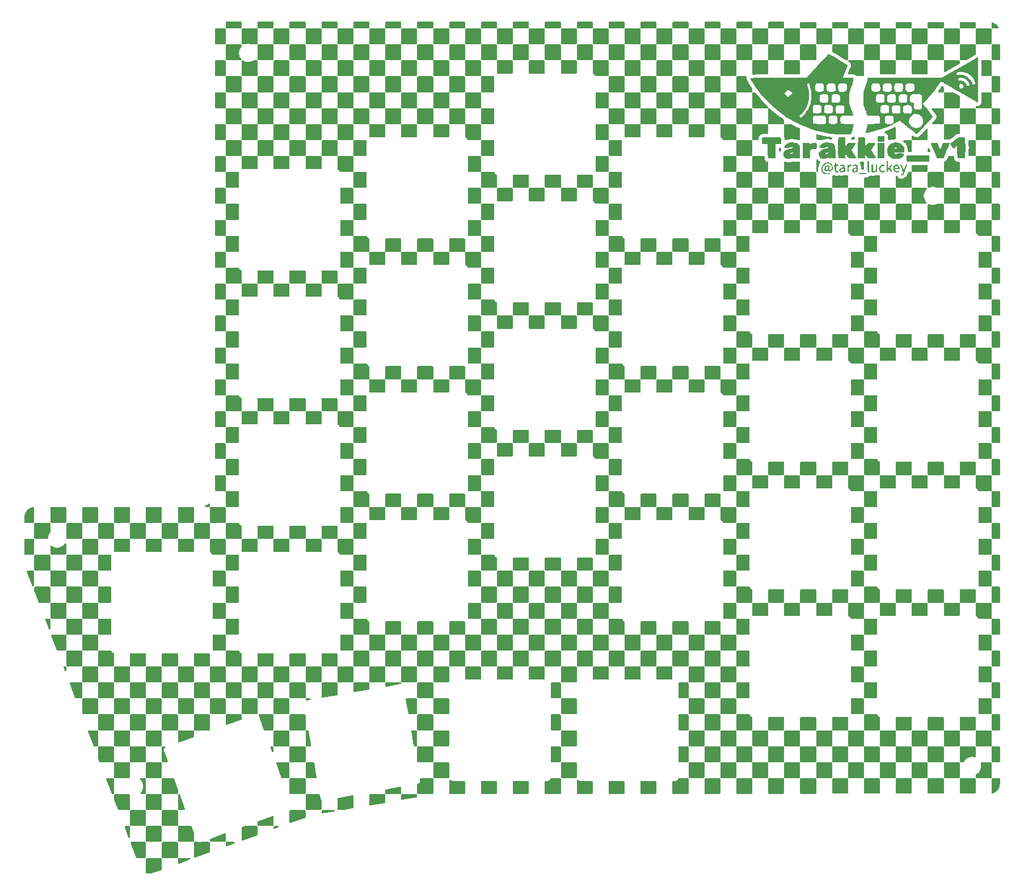
<source format=gbr>
G04 #@! TF.GenerationSoftware,KiCad,Pcbnew,9.0.6*
G04 #@! TF.CreationDate,2025-12-07T22:15:50+09:00*
G04 #@! TF.ProjectId,tarakkie_v1_light_top2,74617261-6b6b-4696-955f-76315f6c6967,rev?*
G04 #@! TF.SameCoordinates,Original*
G04 #@! TF.FileFunction,Copper,L1,Top*
G04 #@! TF.FilePolarity,Positive*
%FSLAX46Y46*%
G04 Gerber Fmt 4.6, Leading zero omitted, Abs format (unit mm)*
G04 Created by KiCad (PCBNEW 9.0.6) date 2025-12-07 22:15:50*
%MOMM*%
%LPD*%
G01*
G04 APERTURE LIST*
G04 #@! TA.AperFunction,EtchedComponent*
%ADD10C,0.000000*%
G04 #@! TD*
G04 APERTURE END LIST*
D10*
G04 #@! TA.AperFunction,EtchedComponent*
G36*
X162674319Y-53903642D02*
G01*
X162675168Y-54162588D01*
X162678222Y-54354552D01*
X162684240Y-54489395D01*
X162693981Y-54576975D01*
X162708207Y-54627151D01*
X162727675Y-54649782D01*
X162731959Y-54651755D01*
X162779426Y-54703880D01*
X162789599Y-54751933D01*
X162771076Y-54809854D01*
X162702518Y-54829456D01*
X162679024Y-54829992D01*
X162579474Y-54808959D01*
X162515711Y-54766555D01*
X162495955Y-54722704D01*
X162480484Y-54638788D01*
X162468644Y-54506453D01*
X162459784Y-54317349D01*
X162453250Y-54063122D01*
X162451126Y-53940383D01*
X162439280Y-53177647D01*
X162556800Y-53177647D01*
X162674319Y-53177647D01*
X162674319Y-53903642D01*
G37*
G04 #@! TD.AperFunction*
G04 #@! TA.AperFunction,EtchedComponent*
G36*
X164466883Y-50418149D02*
G01*
X164519201Y-50419280D01*
X164999130Y-50430144D01*
X164999130Y-51582942D01*
X164999130Y-52735741D01*
X164517959Y-52746431D01*
X164288368Y-52748579D01*
X164128027Y-52742844D01*
X164029685Y-52728725D01*
X163989592Y-52709925D01*
X163974489Y-52657117D01*
X163962051Y-52539701D01*
X163952270Y-52369877D01*
X163945141Y-52159842D01*
X163940656Y-51921797D01*
X163938809Y-51667940D01*
X163939592Y-51410470D01*
X163943000Y-51161587D01*
X163949025Y-50933489D01*
X163957660Y-50738374D01*
X163968899Y-50588444D01*
X163982735Y-50495895D01*
X163990834Y-50474658D01*
X164020183Y-50446864D01*
X164068875Y-50428740D01*
X164150497Y-50418862D01*
X164278637Y-50415806D01*
X164466883Y-50418149D01*
G37*
G04 #@! TD.AperFunction*
G04 #@! TA.AperFunction,EtchedComponent*
G36*
X161950109Y-54945808D02*
G01*
X162102108Y-54948481D01*
X162200473Y-54954893D01*
X162256812Y-54966645D01*
X162282735Y-54985339D01*
X162289850Y-55012576D01*
X162290053Y-55022126D01*
X162286173Y-55052090D01*
X162266792Y-55073055D01*
X162220304Y-55086623D01*
X162135098Y-55094394D01*
X161999566Y-55097969D01*
X161802099Y-55098951D01*
X161732867Y-55098979D01*
X161515625Y-55098444D01*
X161363626Y-55095770D01*
X161265261Y-55089358D01*
X161208921Y-55077606D01*
X161182998Y-55058912D01*
X161175884Y-55031675D01*
X161175681Y-55022126D01*
X161179561Y-54992161D01*
X161198941Y-54971196D01*
X161245430Y-54957628D01*
X161330636Y-54949857D01*
X161466168Y-54946282D01*
X161663634Y-54945300D01*
X161732867Y-54945272D01*
X161950109Y-54945808D01*
G37*
G04 #@! TD.AperFunction*
G04 #@! TA.AperFunction,EtchedComponent*
G36*
X171696336Y-52732629D02*
G01*
X171698840Y-52935662D01*
X171693254Y-53072159D01*
X171678727Y-53152096D01*
X171657909Y-53183554D01*
X171610013Y-53190256D01*
X171493516Y-53196496D01*
X171316670Y-53202115D01*
X171087727Y-53206955D01*
X170814939Y-53210859D01*
X170506557Y-53213668D01*
X170170833Y-53215224D01*
X169989690Y-53215486D01*
X169583688Y-53215260D01*
X169248077Y-53214122D01*
X168976397Y-53211866D01*
X168762188Y-53208286D01*
X168598990Y-53203176D01*
X168480344Y-53196330D01*
X168399791Y-53187542D01*
X168350870Y-53176606D01*
X168327122Y-53163316D01*
X168326350Y-53162431D01*
X168303610Y-53090863D01*
X168292161Y-52946608D01*
X168292253Y-52733038D01*
X168292825Y-52710918D01*
X168303820Y-52313048D01*
X169994592Y-52313048D01*
X171685363Y-52313048D01*
X171696336Y-52732629D01*
G37*
G04 #@! TD.AperFunction*
G04 #@! TA.AperFunction,EtchedComponent*
G36*
X164726583Y-49416386D02*
G01*
X164882306Y-49429880D01*
X164964444Y-49452095D01*
X164972231Y-49457950D01*
X164997010Y-49523343D01*
X165012789Y-49654958D01*
X165018343Y-49842557D01*
X165018343Y-49843167D01*
X165017249Y-50005690D01*
X165011059Y-50108014D01*
X164995417Y-50166789D01*
X164965963Y-50198665D01*
X164919775Y-50219748D01*
X164829934Y-50238354D01*
X164691371Y-50250038D01*
X164526144Y-50254903D01*
X164356310Y-50253051D01*
X164203927Y-50244583D01*
X164091051Y-50229602D01*
X164048071Y-50215719D01*
X164014716Y-50183880D01*
X163994308Y-50125189D01*
X163983976Y-50023628D01*
X163980852Y-49863175D01*
X163980824Y-49840307D01*
X163986385Y-49653912D01*
X164002219Y-49522901D01*
X164026936Y-49457950D01*
X164093055Y-49433901D01*
X164233252Y-49418525D01*
X164445218Y-49412047D01*
X164499584Y-49411838D01*
X164726583Y-49416386D01*
G37*
G04 #@! TD.AperFunction*
G04 #@! TA.AperFunction,EtchedComponent*
G36*
X159598330Y-53701986D02*
G01*
X159624508Y-53734281D01*
X159648794Y-53770754D01*
X159692510Y-53757818D01*
X159727918Y-53734281D01*
X159806765Y-53699588D01*
X159905389Y-53680674D01*
X159996786Y-53679304D01*
X160053947Y-53697246D01*
X160061309Y-53712477D01*
X160032017Y-53815476D01*
X159948138Y-53865471D01*
X159906108Y-53869327D01*
X159795122Y-53894165D01*
X159715815Y-53972490D01*
X159665516Y-54110019D01*
X159641555Y-54312469D01*
X159638616Y-54442051D01*
X159637871Y-54606810D01*
X159632941Y-54709426D01*
X159619781Y-54764613D01*
X159594349Y-54787080D01*
X159552601Y-54791540D01*
X159542549Y-54791566D01*
X159446483Y-54791566D01*
X159446483Y-54234380D01*
X159446993Y-54017201D01*
X159449610Y-53865255D01*
X159455961Y-53766924D01*
X159467674Y-53710589D01*
X159486376Y-53684631D01*
X159513696Y-53677433D01*
X159524542Y-53677194D01*
X159598330Y-53701986D01*
G37*
G04 #@! TD.AperFunction*
G04 #@! TA.AperFunction,EtchedComponent*
G36*
X163250719Y-54111414D02*
G01*
X163255196Y-54341695D01*
X163268514Y-54499524D01*
X163290505Y-54583139D01*
X163296831Y-54591747D01*
X163389480Y-54634479D01*
X163507040Y-54617504D01*
X163610589Y-54558217D01*
X163655931Y-54518833D01*
X163685215Y-54475400D01*
X163701945Y-54411300D01*
X163709623Y-54309914D01*
X163711754Y-54154622D01*
X163711838Y-54077884D01*
X163711838Y-53677194D01*
X163807905Y-53677194D01*
X163903971Y-53677194D01*
X163903971Y-54234380D01*
X163903971Y-54791566D01*
X163807905Y-54791566D01*
X163729701Y-54770804D01*
X163711838Y-54731137D01*
X163701984Y-54697818D01*
X163662093Y-54712271D01*
X163610589Y-54750350D01*
X163490067Y-54806856D01*
X163339226Y-54828466D01*
X163198589Y-54810072D01*
X163182663Y-54804274D01*
X163114935Y-54750570D01*
X163066751Y-54647329D01*
X163036337Y-54487097D01*
X163021922Y-54262421D01*
X163020159Y-54121008D01*
X163020159Y-53677194D01*
X163135439Y-53677194D01*
X163250719Y-53677194D01*
X163250719Y-54111414D01*
G37*
G04 #@! TD.AperFunction*
G04 #@! TA.AperFunction,EtchedComponent*
G36*
X164889258Y-53701041D02*
G01*
X164973805Y-53738720D01*
X165032715Y-53787787D01*
X165031897Y-53828723D01*
X164999301Y-53869137D01*
X164948246Y-53913060D01*
X164893428Y-53912408D01*
X164824677Y-53882016D01*
X164696867Y-53852217D01*
X164582971Y-53885895D01*
X164490890Y-53969909D01*
X164428525Y-54091120D01*
X164403776Y-54236385D01*
X164424542Y-54392564D01*
X164461856Y-54485504D01*
X164553601Y-54589554D01*
X164683913Y-54630061D01*
X164844927Y-54604724D01*
X164855967Y-54600852D01*
X164950143Y-54573254D01*
X165000854Y-54580765D01*
X165022497Y-54604837D01*
X165051971Y-54670093D01*
X165030387Y-54717649D01*
X164947399Y-54769291D01*
X164943398Y-54771366D01*
X164764742Y-54822966D01*
X164568246Y-54810879D01*
X164453750Y-54773628D01*
X164337087Y-54685539D01*
X164243470Y-54544702D01*
X164185531Y-54374512D01*
X164172958Y-54253593D01*
X164199195Y-54080947D01*
X164269006Y-53916905D01*
X164369035Y-53787330D01*
X164440413Y-53735625D01*
X164579824Y-53691229D01*
X164740433Y-53679764D01*
X164889258Y-53701041D01*
G37*
G04 #@! TD.AperFunction*
G04 #@! TA.AperFunction,EtchedComponent*
G36*
X165487985Y-53701552D02*
G01*
X165498676Y-54225456D01*
X165710023Y-53952832D01*
X165815847Y-53820445D01*
X165892394Y-53738904D01*
X165954602Y-53696198D01*
X166017411Y-53680313D01*
X166050961Y-53678701D01*
X166114189Y-53678311D01*
X166147287Y-53686312D01*
X166146348Y-53713776D01*
X166107469Y-53771775D01*
X166026744Y-53871381D01*
X165950795Y-53962703D01*
X165878924Y-54055433D01*
X165833517Y-54126015D01*
X165825303Y-54148108D01*
X165844864Y-54194635D01*
X165896740Y-54287215D01*
X165970724Y-54407883D01*
X165990617Y-54438997D01*
X166072613Y-54566572D01*
X166140218Y-54672396D01*
X166181053Y-54737075D01*
X166185018Y-54743532D01*
X166183108Y-54777663D01*
X166116345Y-54790979D01*
X166086950Y-54791527D01*
X166007037Y-54782896D01*
X165947583Y-54745737D01*
X165887000Y-54663055D01*
X165855070Y-54609000D01*
X165772856Y-54466220D01*
X165718385Y-54380680D01*
X165679855Y-54343719D01*
X165645462Y-54346680D01*
X165603405Y-54380902D01*
X165577553Y-54405398D01*
X165501603Y-54509628D01*
X165479463Y-54643856D01*
X165479463Y-54644558D01*
X165473642Y-54740821D01*
X165446610Y-54782502D01*
X165384013Y-54791566D01*
X165383396Y-54791566D01*
X165287330Y-54791566D01*
X165287330Y-53984607D01*
X165287330Y-53177647D01*
X165382312Y-53177647D01*
X165477294Y-53177647D01*
X165487985Y-53701552D01*
G37*
G04 #@! TD.AperFunction*
G04 #@! TA.AperFunction,EtchedComponent*
G36*
X168331269Y-53681961D02*
G01*
X168361460Y-53692659D01*
X168349427Y-53732117D01*
X168315978Y-53832434D01*
X168265087Y-53981931D01*
X168200731Y-54168927D01*
X168129325Y-54374732D01*
X168028686Y-54654966D01*
X167945133Y-54867502D01*
X167875816Y-55018865D01*
X167817886Y-55115580D01*
X167793092Y-55144703D01*
X167673690Y-55232421D01*
X167548496Y-55275261D01*
X167448828Y-55266462D01*
X167408505Y-55215767D01*
X167400794Y-55172630D01*
X167425857Y-55113767D01*
X167494072Y-55098979D01*
X167588868Y-55065751D01*
X167676970Y-54983369D01*
X167735390Y-54877785D01*
X167746634Y-54813817D01*
X167732728Y-54749588D01*
X167694530Y-54629646D01*
X167637317Y-54469214D01*
X167566365Y-54283514D01*
X167538626Y-54213780D01*
X167330617Y-53696407D01*
X167428783Y-53683723D01*
X167481582Y-53680529D01*
X167522937Y-53694334D01*
X167560310Y-53736575D01*
X167601161Y-53818689D01*
X167652950Y-53952110D01*
X167712808Y-54119100D01*
X167768516Y-54271959D01*
X167817065Y-54397201D01*
X167851456Y-54477152D01*
X167861792Y-54495405D01*
X167882448Y-54473319D01*
X167918933Y-54390553D01*
X167966036Y-54260342D01*
X168016848Y-54101532D01*
X168072905Y-53919505D01*
X168114325Y-53798705D01*
X168148094Y-53726606D01*
X168181194Y-53690685D01*
X168220607Y-53678417D01*
X168253448Y-53677194D01*
X168331269Y-53681961D01*
G37*
G04 #@! TD.AperFunction*
G04 #@! TA.AperFunction,EtchedComponent*
G36*
X157759965Y-53378170D02*
G01*
X157787475Y-53417742D01*
X157794103Y-53510101D01*
X157794138Y-53523487D01*
X157794138Y-53677194D01*
X157947844Y-53677194D01*
X158046875Y-53682437D01*
X158090890Y-53707170D01*
X158101496Y-53764894D01*
X158101551Y-53773260D01*
X158093161Y-53835154D01*
X158053589Y-53862664D01*
X157961230Y-53869292D01*
X157947844Y-53869327D01*
X157794138Y-53869327D01*
X157794138Y-54192810D01*
X157796464Y-54383924D01*
X157806761Y-54511080D01*
X157830005Y-54587116D01*
X157871175Y-54624871D01*
X157935248Y-54637182D01*
X157966687Y-54637859D01*
X158065008Y-54652883D01*
X158109674Y-54704206D01*
X158112036Y-54712231D01*
X158104081Y-54784639D01*
X158074948Y-54808297D01*
X157967891Y-54827313D01*
X157838174Y-54823410D01*
X157728905Y-54798824D01*
X157709190Y-54789334D01*
X157642475Y-54708559D01*
X157595355Y-54558552D01*
X157569092Y-54344719D01*
X157563792Y-54167133D01*
X157562077Y-54017049D01*
X157554387Y-53928041D01*
X157536502Y-53884355D01*
X157504204Y-53870234D01*
X157484052Y-53869327D01*
X157425194Y-53844550D01*
X157411678Y-53788034D01*
X157438960Y-53726501D01*
X157502497Y-53686675D01*
X157515545Y-53684128D01*
X157572604Y-53663642D01*
X157597341Y-53608877D01*
X157602005Y-53520815D01*
X157607468Y-53422882D01*
X157633081Y-53379794D01*
X157692677Y-53369803D01*
X157698071Y-53369781D01*
X157759965Y-53378170D01*
G37*
G04 #@! TD.AperFunction*
G04 #@! TA.AperFunction,EtchedComponent*
G36*
X166996069Y-53710695D02*
G01*
X167126550Y-53806766D01*
X167210444Y-53958758D01*
X167237700Y-54092562D01*
X167256866Y-54292020D01*
X166886924Y-54292020D01*
X166701818Y-54296068D01*
X166577109Y-54307694D01*
X166519923Y-54326122D01*
X166516982Y-54332355D01*
X166539600Y-54414810D01*
X166593423Y-54512144D01*
X166657399Y-54590410D01*
X166691623Y-54613989D01*
X166811593Y-54635999D01*
X166949319Y-54629833D01*
X167055867Y-54598944D01*
X167121166Y-54583114D01*
X167167583Y-54632939D01*
X167169266Y-54636050D01*
X167175377Y-54707450D01*
X167121708Y-54764682D01*
X167024548Y-54804532D01*
X166900186Y-54823788D01*
X166764910Y-54819237D01*
X166635009Y-54787665D01*
X166567103Y-54754830D01*
X166422662Y-54636928D01*
X166338873Y-54489253D01*
X166307597Y-54296202D01*
X166306916Y-54256090D01*
X166323851Y-54120908D01*
X166516982Y-54120908D01*
X166552164Y-54129487D01*
X166644750Y-54135704D01*
X166775298Y-54138300D01*
X166785968Y-54138313D01*
X166934814Y-54132770D01*
X167027958Y-54117281D01*
X167054955Y-54097360D01*
X167021217Y-53979169D01*
X166935201Y-53892560D01*
X166819698Y-53852670D01*
X166710613Y-53868706D01*
X166624125Y-53930397D01*
X166551202Y-54023154D01*
X166517257Y-54113875D01*
X166516982Y-54120908D01*
X166323851Y-54120908D01*
X166334958Y-54032244D01*
X166416942Y-53859823D01*
X166549658Y-53742411D01*
X166729894Y-53683591D01*
X166825597Y-53677194D01*
X166996069Y-53710695D01*
G37*
G04 #@! TD.AperFunction*
G04 #@! TA.AperFunction,EtchedComponent*
G36*
X149074955Y-49604950D02*
G01*
X149261095Y-49612241D01*
X149398922Y-49627097D01*
X149495563Y-49651965D01*
X149558145Y-49689294D01*
X149593795Y-49741534D01*
X149609640Y-49811133D01*
X149612807Y-49900540D01*
X149610422Y-50012203D01*
X149609266Y-50103517D01*
X149607582Y-50307121D01*
X149594628Y-50446178D01*
X149558556Y-50532994D01*
X149487515Y-50579872D01*
X149369656Y-50599118D01*
X149193129Y-50603037D01*
X149128189Y-50603064D01*
X148726670Y-50603064D01*
X148716455Y-51669402D01*
X148706241Y-52735741D01*
X148166075Y-52746358D01*
X147969552Y-52748385D01*
X147801087Y-52746658D01*
X147675308Y-52741589D01*
X147606841Y-52733592D01*
X147599283Y-52730347D01*
X147592289Y-52686363D01*
X147585983Y-52575703D01*
X147580615Y-52408542D01*
X147576437Y-52195055D01*
X147573701Y-51945416D01*
X147572658Y-51669802D01*
X147572655Y-51653391D01*
X147572655Y-50603064D01*
X147176861Y-50603064D01*
X146963248Y-50598210D01*
X146815951Y-50583977D01*
X146739683Y-50560857D01*
X146734955Y-50556952D01*
X146710734Y-50490906D01*
X146695280Y-50352236D01*
X146688977Y-50144710D01*
X146688843Y-50103517D01*
X146693578Y-49884835D01*
X146707527Y-49734379D01*
X146730306Y-49655916D01*
X146734955Y-49650083D01*
X146770013Y-49636979D01*
X146849898Y-49626330D01*
X146979841Y-49617968D01*
X147165074Y-49611721D01*
X147410829Y-49607421D01*
X147722337Y-49604898D01*
X148104831Y-49603981D01*
X148155388Y-49603971D01*
X148529228Y-49603264D01*
X148833375Y-49602774D01*
X149074955Y-49604950D01*
G37*
G04 #@! TD.AperFunction*
G04 #@! TA.AperFunction,EtchedComponent*
G36*
X176676063Y-49604924D02*
G01*
X176817510Y-49609014D01*
X176908709Y-49618088D01*
X176962956Y-49633994D01*
X176993548Y-49658579D01*
X177006099Y-49678298D01*
X177017462Y-49739023D01*
X177027043Y-49873352D01*
X177034755Y-50078054D01*
X177040512Y-50349900D01*
X177044229Y-50685658D01*
X177045821Y-51082098D01*
X177045877Y-51179463D01*
X177044776Y-51589129D01*
X177041531Y-51938841D01*
X177036225Y-52225368D01*
X177028947Y-52445480D01*
X177019780Y-52595946D01*
X177008810Y-52673536D01*
X177006099Y-52680628D01*
X176983844Y-52710773D01*
X176946348Y-52731497D01*
X176880620Y-52744537D01*
X176773666Y-52751629D01*
X176612497Y-52754511D01*
X176450265Y-52754955D01*
X176240490Y-52754073D01*
X176094568Y-52750270D01*
X175999507Y-52741808D01*
X175942314Y-52726950D01*
X175909999Y-52703959D01*
X175894431Y-52680628D01*
X175881199Y-52616912D01*
X175870263Y-52484493D01*
X175861966Y-52291493D01*
X175856650Y-52046038D01*
X175854658Y-51756250D01*
X175854652Y-51738107D01*
X175854652Y-50869914D01*
X175602582Y-51063115D01*
X175470974Y-51162716D01*
X175385073Y-51221842D01*
X175330121Y-51247455D01*
X175291361Y-51246518D01*
X175255395Y-51226908D01*
X175205096Y-51178002D01*
X175127971Y-51086481D01*
X175036556Y-50969295D01*
X174943388Y-50843394D01*
X174861001Y-50725727D01*
X174801933Y-50633246D01*
X174778719Y-50582901D01*
X174778706Y-50582377D01*
X174809454Y-50538435D01*
X174899405Y-50452814D01*
X175045121Y-50328363D01*
X175243165Y-50167928D01*
X175490099Y-49974357D01*
X175782484Y-49750496D01*
X175790349Y-49744534D01*
X175975819Y-49603971D01*
X176471069Y-49603971D01*
X176676063Y-49604924D01*
G37*
G04 #@! TD.AperFunction*
G04 #@! TA.AperFunction,EtchedComponent*
G36*
X158831933Y-53681347D02*
G01*
X158926002Y-53701064D01*
X158998783Y-53752952D01*
X159050265Y-53849749D01*
X159082705Y-54000061D01*
X159098363Y-54212499D01*
X159100643Y-54366965D01*
X159099702Y-54552614D01*
X159095332Y-54674636D01*
X159085211Y-54746250D01*
X159067017Y-54780673D01*
X159038428Y-54791124D01*
X159026058Y-54791566D01*
X158952542Y-54773989D01*
X158927810Y-54753280D01*
X158877851Y-54740734D01*
X158792957Y-54772493D01*
X158636109Y-54822874D01*
X158481743Y-54820123D01*
X158355500Y-54765395D01*
X158339821Y-54752076D01*
X158248419Y-54626726D01*
X158226592Y-54497847D01*
X158447390Y-54497847D01*
X158457419Y-54578202D01*
X158473008Y-54612242D01*
X158540674Y-54635983D01*
X158646174Y-54634155D01*
X158756101Y-54610022D01*
X158823106Y-54578040D01*
X158889725Y-54497976D01*
X158908510Y-54380879D01*
X158904398Y-54290930D01*
X158876814Y-54257220D01*
X158802889Y-54260791D01*
X158769952Y-54266022D01*
X158610253Y-54312038D01*
X158499006Y-54385668D01*
X158448941Y-54477765D01*
X158447390Y-54497847D01*
X158226592Y-54497847D01*
X158226259Y-54495883D01*
X158267296Y-54369506D01*
X158365487Y-54257550D01*
X158514791Y-54169974D01*
X158709162Y-54116735D01*
X158726960Y-54114193D01*
X158836420Y-54095828D01*
X158885942Y-54072001D01*
X158892237Y-54031621D01*
X158886393Y-54008346D01*
X158821504Y-53901923D01*
X158714571Y-53851622D01*
X158578607Y-53859939D01*
X158437872Y-53922246D01*
X158373525Y-53944258D01*
X158331526Y-53907753D01*
X158299176Y-53839534D01*
X158317972Y-53791387D01*
X158397898Y-53740588D01*
X158407055Y-53735820D01*
X158526947Y-53697864D01*
X158681196Y-53678861D01*
X158831933Y-53681347D01*
G37*
G04 #@! TD.AperFunction*
G04 #@! TA.AperFunction,EtchedComponent*
G36*
X160800733Y-53688148D02*
G01*
X160851282Y-53706602D01*
X160923155Y-53771086D01*
X160972457Y-53856745D01*
X161002889Y-53977707D01*
X161018150Y-54148100D01*
X161021974Y-54358210D01*
X161021489Y-54545497D01*
X161018145Y-54669143D01*
X161009111Y-54742362D01*
X160991556Y-54778366D01*
X160962648Y-54790367D01*
X160929110Y-54791566D01*
X160852001Y-54774927D01*
X160821029Y-54745918D01*
X160788581Y-54725985D01*
X160716525Y-54762824D01*
X160713211Y-54765131D01*
X160573718Y-54822606D01*
X160419619Y-54824947D01*
X160280639Y-54773974D01*
X160232482Y-54735673D01*
X160151549Y-54608837D01*
X160145224Y-54497847D01*
X160368722Y-54497847D01*
X160378751Y-54578202D01*
X160394339Y-54612242D01*
X160459476Y-54634550D01*
X160561554Y-54633680D01*
X160665249Y-54612617D01*
X160724168Y-54584368D01*
X160777325Y-54498450D01*
X160791414Y-54388653D01*
X160787627Y-54294966D01*
X160763382Y-54259236D01*
X160699351Y-54262574D01*
X160668537Y-54268562D01*
X160513433Y-54320042D01*
X160409424Y-54397569D01*
X160368868Y-54491694D01*
X160368722Y-54497847D01*
X160145224Y-54497847D01*
X160143728Y-54471589D01*
X160208629Y-54335963D01*
X160246863Y-54292686D01*
X160377773Y-54199866D01*
X160545797Y-54130455D01*
X160711563Y-54100339D01*
X160724168Y-54100101D01*
X160781368Y-54068796D01*
X160790826Y-54032640D01*
X160761061Y-53922634D01*
X160678093Y-53864101D01*
X160547868Y-53859446D01*
X160434572Y-53888555D01*
X160331479Y-53920692D01*
X160273683Y-53922887D01*
X160235245Y-53894040D01*
X160223945Y-53879615D01*
X160200922Y-53831485D01*
X160227365Y-53791548D01*
X160300798Y-53747388D01*
X160406925Y-53710282D01*
X160544600Y-53686635D01*
X160685358Y-53678554D01*
X160800733Y-53688148D01*
G37*
G04 #@! TD.AperFunction*
G04 #@! TA.AperFunction,EtchedComponent*
G36*
X154762696Y-50424110D02*
G01*
X154815685Y-50449034D01*
X154842547Y-50509156D01*
X154861906Y-50625011D01*
X154873479Y-50775819D01*
X154876984Y-50940799D01*
X154872139Y-51099172D01*
X154858660Y-51230157D01*
X154836266Y-51312973D01*
X154827602Y-51325484D01*
X154762069Y-51350191D01*
X154629266Y-51365917D01*
X154438370Y-51371592D01*
X154432673Y-51371596D01*
X154246398Y-51372873D01*
X154110985Y-51383750D01*
X154018326Y-51414792D01*
X153960313Y-51476566D01*
X153928837Y-51579638D01*
X153915790Y-51734576D01*
X153913064Y-51951946D01*
X153913048Y-52048767D01*
X153910371Y-52257391D01*
X153902990Y-52440451D01*
X153891878Y-52582467D01*
X153878011Y-52667957D01*
X153873270Y-52680628D01*
X153850949Y-52710843D01*
X153813332Y-52731591D01*
X153747389Y-52744620D01*
X153640089Y-52751683D01*
X153478401Y-52754531D01*
X153320195Y-52754955D01*
X153107756Y-52753674D01*
X152960147Y-52748928D01*
X152865374Y-52739356D01*
X152811443Y-52723602D01*
X152786359Y-52700305D01*
X152783574Y-52694172D01*
X152777468Y-52641000D01*
X152771959Y-52521506D01*
X152767265Y-52346216D01*
X152763605Y-52125660D01*
X152761195Y-51870367D01*
X152760255Y-51590865D01*
X152760250Y-51568272D01*
X152761292Y-51223673D01*
X152764574Y-50950355D01*
X152770324Y-50742771D01*
X152778773Y-50595374D01*
X152790151Y-50502619D01*
X152804689Y-50458958D01*
X152806362Y-50457042D01*
X152872520Y-50433168D01*
X153014082Y-50417866D01*
X153230071Y-50411226D01*
X153298222Y-50410930D01*
X153514068Y-50413821D01*
X153664396Y-50424755D01*
X153760398Y-50447123D01*
X153813270Y-50484317D01*
X153834204Y-50539730D01*
X153836195Y-50573942D01*
X153842670Y-50611020D01*
X153872585Y-50614689D01*
X153941679Y-50582019D01*
X154013177Y-50541012D01*
X154145309Y-50483387D01*
X154308333Y-50440362D01*
X154480242Y-50414460D01*
X154639032Y-50408202D01*
X154762696Y-50424110D01*
G37*
G04 #@! TD.AperFunction*
G04 #@! TA.AperFunction,EtchedComponent*
G36*
X174173999Y-50418473D02*
G01*
X174217095Y-50419400D01*
X174416269Y-50425369D01*
X174551047Y-50433680D01*
X174633884Y-50446277D01*
X174677235Y-50465106D01*
X174693557Y-50492110D01*
X174693913Y-50493841D01*
X174682403Y-50541069D01*
X174645558Y-50648335D01*
X174587720Y-50804785D01*
X174513231Y-50999565D01*
X174426431Y-51221820D01*
X174331663Y-51460695D01*
X174233269Y-51705338D01*
X174135589Y-51944892D01*
X174042966Y-52168505D01*
X173959741Y-52365322D01*
X173890256Y-52524488D01*
X173838852Y-52635149D01*
X173831751Y-52649281D01*
X173777641Y-52754955D01*
X173322213Y-52754955D01*
X173098559Y-52751652D01*
X172945381Y-52741347D01*
X172856570Y-52723443D01*
X172830052Y-52706921D01*
X172798811Y-52649593D01*
X172745411Y-52533761D01*
X172674211Y-52370263D01*
X172589571Y-52169939D01*
X172495850Y-51943627D01*
X172397408Y-51702167D01*
X172298604Y-51456398D01*
X172203798Y-51217158D01*
X172117350Y-50995286D01*
X172043619Y-50801622D01*
X171986964Y-50647005D01*
X171951746Y-50542274D01*
X171942055Y-50499127D01*
X171955647Y-50469374D01*
X171991595Y-50448836D01*
X172062833Y-50435308D01*
X172182300Y-50426584D01*
X172362931Y-50420459D01*
X172410483Y-50419282D01*
X172641915Y-50417817D01*
X172806992Y-50425805D01*
X172901492Y-50442978D01*
X172917647Y-50451541D01*
X172948392Y-50502547D01*
X172996097Y-50611950D01*
X173054780Y-50764797D01*
X173118460Y-50946136D01*
X173133135Y-50990156D01*
X173194297Y-51168180D01*
X173248910Y-51313641D01*
X173291969Y-51414185D01*
X173318470Y-51457461D01*
X173322431Y-51457443D01*
X173344236Y-51412192D01*
X173385149Y-51309033D01*
X173439515Y-51162815D01*
X173501679Y-50988384D01*
X173508182Y-50969745D01*
X173572441Y-50790535D01*
X173631505Y-50635491D01*
X173679102Y-50520444D01*
X173708964Y-50461220D01*
X173710326Y-50459455D01*
X173751084Y-50436760D01*
X173834911Y-50422920D01*
X173972365Y-50417103D01*
X174173999Y-50418473D01*
G37*
G04 #@! TD.AperFunction*
G04 #@! TA.AperFunction,EtchedComponent*
G36*
X158821109Y-49566998D02*
G01*
X158960295Y-49572372D01*
X159047555Y-49583184D01*
X159095332Y-49600952D01*
X159115745Y-49626327D01*
X159123250Y-49682995D01*
X159129751Y-49802963D01*
X159134832Y-49972681D01*
X159138072Y-50178597D01*
X159139070Y-50381818D01*
X159139070Y-51076526D01*
X159341409Y-50753335D01*
X159543748Y-50430144D01*
X160099808Y-50430144D01*
X160318456Y-50430962D01*
X160471988Y-50434347D01*
X160572134Y-50441695D01*
X160630623Y-50454401D01*
X160659184Y-50473863D01*
X160668913Y-50497877D01*
X160652446Y-50553373D01*
X160597651Y-50658113D01*
X160511849Y-50799512D01*
X160402363Y-50964987D01*
X160369562Y-51012345D01*
X160258541Y-51175551D01*
X160167291Y-51318244D01*
X160103341Y-51427969D01*
X160074221Y-51492270D01*
X160073673Y-51501798D01*
X160099343Y-51546911D01*
X160159882Y-51644587D01*
X160247916Y-51783189D01*
X160356072Y-51951078D01*
X160441565Y-52082489D01*
X160557956Y-52264943D01*
X160656737Y-52427963D01*
X160731092Y-52559628D01*
X160774206Y-52648018D01*
X160782091Y-52678101D01*
X160765863Y-52700946D01*
X160719994Y-52717750D01*
X160633856Y-52729734D01*
X160496822Y-52738117D01*
X160298265Y-52744122D01*
X160188066Y-52746336D01*
X159604900Y-52756931D01*
X159381591Y-52382244D01*
X159158283Y-52007557D01*
X159139070Y-52371649D01*
X159119856Y-52735741D01*
X158638685Y-52746431D01*
X158409095Y-52748579D01*
X158248753Y-52742844D01*
X158150411Y-52728725D01*
X158110319Y-52709925D01*
X158098668Y-52660818D01*
X158088519Y-52545109D01*
X158079896Y-52373033D01*
X158072824Y-52154827D01*
X158067328Y-51900727D01*
X158063432Y-51620970D01*
X158061161Y-51325792D01*
X158060541Y-51025430D01*
X158061595Y-50730119D01*
X158064348Y-50450096D01*
X158068826Y-50195597D01*
X158075052Y-49976859D01*
X158083052Y-49804118D01*
X158092851Y-49687610D01*
X158102903Y-49639872D01*
X158126223Y-49608618D01*
X158165660Y-49587544D01*
X158234831Y-49574681D01*
X158347353Y-49568064D01*
X158516842Y-49565725D01*
X158617551Y-49565545D01*
X158821109Y-49566998D01*
G37*
G04 #@! TD.AperFunction*
G04 #@! TA.AperFunction,EtchedComponent*
G36*
X161913318Y-49578859D02*
G01*
X162012969Y-49593256D01*
X162037124Y-49604541D01*
X162053490Y-49658154D01*
X162068784Y-49780033D01*
X162082291Y-49961591D01*
X162093300Y-50194241D01*
X162097920Y-50336824D01*
X162117133Y-51027642D01*
X162302389Y-50718248D01*
X162487646Y-50408854D01*
X163032495Y-50419499D01*
X163246912Y-50424190D01*
X163396517Y-50429830D01*
X163493345Y-50438467D01*
X163549431Y-50452151D01*
X163576808Y-50472933D01*
X163587511Y-50502862D01*
X163589328Y-50514341D01*
X163570698Y-50589780D01*
X163502102Y-50720976D01*
X163384534Y-50906157D01*
X163301128Y-51027844D01*
X163192077Y-51187086D01*
X163102149Y-51324698D01*
X163039187Y-51428189D01*
X163011033Y-51485071D01*
X163010416Y-51490816D01*
X163033590Y-51532834D01*
X163091702Y-51627713D01*
X163177574Y-51764027D01*
X163284030Y-51930352D01*
X163368931Y-52061561D01*
X163486176Y-52247106D01*
X163584614Y-52412827D01*
X163657627Y-52546790D01*
X163698597Y-52637064D01*
X163704820Y-52667189D01*
X163692615Y-52694380D01*
X163660294Y-52713835D01*
X163596099Y-52727203D01*
X163488273Y-52736136D01*
X163325060Y-52742283D01*
X163140199Y-52746430D01*
X162878378Y-52748199D01*
X162688687Y-52742038D01*
X162572753Y-52728034D01*
X162537200Y-52714349D01*
X162495885Y-52663704D01*
X162428102Y-52563604D01*
X162345339Y-52431420D01*
X162301400Y-52357821D01*
X162117133Y-52044062D01*
X162097920Y-52351475D01*
X162085158Y-52502189D01*
X162068590Y-52625509D01*
X162051352Y-52699285D01*
X162047619Y-52706921D01*
X161997373Y-52728273D01*
X161889963Y-52743886D01*
X161743355Y-52753762D01*
X161575513Y-52757903D01*
X161404403Y-52756310D01*
X161247990Y-52748982D01*
X161124239Y-52735923D01*
X161051115Y-52717132D01*
X161039532Y-52706857D01*
X161035737Y-52659008D01*
X161032700Y-52542785D01*
X161030466Y-52366666D01*
X161029079Y-52139127D01*
X161028585Y-51868646D01*
X161029028Y-51563698D01*
X161030454Y-51232760D01*
X161031132Y-51121759D01*
X161041188Y-49584758D01*
X161518365Y-49573917D01*
X161746459Y-49572295D01*
X161913318Y-49578859D01*
G37*
G04 #@! TD.AperFunction*
G04 #@! TA.AperFunction,EtchedComponent*
G36*
X166905753Y-50393184D02*
G01*
X167045460Y-50399733D01*
X167148140Y-50414586D01*
X167233692Y-50440965D01*
X167322017Y-50482091D01*
X167346613Y-50494922D01*
X167589298Y-50664070D01*
X167775213Y-50883413D01*
X167901532Y-51148412D01*
X167965430Y-51454524D01*
X167968881Y-51495355D01*
X167977223Y-51621081D01*
X167975488Y-51715100D01*
X167954255Y-51782014D01*
X167904102Y-51826427D01*
X167815606Y-51852943D01*
X167679347Y-51866166D01*
X167485903Y-51870699D01*
X167225851Y-51871145D01*
X167199790Y-51871142D01*
X166508650Y-51871142D01*
X166535076Y-51976430D01*
X166581422Y-52090527D01*
X166648414Y-52131543D01*
X166741878Y-52101377D01*
X166797933Y-52062112D01*
X166845918Y-52029753D01*
X166902308Y-52008341D01*
X166982231Y-51996155D01*
X167100818Y-51991474D01*
X167273196Y-51992577D01*
X167389121Y-51994865D01*
X167881127Y-52005635D01*
X167893380Y-52133365D01*
X167892065Y-52211690D01*
X167863258Y-52282884D01*
X167795255Y-52368028D01*
X167720461Y-52444842D01*
X167512012Y-52611859D01*
X167323941Y-52706464D01*
X167084941Y-52770214D01*
X166810603Y-52805310D01*
X166538131Y-52808468D01*
X166371613Y-52790475D01*
X166106043Y-52714108D01*
X165865621Y-52587126D01*
X165664349Y-52420235D01*
X165516228Y-52224142D01*
X165456658Y-52090888D01*
X165424280Y-51940095D01*
X165407714Y-51747056D01*
X165406223Y-51534725D01*
X165419073Y-51326055D01*
X165438869Y-51189816D01*
X166521430Y-51189816D01*
X166542867Y-51237989D01*
X166628980Y-51255446D01*
X166670688Y-51256316D01*
X166772694Y-51249048D01*
X166817330Y-51221671D01*
X166824395Y-51187148D01*
X166796164Y-51094085D01*
X166728044Y-51039375D01*
X166644891Y-51031105D01*
X166571562Y-51077361D01*
X166556760Y-51100083D01*
X166521430Y-51189816D01*
X165438869Y-51189816D01*
X165445527Y-51143998D01*
X165484850Y-51011508D01*
X165491697Y-50997545D01*
X165627144Y-50808731D01*
X165816683Y-50635915D01*
X166037678Y-50499485D01*
X166052539Y-50492388D01*
X166155394Y-50447738D01*
X166249945Y-50418554D01*
X166357107Y-50401627D01*
X166497794Y-50393753D01*
X166692921Y-50391723D01*
X166709115Y-50391717D01*
X166905753Y-50393184D01*
G37*
G04 #@! TD.AperFunction*
G04 #@! TA.AperFunction,EtchedComponent*
G36*
X151313361Y-50380425D02*
G01*
X151595548Y-50405509D01*
X151818187Y-50455355D01*
X151995984Y-50534895D01*
X152143641Y-50649059D01*
X152158598Y-50663866D01*
X152231464Y-50740133D01*
X152287597Y-50810514D01*
X152329177Y-50886137D01*
X152358385Y-50978130D01*
X152377403Y-51097621D01*
X152388410Y-51255737D01*
X152393588Y-51463607D01*
X152395118Y-51732358D01*
X152395197Y-51871142D01*
X152395197Y-52735741D01*
X151897383Y-52735741D01*
X151694006Y-52735265D01*
X151554619Y-52732347D01*
X151466360Y-52724755D01*
X151416366Y-52710255D01*
X151391774Y-52686613D01*
X151379723Y-52651597D01*
X151378293Y-52645613D01*
X151357016Y-52555484D01*
X151283798Y-52636389D01*
X151199138Y-52696354D01*
X151068356Y-52755178D01*
X150921586Y-52802159D01*
X150788963Y-52826593D01*
X150745484Y-52827598D01*
X150658056Y-52817596D01*
X150537420Y-52797814D01*
X150500159Y-52790743D01*
X150269018Y-52713345D01*
X150082206Y-52586650D01*
X149947236Y-52420803D01*
X149871625Y-52225951D01*
X149863595Y-52029554D01*
X150915772Y-52029554D01*
X150933277Y-52080163D01*
X150998509Y-52100018D01*
X151047520Y-52101702D01*
X151155978Y-52084687D01*
X151237362Y-52043521D01*
X151239653Y-52041317D01*
X151288061Y-51979763D01*
X151300038Y-51948393D01*
X151312599Y-51886287D01*
X151322035Y-51858531D01*
X151324952Y-51825294D01*
X151287089Y-51818273D01*
X151192739Y-51835227D01*
X151179448Y-51838187D01*
X151029922Y-51883089D01*
X150945932Y-51939634D01*
X150916237Y-52015978D01*
X150915772Y-52029554D01*
X149863595Y-52029554D01*
X149862887Y-52012241D01*
X149874431Y-51945964D01*
X149956752Y-51751612D01*
X150109018Y-51587441D01*
X150330200Y-51454145D01*
X150619270Y-51352424D01*
X150814752Y-51308701D01*
X150972524Y-51279207D01*
X151110410Y-51253187D01*
X151203477Y-51235353D01*
X151216073Y-51232874D01*
X151283783Y-51198600D01*
X151292926Y-51130464D01*
X151253175Y-51054762D01*
X151176825Y-51033983D01*
X151084537Y-51071793D01*
X151062705Y-51089635D01*
X150988332Y-51123642D01*
X150860309Y-51150506D01*
X150697703Y-51169504D01*
X150519580Y-51179913D01*
X150345008Y-51181008D01*
X150193052Y-51172065D01*
X150082781Y-51152362D01*
X150037543Y-51128551D01*
X150007034Y-51034815D01*
X150041288Y-50912936D01*
X150137202Y-50770834D01*
X150207739Y-50694248D01*
X150401094Y-50544535D01*
X150636582Y-50443332D01*
X150921237Y-50388643D01*
X151262097Y-50378471D01*
X151313361Y-50380425D01*
G37*
G04 #@! TD.AperFunction*
G04 #@! TA.AperFunction,EtchedComponent*
G36*
X156577809Y-50380425D02*
G01*
X156859995Y-50405509D01*
X157082635Y-50455355D01*
X157260432Y-50534895D01*
X157408088Y-50649059D01*
X157423046Y-50663866D01*
X157495912Y-50740133D01*
X157552044Y-50810514D01*
X157593625Y-50886137D01*
X157622833Y-50978130D01*
X157641850Y-51097621D01*
X157652858Y-51255737D01*
X157658036Y-51463607D01*
X157659565Y-51732358D01*
X157659644Y-51871142D01*
X157659644Y-52735741D01*
X157161831Y-52735741D01*
X156958454Y-52735265D01*
X156819067Y-52732347D01*
X156730808Y-52724755D01*
X156680814Y-52710255D01*
X156656222Y-52686613D01*
X156644170Y-52651597D01*
X156642741Y-52645613D01*
X156621464Y-52555484D01*
X156548246Y-52636389D01*
X156463586Y-52696354D01*
X156332804Y-52755178D01*
X156186034Y-52802159D01*
X156053411Y-52826593D01*
X156009932Y-52827598D01*
X155922504Y-52817596D01*
X155801868Y-52797814D01*
X155764606Y-52790743D01*
X155533466Y-52713345D01*
X155346654Y-52586650D01*
X155211684Y-52420803D01*
X155136073Y-52225951D01*
X155128043Y-52029554D01*
X156180219Y-52029554D01*
X156197725Y-52080163D01*
X156262957Y-52100018D01*
X156311968Y-52101702D01*
X156420426Y-52084687D01*
X156501810Y-52043521D01*
X156504101Y-52041317D01*
X156552509Y-51979763D01*
X156564486Y-51948393D01*
X156577047Y-51886287D01*
X156586483Y-51858531D01*
X156589400Y-51825294D01*
X156551537Y-51818273D01*
X156457187Y-51835227D01*
X156443896Y-51838187D01*
X156294370Y-51883089D01*
X156210380Y-51939634D01*
X156180685Y-52015978D01*
X156180219Y-52029554D01*
X155128043Y-52029554D01*
X155127335Y-52012241D01*
X155138879Y-51945964D01*
X155221200Y-51751612D01*
X155373466Y-51587441D01*
X155594648Y-51454145D01*
X155883718Y-51352424D01*
X156079200Y-51308701D01*
X156236972Y-51279207D01*
X156374858Y-51253187D01*
X156467925Y-51235353D01*
X156480520Y-51232874D01*
X156548231Y-51198600D01*
X156557374Y-51130464D01*
X156517623Y-51054762D01*
X156441273Y-51033983D01*
X156348985Y-51071793D01*
X156327153Y-51089635D01*
X156252780Y-51123642D01*
X156124757Y-51150506D01*
X155962151Y-51169504D01*
X155784028Y-51179913D01*
X155609456Y-51181008D01*
X155457500Y-51172065D01*
X155347229Y-51152362D01*
X155301991Y-51128551D01*
X155271482Y-51034815D01*
X155305736Y-50912936D01*
X155401650Y-50770834D01*
X155472186Y-50694248D01*
X155665542Y-50544535D01*
X155901029Y-50443332D01*
X156185685Y-50388643D01*
X156526544Y-50378471D01*
X156577809Y-50380425D01*
G37*
G04 #@! TD.AperFunction*
G04 #@! TA.AperFunction,EtchedComponent*
G36*
X156688818Y-53354467D02*
G01*
X156801089Y-53369975D01*
X156888615Y-53402803D01*
X156959126Y-53445974D01*
X157125922Y-53602748D01*
X157229228Y-53801714D01*
X157269840Y-54044512D01*
X157270575Y-54085947D01*
X157244121Y-54308615D01*
X157168328Y-54488009D01*
X157048547Y-54614999D01*
X156927064Y-54672066D01*
X156792519Y-54688860D01*
X156677053Y-54667664D01*
X156604205Y-54613961D01*
X156594928Y-54594694D01*
X156566288Y-54570879D01*
X156503064Y-54600001D01*
X156486282Y-54611424D01*
X156349440Y-54669451D01*
X156219856Y-54659704D01*
X156112913Y-54590828D01*
X156043995Y-54471471D01*
X156026513Y-54352990D01*
X156030035Y-54329224D01*
X156218646Y-54329224D01*
X156225420Y-54429536D01*
X156242099Y-54493419D01*
X156245885Y-54498583D01*
X156314397Y-54519313D01*
X156402776Y-54488466D01*
X156484658Y-54415857D01*
X156491029Y-54407300D01*
X156539846Y-54304104D01*
X156569843Y-54176364D01*
X156571738Y-54157526D01*
X156574547Y-54058179D01*
X156553763Y-54011447D01*
X156496732Y-53993871D01*
X156482484Y-53992091D01*
X156376781Y-54014821D01*
X156288913Y-54097034D01*
X156232377Y-54221482D01*
X156218646Y-54329224D01*
X156030035Y-54329224D01*
X156053390Y-54171622D01*
X156126340Y-54014768D01*
X156233842Y-53897755D01*
X156364372Y-53835912D01*
X156419590Y-53830055D01*
X156516988Y-53830361D01*
X156640148Y-53831260D01*
X156655765Y-53831409D01*
X156804684Y-53832878D01*
X156774024Y-54033629D01*
X156755164Y-54179914D01*
X156742698Y-54319228D01*
X156740385Y-54368873D01*
X156745955Y-54460884D01*
X156779887Y-54501975D01*
X156842146Y-54515435D01*
X156943628Y-54492061D01*
X157025541Y-54404825D01*
X157080783Y-54265697D01*
X157102255Y-54086649D01*
X157102315Y-54076749D01*
X157071804Y-53871567D01*
X156987660Y-53708655D01*
X156861459Y-53589611D01*
X156704777Y-53516036D01*
X156529191Y-53489528D01*
X156346278Y-53511688D01*
X156167613Y-53584115D01*
X156004773Y-53708408D01*
X155869336Y-53886167D01*
X155858832Y-53904943D01*
X155778542Y-54115297D01*
X155753981Y-54334280D01*
X155782646Y-54544527D01*
X155862031Y-54728671D01*
X155989631Y-54869345D01*
X155998909Y-54876126D01*
X156138020Y-54940038D01*
X156315426Y-54974760D01*
X156496958Y-54976708D01*
X156644694Y-54943883D01*
X156731396Y-54915059D01*
X156778329Y-54924947D01*
X156798006Y-54948747D01*
X156828200Y-55012731D01*
X156807423Y-55053684D01*
X156724325Y-55091041D01*
X156712458Y-55095220D01*
X156570992Y-55125251D01*
X156396242Y-55135840D01*
X156218584Y-55127685D01*
X156068393Y-55101484D01*
X156007300Y-55079034D01*
X155823073Y-54947342D01*
X155690764Y-54771977D01*
X155610092Y-54565675D01*
X155580779Y-54341171D01*
X155602543Y-54111200D01*
X155675106Y-53888497D01*
X155798188Y-53685797D01*
X155971508Y-53515837D01*
X156042713Y-53467227D01*
X156152132Y-53405475D01*
X156249242Y-53370216D01*
X156363668Y-53354298D01*
X156525035Y-53350567D01*
X156525861Y-53350567D01*
X156688818Y-53354467D01*
G37*
G04 #@! TD.AperFunction*
G04 #@! TA.AperFunction,EtchedComponent*
G36*
X156704463Y-37136231D02*
G01*
X156799217Y-37191451D01*
X156942533Y-37277388D01*
X157126172Y-37388929D01*
X157341897Y-37520958D01*
X157581470Y-37668362D01*
X157836653Y-37826026D01*
X158099209Y-37988836D01*
X158360899Y-38151676D01*
X158613486Y-38309432D01*
X158848733Y-38456990D01*
X159058401Y-38589235D01*
X159234253Y-38701053D01*
X159368051Y-38787329D01*
X159451557Y-38842949D01*
X159475839Y-38861064D01*
X159466566Y-38899812D01*
X159431436Y-38999818D01*
X159374169Y-39151404D01*
X159298482Y-39344891D01*
X159208093Y-39570603D01*
X159123976Y-39776927D01*
X159023336Y-40022869D01*
X158933142Y-40245173D01*
X158857317Y-40434022D01*
X158799779Y-40579596D01*
X158764451Y-40672077D01*
X158754803Y-40701451D01*
X158791364Y-40709139D01*
X158893589Y-40715923D01*
X159050290Y-40721446D01*
X159250280Y-40725350D01*
X159482371Y-40727279D01*
X159567319Y-40727421D01*
X160379835Y-40727421D01*
X160356464Y-40967587D01*
X160327050Y-41183701D01*
X160278136Y-41405865D01*
X160204787Y-41651733D01*
X160102065Y-41938959D01*
X160040528Y-42097582D01*
X159938079Y-42361726D01*
X159861929Y-42576306D01*
X159807777Y-42762255D01*
X159771323Y-42940508D01*
X159748265Y-43131998D01*
X159734301Y-43357658D01*
X159725305Y-43631732D01*
X159721001Y-43975530D01*
X159729996Y-44263363D01*
X159755398Y-44515439D01*
X159800311Y-44751967D01*
X159867843Y-44993155D01*
X159961100Y-45259213D01*
X159985242Y-45322738D01*
X160113598Y-45666517D01*
X160214155Y-45956679D01*
X160284743Y-46186825D01*
X160306478Y-46270461D01*
X160331759Y-46376135D01*
X159464681Y-46376135D01*
X158597603Y-46376135D01*
X158503284Y-46470455D01*
X158461443Y-46517249D01*
X158434282Y-46568452D01*
X158418720Y-46640913D01*
X158411676Y-46751481D01*
X158410069Y-46917007D01*
X158410186Y-46979607D01*
X158411572Y-47160606D01*
X158420056Y-47302868D01*
X158443908Y-47411056D01*
X158491399Y-47489833D01*
X158570800Y-47543863D01*
X158690383Y-47577810D01*
X158858418Y-47596336D01*
X159083177Y-47604104D01*
X159372930Y-47605779D01*
X159520810Y-47605787D01*
X160368722Y-47605787D01*
X160368722Y-47735353D01*
X160355450Y-47865174D01*
X160319180Y-48046876D01*
X160265233Y-48260892D01*
X160198928Y-48487656D01*
X160125584Y-48707603D01*
X160053954Y-48893079D01*
X159924126Y-49200492D01*
X159156938Y-49204332D01*
X158912492Y-49204877D01*
X158686159Y-49204120D01*
X158492303Y-49202208D01*
X158345286Y-49199287D01*
X158259470Y-49195503D01*
X158255257Y-49195127D01*
X158164684Y-49186776D01*
X158017932Y-49173723D01*
X157835401Y-49157766D01*
X157640431Y-49140955D01*
X157427927Y-49119158D01*
X157167454Y-49086950D01*
X156886589Y-49048037D01*
X156612908Y-49006127D01*
X156506846Y-48988542D01*
X155408580Y-48763081D01*
X154336723Y-48466157D01*
X153293732Y-48099331D01*
X152282067Y-47664168D01*
X151304189Y-47162229D01*
X151004743Y-46981870D01*
X154297315Y-46981870D01*
X154298589Y-47170445D01*
X154308234Y-47316394D01*
X154334979Y-47425196D01*
X154387555Y-47502330D01*
X154474692Y-47553273D01*
X154605122Y-47583504D01*
X154787575Y-47598501D01*
X155030781Y-47603744D01*
X155289756Y-47604618D01*
X156032425Y-47605787D01*
X156144749Y-47493463D01*
X156195926Y-47438767D01*
X156228592Y-47386080D01*
X156246897Y-47317054D01*
X156254991Y-47213344D01*
X156257024Y-47056601D01*
X156257073Y-46997384D01*
X156660552Y-46997384D01*
X156661296Y-47182952D01*
X156665813Y-47308062D01*
X156677530Y-47389109D01*
X156699875Y-47442487D01*
X156736277Y-47484590D01*
X156768368Y-47513047D01*
X156821678Y-47554021D01*
X156878927Y-47580784D01*
X156957265Y-47596327D01*
X157073839Y-47603646D01*
X157245797Y-47605732D01*
X157299690Y-47605787D01*
X157485560Y-47605026D01*
X157611591Y-47600367D01*
X157694795Y-47588243D01*
X157752188Y-47565087D01*
X157800781Y-47527334D01*
X157835520Y-47493463D01*
X157885782Y-47439976D01*
X157918249Y-47388592D01*
X157936807Y-47321561D01*
X157945340Y-47221134D01*
X157947734Y-47069561D01*
X157947844Y-46980314D01*
X157946525Y-46797910D01*
X157940368Y-46674741D01*
X157926072Y-46593203D01*
X157900335Y-46535692D01*
X157859857Y-46484606D01*
X157853612Y-46477812D01*
X157810369Y-46434666D01*
X157765247Y-46405855D01*
X157702592Y-46388489D01*
X157606749Y-46379676D01*
X157462063Y-46376523D01*
X157303125Y-46376135D01*
X157108607Y-46376911D01*
X156975290Y-46381125D01*
X156887525Y-46391599D01*
X156829664Y-46411159D01*
X156786055Y-46442629D01*
X156753710Y-46475297D01*
X156712625Y-46524314D01*
X156685775Y-46577827D01*
X156670159Y-46652657D01*
X156662777Y-46765624D01*
X156660626Y-46933550D01*
X156660552Y-46997384D01*
X156257073Y-46997384D01*
X156257073Y-46996865D01*
X156255619Y-46818392D01*
X156248765Y-46697880D01*
X156232777Y-46616457D01*
X156203916Y-46555249D01*
X156158447Y-46495381D01*
X156157590Y-46494363D01*
X156058108Y-46376135D01*
X155272031Y-46376135D01*
X155007531Y-46376347D01*
X154808890Y-46377769D01*
X154665114Y-46381579D01*
X154565209Y-46388955D01*
X154498181Y-46401074D01*
X154453034Y-46419114D01*
X154418776Y-46444253D01*
X154391635Y-46470455D01*
X154349862Y-46517228D01*
X154322647Y-46568571D01*
X154306894Y-46641276D01*
X154299506Y-46752133D01*
X154297386Y-46917932D01*
X154297315Y-46981870D01*
X151004743Y-46981870D01*
X150362558Y-46595077D01*
X150084718Y-46400973D01*
X152263931Y-46400973D01*
X152348777Y-46522383D01*
X152413238Y-46600895D01*
X152466070Y-46642495D01*
X152474454Y-46644457D01*
X152518241Y-46620117D01*
X152603882Y-46553927D01*
X152717559Y-46457016D01*
X152805206Y-46377977D01*
X153177095Y-45986783D01*
X153492780Y-45553282D01*
X153592471Y-45369962D01*
X154298537Y-45369962D01*
X154301767Y-45584887D01*
X154316177Y-45737360D01*
X154346528Y-45841512D01*
X154397579Y-45911476D01*
X154474089Y-45961382D01*
X154502080Y-45974278D01*
X154625729Y-46006413D01*
X154796843Y-46023979D01*
X154987419Y-46026921D01*
X155169453Y-46015186D01*
X155314941Y-45988721D01*
X155352188Y-45975908D01*
X155451473Y-45918379D01*
X155519934Y-45850640D01*
X155523874Y-45843941D01*
X155541279Y-45774113D01*
X155555095Y-45647688D01*
X155563571Y-45484900D01*
X155565123Y-45381711D01*
X155988086Y-45381711D01*
X155992107Y-45554006D01*
X156002920Y-45703710D01*
X156018648Y-45809909D01*
X156029538Y-45843815D01*
X156100920Y-45927807D01*
X156215562Y-45983774D01*
X156382912Y-46014236D01*
X156612416Y-46021716D01*
X156689877Y-46020010D01*
X156865357Y-46013060D01*
X156982615Y-46002323D01*
X157060279Y-45983269D01*
X157116976Y-45951369D01*
X157170210Y-45903218D01*
X157220191Y-45847422D01*
X157252244Y-45788268D01*
X157271286Y-45706456D01*
X157282232Y-45582688D01*
X157288526Y-45438810D01*
X157288538Y-45428275D01*
X157717284Y-45428275D01*
X157722548Y-45656470D01*
X157745123Y-45823279D01*
X157795187Y-45937860D01*
X157882918Y-46009369D01*
X158018492Y-46046963D01*
X158212089Y-46059798D01*
X158417599Y-46058351D01*
X158604191Y-46052855D01*
X158730659Y-46043752D01*
X158813730Y-46027815D01*
X158870133Y-46001818D01*
X158916593Y-45962533D01*
X158917145Y-45961981D01*
X158955130Y-45918215D01*
X158980208Y-45867015D01*
X158995025Y-45792410D01*
X159002232Y-45678431D01*
X159004474Y-45509110D01*
X159004576Y-45434682D01*
X159003438Y-45242500D01*
X158998257Y-45111190D01*
X158986383Y-45024784D01*
X158965164Y-44967311D01*
X158931950Y-44922804D01*
X158917049Y-44907384D01*
X158874563Y-44870228D01*
X158825077Y-44845368D01*
X158753190Y-44830356D01*
X158643506Y-44822746D01*
X158480624Y-44820091D01*
X158366143Y-44819856D01*
X158170711Y-44820417D01*
X158036766Y-44824087D01*
X157948940Y-44833844D01*
X157891867Y-44852668D01*
X157850179Y-44883538D01*
X157810024Y-44927672D01*
X157767631Y-44983319D01*
X157740529Y-45043424D01*
X157725348Y-45126162D01*
X157718722Y-45249710D01*
X157717284Y-45428275D01*
X157288538Y-45428275D01*
X157288787Y-45199791D01*
X157263702Y-45022429D01*
X157204390Y-44898507D01*
X157101970Y-44819812D01*
X156947563Y-44778130D01*
X156732287Y-44765246D01*
X156563481Y-44768148D01*
X156385444Y-44775366D01*
X156266764Y-44785399D01*
X156189962Y-44802633D01*
X156137557Y-44831453D01*
X156092070Y-44876244D01*
X156080766Y-44889246D01*
X156037992Y-44945590D01*
X156010815Y-45006579D01*
X155995758Y-45090692D01*
X155989344Y-45216409D01*
X155988086Y-45381711D01*
X155565123Y-45381711D01*
X155565393Y-45363771D01*
X155564716Y-45183903D01*
X155560001Y-45063789D01*
X155547221Y-44986330D01*
X155522349Y-44934427D01*
X155481360Y-44890980D01*
X155447165Y-44861699D01*
X155387132Y-44815919D01*
X155326045Y-44786824D01*
X155245012Y-44770671D01*
X155125144Y-44763716D01*
X154947550Y-44762216D01*
X154945093Y-44762216D01*
X154708486Y-44767203D01*
X154537768Y-44788856D01*
X154422258Y-44837212D01*
X154351279Y-44922310D01*
X154314150Y-45054188D01*
X154300192Y-45242883D01*
X154298537Y-45369962D01*
X153592471Y-45369962D01*
X153745979Y-45087678D01*
X153930412Y-44600175D01*
X153956913Y-44506840D01*
X154004482Y-44271227D01*
X154038531Y-43980864D01*
X154049573Y-43801551D01*
X155315620Y-43801551D01*
X155316331Y-43988707D01*
X155320696Y-44115230D01*
X155332064Y-44197336D01*
X155353784Y-44251243D01*
X155389206Y-44293171D01*
X155423436Y-44323637D01*
X155475521Y-44363855D01*
X155531295Y-44390418D01*
X155607376Y-44406134D01*
X155720381Y-44413806D01*
X155886927Y-44416241D01*
X155972762Y-44416377D01*
X156164477Y-44415397D01*
X156295459Y-44410568D01*
X156381820Y-44399052D01*
X156439674Y-44378014D01*
X156485134Y-44344617D01*
X156508592Y-44322057D01*
X156549973Y-44275838D01*
X156577089Y-44225184D01*
X156592936Y-44153566D01*
X156600508Y-44044455D01*
X156602802Y-43881322D01*
X156602912Y-43801551D01*
X157064032Y-43801551D01*
X157065103Y-43989600D01*
X157070312Y-44117334D01*
X157082655Y-44201280D01*
X157105126Y-44257969D01*
X157140722Y-44303928D01*
X157158352Y-44322057D01*
X157204524Y-44363404D01*
X157255121Y-44390512D01*
X157326648Y-44406366D01*
X157435613Y-44413954D01*
X157598523Y-44416263D01*
X157679637Y-44416377D01*
X157860445Y-44412750D01*
X158018615Y-44402933D01*
X158134753Y-44388522D01*
X158184183Y-44374857D01*
X158273378Y-44285197D01*
X158335098Y-44130760D01*
X158366767Y-43919477D01*
X158370537Y-43801551D01*
X158354040Y-43566055D01*
X158306266Y-43383639D01*
X158229794Y-43262235D01*
X158184183Y-43228244D01*
X158115264Y-43211321D01*
X157988904Y-43197724D01*
X157824498Y-43189048D01*
X157679637Y-43186725D01*
X157491401Y-43187791D01*
X157363502Y-43192979D01*
X157279433Y-43205278D01*
X157222689Y-43227673D01*
X157176762Y-43263151D01*
X157158352Y-43281045D01*
X157116971Y-43327264D01*
X157089855Y-43377918D01*
X157074008Y-43449536D01*
X157066436Y-43558647D01*
X157064142Y-43721779D01*
X157064032Y-43801551D01*
X156602912Y-43801551D01*
X156601841Y-43613501D01*
X156596632Y-43485768D01*
X156584289Y-43401821D01*
X156561818Y-43345133D01*
X156526222Y-43299173D01*
X156508592Y-43281045D01*
X156463260Y-43240298D01*
X156413704Y-43213348D01*
X156343810Y-43197358D01*
X156237465Y-43189494D01*
X156078556Y-43186917D01*
X155972762Y-43186725D01*
X155779996Y-43187844D01*
X155647454Y-43193073D01*
X155558520Y-43205216D01*
X155496576Y-43227079D01*
X155445005Y-43261468D01*
X155423436Y-43279464D01*
X155376592Y-43322588D01*
X155345763Y-43366487D01*
X155327600Y-43427380D01*
X155318755Y-43521484D01*
X155315877Y-43665018D01*
X155315620Y-43801551D01*
X154049573Y-43801551D01*
X154058490Y-43656759D01*
X154063787Y-43319915D01*
X154053851Y-42991338D01*
X154028109Y-42692034D01*
X154009767Y-42563704D01*
X153976978Y-42391689D01*
X153933352Y-42196626D01*
X153922736Y-42153875D01*
X154643154Y-42153875D01*
X154647210Y-42366110D01*
X154662703Y-42516258D01*
X154694625Y-42618815D01*
X154747966Y-42688276D01*
X154827716Y-42739138D01*
X154847920Y-42748646D01*
X154952725Y-42775547D01*
X155106016Y-42790502D01*
X155285005Y-42794069D01*
X155466906Y-42786806D01*
X155628930Y-42769271D01*
X155748291Y-42742022D01*
X155783612Y-42725737D01*
X155859249Y-42659301D01*
X155909173Y-42565471D01*
X155937630Y-42429693D01*
X155948865Y-42237412D01*
X155949481Y-42161339D01*
X156372496Y-42161339D01*
X156379526Y-42379744D01*
X156405168Y-42535996D01*
X156455928Y-42643836D01*
X156538309Y-42717005D01*
X156658818Y-42769243D01*
X156660552Y-42769808D01*
X156772364Y-42789748D01*
X156930754Y-42798344D01*
X157108700Y-42796326D01*
X157279181Y-42784422D01*
X157415176Y-42763363D01*
X157465653Y-42748072D01*
X157564938Y-42690543D01*
X157633398Y-42622803D01*
X157637338Y-42616105D01*
X157655125Y-42545553D01*
X157669104Y-42419094D01*
X157677395Y-42257650D01*
X157678858Y-42153875D01*
X157678565Y-42120699D01*
X158066403Y-42120699D01*
X158070487Y-42230843D01*
X158081491Y-42402801D01*
X158097881Y-42517586D01*
X158124425Y-42594874D01*
X158165893Y-42654342D01*
X158175764Y-42665155D01*
X158234287Y-42720096D01*
X158298200Y-42756585D01*
X158384736Y-42778752D01*
X158511129Y-42790722D01*
X158694614Y-42796624D01*
X158727218Y-42797225D01*
X158924345Y-42791664D01*
X159084579Y-42769531D01*
X159156424Y-42748072D01*
X159255709Y-42690543D01*
X159324170Y-42622803D01*
X159328110Y-42616105D01*
X159345583Y-42546148D01*
X159359428Y-42419715D01*
X159367874Y-42257163D01*
X159369629Y-42139217D01*
X159368518Y-41958536D01*
X159362875Y-41837472D01*
X159349232Y-41758792D01*
X159324124Y-41705267D01*
X159284084Y-41659667D01*
X159270553Y-41646751D01*
X159216852Y-41603234D01*
X159154948Y-41574671D01*
X159066675Y-41557056D01*
X158933868Y-41546385D01*
X158787838Y-41540311D01*
X158557281Y-41538075D01*
X158389194Y-41552656D01*
X158270223Y-41588337D01*
X158187013Y-41649403D01*
X158126210Y-41740135D01*
X158119025Y-41754818D01*
X158085420Y-41848321D01*
X158068613Y-41963090D01*
X158066403Y-42120699D01*
X157678565Y-42120699D01*
X157677273Y-41974511D01*
X157670198Y-41853496D01*
X157654155Y-41772350D01*
X157625666Y-41712594D01*
X157586144Y-41661409D01*
X157536807Y-41609969D01*
X157483642Y-41577179D01*
X157407704Y-41557860D01*
X157290050Y-41546837D01*
X157142223Y-41540088D01*
X156880152Y-41536209D01*
X156684474Y-41552586D01*
X156545780Y-41596814D01*
X156454658Y-41676488D01*
X156401699Y-41799202D01*
X156377493Y-41972551D01*
X156372496Y-42161339D01*
X155949481Y-42161339D01*
X155949516Y-42157004D01*
X155941990Y-41937049D01*
X155913363Y-41773694D01*
X155854240Y-41659408D01*
X155755225Y-41586661D01*
X155606922Y-41547923D01*
X155399936Y-41535663D01*
X155179789Y-41540088D01*
X155011494Y-41548126D01*
X154901098Y-41560036D01*
X154829657Y-41580995D01*
X154778228Y-41616181D01*
X154735868Y-41661409D01*
X154693080Y-41717744D01*
X154665894Y-41778708D01*
X154650831Y-41862782D01*
X154644414Y-41988443D01*
X154643154Y-42153875D01*
X153922736Y-42153875D01*
X153883723Y-41996774D01*
X153832925Y-41810391D01*
X153785793Y-41655733D01*
X153747160Y-41551059D01*
X153735483Y-41527797D01*
X153694361Y-41525434D01*
X153608892Y-41549824D01*
X153566889Y-41566224D01*
X153465508Y-41620059D01*
X153433043Y-41670186D01*
X153436616Y-41688086D01*
X153454921Y-41746904D01*
X153487197Y-41862843D01*
X153528700Y-42018483D01*
X153569539Y-42176220D01*
X153690248Y-42771068D01*
X153740592Y-43335792D01*
X153720522Y-43871287D01*
X153629989Y-44378451D01*
X153468943Y-44858180D01*
X153413872Y-44982036D01*
X153235304Y-45320302D01*
X153029718Y-45621593D01*
X152779759Y-45909381D01*
X152590543Y-46095392D01*
X152263931Y-46400973D01*
X150084718Y-46400973D01*
X149459632Y-45964277D01*
X148597871Y-45271390D01*
X147779736Y-44517979D01*
X147007686Y-43705608D01*
X146447658Y-43032364D01*
X150052446Y-43032364D01*
X150339103Y-43320947D01*
X150625759Y-43609529D01*
X150924769Y-43312274D01*
X151223778Y-43015018D01*
X150935282Y-42726522D01*
X150646785Y-42438025D01*
X150349616Y-42735195D01*
X150052446Y-43032364D01*
X146447658Y-43032364D01*
X146284181Y-42835839D01*
X145803651Y-42187632D01*
X145700795Y-42037935D01*
X145582904Y-41859774D01*
X145456949Y-41664438D01*
X145329899Y-41463214D01*
X145208723Y-41267390D01*
X145100391Y-41088254D01*
X145011873Y-40937095D01*
X144950137Y-40825200D01*
X144922154Y-40763857D01*
X144921218Y-40758419D01*
X144958826Y-40754266D01*
X145068377Y-40750236D01*
X145244959Y-40746369D01*
X145483662Y-40742703D01*
X145779576Y-40739276D01*
X146127788Y-40736128D01*
X146523390Y-40733297D01*
X146961469Y-40730822D01*
X147437116Y-40728741D01*
X147945419Y-40727093D01*
X148481468Y-40725917D01*
X149040351Y-40725252D01*
X149138540Y-40725191D01*
X153355862Y-40722962D01*
X154988994Y-38920667D01*
X155275126Y-38605627D01*
X155546685Y-38308047D01*
X155799193Y-38032742D01*
X156028169Y-37784529D01*
X156229135Y-37568225D01*
X156397612Y-37388645D01*
X156529121Y-37250606D01*
X156619183Y-37158925D01*
X156663318Y-37118417D01*
X156666507Y-37116844D01*
X156704463Y-37136231D01*
G37*
G04 #@! TD.AperFunction*
G04 #@! TA.AperFunction,EtchedComponent*
G36*
X178914801Y-37702588D02*
G01*
X178916873Y-37813962D01*
X178918612Y-37991123D01*
X178920007Y-38228539D01*
X178921048Y-38520677D01*
X178921721Y-38862005D01*
X178922017Y-39246990D01*
X178921923Y-39670099D01*
X178921427Y-40125801D01*
X178920520Y-40608561D01*
X178919387Y-41046244D01*
X178909569Y-44413158D01*
X176146657Y-42815993D01*
X175651350Y-42529821D01*
X175218268Y-42280017D01*
X174843210Y-42064294D01*
X174765183Y-42019618D01*
X176114569Y-42019618D01*
X176124548Y-42055896D01*
X176202380Y-42189587D01*
X176319182Y-42271223D01*
X176455961Y-42294481D01*
X176593725Y-42253037D01*
X176634265Y-42225591D01*
X176727207Y-42113717D01*
X176759977Y-41986255D01*
X176741066Y-41858447D01*
X176678961Y-41745536D01*
X176582151Y-41662766D01*
X176459124Y-41625378D01*
X176318368Y-41648617D01*
X176313959Y-41650410D01*
X176185253Y-41739991D01*
X176116228Y-41868543D01*
X176114569Y-42019618D01*
X174765183Y-42019618D01*
X174521978Y-41880367D01*
X174250371Y-41725948D01*
X174024190Y-41598751D01*
X173839233Y-41496491D01*
X173691302Y-41416879D01*
X173576197Y-41357630D01*
X173489717Y-41316458D01*
X173427662Y-41291076D01*
X173385834Y-41279198D01*
X173360031Y-41278536D01*
X173346054Y-41286805D01*
X173343839Y-41290136D01*
X173310001Y-41344584D01*
X173241214Y-41450829D01*
X173145354Y-41596858D01*
X173030301Y-41770654D01*
X172930539Y-41920406D01*
X172494487Y-42541252D01*
X172029158Y-43139490D01*
X171519683Y-43733470D01*
X171060930Y-44227735D01*
X170937699Y-44358372D01*
X170836825Y-44469073D01*
X170768749Y-44548114D01*
X170743911Y-44583722D01*
X170766964Y-44618842D01*
X170832287Y-44706537D01*
X170934126Y-44839382D01*
X171066724Y-45009954D01*
X171224328Y-45210828D01*
X171401182Y-45434578D01*
X171493230Y-45550449D01*
X171677366Y-45782499D01*
X171845088Y-45995078D01*
X171990646Y-46180804D01*
X172108290Y-46332293D01*
X172192271Y-46442161D01*
X172236840Y-46503025D01*
X172242549Y-46512737D01*
X172216981Y-46543890D01*
X172144548Y-46623709D01*
X172031655Y-46745466D01*
X171884711Y-46902433D01*
X171710119Y-47087882D01*
X171514288Y-47295083D01*
X171303624Y-47517310D01*
X171084532Y-47747834D01*
X170863419Y-47979925D01*
X170646691Y-48206857D01*
X170440755Y-48421901D01*
X170252017Y-48618329D01*
X170086884Y-48789411D01*
X169951761Y-48928421D01*
X169853055Y-49028629D01*
X169797172Y-49083309D01*
X169787165Y-49091514D01*
X169752815Y-49070097D01*
X169664338Y-49006318D01*
X169528214Y-48905078D01*
X169350919Y-48771275D01*
X169138931Y-48609810D01*
X168898727Y-48425583D01*
X168636786Y-48223494D01*
X168515674Y-48129682D01*
X167267316Y-47161548D01*
X166612032Y-47491018D01*
X165797743Y-47870978D01*
X164949409Y-48211181D01*
X164086678Y-48504812D01*
X163229196Y-48745052D01*
X162578253Y-48890674D01*
X162422170Y-48921776D01*
X162286352Y-48949390D01*
X162195736Y-48968433D01*
X162184682Y-48970890D01*
X162098524Y-48990458D01*
X162180681Y-48788062D01*
X162286124Y-48493827D01*
X162371762Y-48187207D01*
X162427965Y-47903594D01*
X162434480Y-47855560D01*
X162462973Y-47625000D01*
X163308359Y-47603893D01*
X163554514Y-47597421D01*
X163773194Y-47591049D01*
X163953292Y-47585152D01*
X164083705Y-47580104D01*
X164153328Y-47576281D01*
X164161854Y-47575073D01*
X164233360Y-47503270D01*
X164280489Y-47438104D01*
X164308310Y-47361330D01*
X164321893Y-47254706D01*
X164326307Y-47099986D01*
X164326664Y-46981968D01*
X164326654Y-46980314D01*
X165056770Y-46980314D01*
X165057674Y-47160575D01*
X165062975Y-47281734D01*
X165076559Y-47361540D01*
X165102310Y-47417743D01*
X165144115Y-47468092D01*
X165169094Y-47493463D01*
X165221057Y-47542558D01*
X165270814Y-47574749D01*
X165335379Y-47593601D01*
X165431766Y-47602681D01*
X165576986Y-47605556D01*
X165704924Y-47605787D01*
X165893498Y-47604542D01*
X166022382Y-47598813D01*
X166108726Y-47585609D01*
X166169679Y-47561940D01*
X166222391Y-47524813D01*
X166236246Y-47513118D01*
X166284772Y-47467448D01*
X166316684Y-47419109D01*
X166336185Y-47350948D01*
X166347478Y-47245816D01*
X166352159Y-47143534D01*
X168634633Y-47143534D01*
X168659305Y-47376759D01*
X168735302Y-47597188D01*
X168856917Y-47796586D01*
X169018438Y-47966716D01*
X169214158Y-48099341D01*
X169438365Y-48186226D01*
X169685352Y-48219135D01*
X169949407Y-48189831D01*
X170100390Y-48144007D01*
X170307671Y-48031352D01*
X170499152Y-47861836D01*
X170636344Y-47681474D01*
X170714678Y-47499521D01*
X170758835Y-47280969D01*
X170763414Y-47060480D01*
X170748895Y-46959038D01*
X170657023Y-46692597D01*
X170512214Y-46471810D01*
X170325213Y-46299679D01*
X170106762Y-46179208D01*
X169867606Y-46113399D01*
X169618489Y-46105255D01*
X169370156Y-46157780D01*
X169133349Y-46273975D01*
X168925675Y-46449449D01*
X168762109Y-46671643D01*
X168666998Y-46905750D01*
X168634633Y-47143534D01*
X166352159Y-47143534D01*
X166354766Y-47086559D01*
X166356969Y-47020442D01*
X166361800Y-46839822D01*
X166360267Y-46717790D01*
X166349238Y-46636152D01*
X166325582Y-46576710D01*
X166286165Y-46521269D01*
X166267093Y-46498285D01*
X166164310Y-46376135D01*
X165704772Y-46376135D01*
X165509707Y-46376846D01*
X165375918Y-46380887D01*
X165287829Y-46391117D01*
X165229865Y-46410396D01*
X165186450Y-46441584D01*
X165151002Y-46477812D01*
X165108454Y-46529332D01*
X165081059Y-46585080D01*
X165065517Y-46662662D01*
X165058525Y-46779679D01*
X165056783Y-46953737D01*
X165056770Y-46980314D01*
X164326654Y-46980314D01*
X164325534Y-46796088D01*
X164320080Y-46670263D01*
X164307208Y-46587707D01*
X164283820Y-46531632D01*
X164246822Y-46485251D01*
X164232344Y-46470455D01*
X164138024Y-46376135D01*
X163277382Y-46376135D01*
X162416739Y-46376135D01*
X162346707Y-46116755D01*
X162299642Y-45962167D01*
X162233391Y-45769536D01*
X162159335Y-45571331D01*
X162127863Y-45492322D01*
X162097598Y-45415623D01*
X164384304Y-45415623D01*
X164388345Y-45615961D01*
X164404799Y-45755499D01*
X164440167Y-45850064D01*
X164500946Y-45915481D01*
X164593635Y-45967577D01*
X164614849Y-45977039D01*
X164734423Y-46007668D01*
X164901909Y-46024266D01*
X165089663Y-46026872D01*
X165270045Y-46015521D01*
X165415410Y-45990251D01*
X165458391Y-45975908D01*
X165557676Y-45918379D01*
X165626136Y-45850640D01*
X165630076Y-45843941D01*
X165647481Y-45774113D01*
X165661297Y-45647688D01*
X165669774Y-45484900D01*
X165670626Y-45428275D01*
X166094289Y-45428275D01*
X166099877Y-45659351D01*
X166123491Y-45827448D01*
X166175408Y-45942069D01*
X166265904Y-46012719D01*
X166405254Y-46048901D01*
X166603736Y-46060122D01*
X166775576Y-46058391D01*
X166955007Y-46053119D01*
X167075550Y-46044244D01*
X167155167Y-46027617D01*
X167211822Y-45999086D01*
X167263478Y-45954502D01*
X167275122Y-45942962D01*
X167322801Y-45891471D01*
X167353594Y-45840068D01*
X167371185Y-45771165D01*
X167379257Y-45667176D01*
X167381495Y-45510513D01*
X167381581Y-45434682D01*
X167381546Y-45428275D01*
X167785060Y-45428275D01*
X167790769Y-45649701D01*
X167810878Y-45808006D01*
X167849859Y-45916279D01*
X167912186Y-45987606D01*
X167990912Y-46030619D01*
X168082368Y-46049959D01*
X168225581Y-46061491D01*
X168397127Y-46065422D01*
X168573581Y-46061955D01*
X168731516Y-46051297D01*
X168847509Y-46033652D01*
X168881293Y-46022814D01*
X168976209Y-45957494D01*
X169039991Y-45855614D01*
X169076867Y-45705349D01*
X169091063Y-45494873D01*
X169091566Y-45434682D01*
X169083078Y-45207272D01*
X169051326Y-45039564D01*
X168986873Y-44923451D01*
X168880284Y-44850827D01*
X168722124Y-44813587D01*
X168502956Y-44803623D01*
X168360455Y-44806574D01*
X168182418Y-44813792D01*
X168063739Y-44823826D01*
X167986936Y-44841060D01*
X167934532Y-44869880D01*
X167889044Y-44914671D01*
X167877740Y-44927672D01*
X167835372Y-44983336D01*
X167808286Y-45043482D01*
X167793115Y-45126289D01*
X167786495Y-45249932D01*
X167785060Y-45428275D01*
X167381546Y-45428275D01*
X167380583Y-45253770D01*
X167375133Y-45132122D01*
X167361545Y-45052152D01*
X167336130Y-44996273D01*
X167295205Y-44946901D01*
X167275034Y-44926403D01*
X167226241Y-44880707D01*
X167177866Y-44850391D01*
X167113608Y-44832301D01*
X167017167Y-44823284D01*
X166872241Y-44820189D01*
X166724128Y-44819856D01*
X166533292Y-44820496D01*
X166403482Y-44824533D01*
X166318873Y-44835144D01*
X166263637Y-44855506D01*
X166221949Y-44888796D01*
X166187028Y-44927672D01*
X166144636Y-44983319D01*
X166117533Y-45043424D01*
X166102352Y-45126162D01*
X166095727Y-45249710D01*
X166094289Y-45428275D01*
X165670626Y-45428275D01*
X165671596Y-45363771D01*
X165670919Y-45183903D01*
X165666204Y-45063789D01*
X165653424Y-44986330D01*
X165628552Y-44934427D01*
X165587563Y-44890980D01*
X165553368Y-44861699D01*
X165492946Y-44815683D01*
X165431409Y-44786539D01*
X165349689Y-44770453D01*
X165228719Y-44763617D01*
X165055630Y-44762216D01*
X164813194Y-44768438D01*
X164636786Y-44793775D01*
X164516122Y-44848237D01*
X164440918Y-44941834D01*
X164400889Y-45084576D01*
X164385752Y-45286471D01*
X164384304Y-45415623D01*
X162097598Y-45415623D01*
X162021574Y-45222963D01*
X161941670Y-44993959D01*
X161884498Y-44785649D01*
X161846403Y-44578374D01*
X161823731Y-44352472D01*
X161812827Y-44088284D01*
X161810216Y-43801551D01*
X163711838Y-43801551D01*
X163713354Y-43978605D01*
X163720454Y-44097942D01*
X163736968Y-44178676D01*
X163766725Y-44239923D01*
X163811321Y-44298149D01*
X163910803Y-44416377D01*
X164365091Y-44416377D01*
X164819378Y-44416377D01*
X164918861Y-44298149D01*
X164964939Y-44237623D01*
X164994097Y-44175965D01*
X165010164Y-44094062D01*
X165016969Y-43972796D01*
X165018343Y-43801551D01*
X165421823Y-43801551D01*
X165422534Y-43988707D01*
X165426898Y-44115230D01*
X165438266Y-44197336D01*
X165459987Y-44251243D01*
X165495409Y-44293171D01*
X165529639Y-44323637D01*
X165582188Y-44364142D01*
X165638519Y-44390783D01*
X165715451Y-44406435D01*
X165829801Y-44413974D01*
X165998387Y-44416276D01*
X166071978Y-44416377D01*
X166261339Y-44415492D01*
X166390313Y-44410762D01*
X166475365Y-44399074D01*
X166532959Y-44377316D01*
X166579559Y-44342374D01*
X166607808Y-44315070D01*
X166652781Y-44265933D01*
X166682005Y-44215046D01*
X166698864Y-44145277D01*
X166706740Y-44039495D01*
X166709015Y-43880567D01*
X166709115Y-43801922D01*
X166709113Y-43801551D01*
X167131808Y-43801551D01*
X167132879Y-43989600D01*
X167138088Y-44117334D01*
X167150431Y-44201280D01*
X167172902Y-44257969D01*
X167208498Y-44303928D01*
X167226128Y-44322057D01*
X167271243Y-44362648D01*
X167320533Y-44389556D01*
X167390009Y-44405579D01*
X167495685Y-44413514D01*
X167653571Y-44416161D01*
X167765847Y-44416377D01*
X167958486Y-44415419D01*
X168090291Y-44410679D01*
X168177273Y-44399359D01*
X168235445Y-44378661D01*
X168280819Y-44345787D01*
X168305567Y-44322057D01*
X168346947Y-44275838D01*
X168374063Y-44225184D01*
X168389910Y-44153566D01*
X168397482Y-44044455D01*
X168399776Y-43881322D01*
X168399887Y-43801639D01*
X168822579Y-43801639D01*
X168823456Y-43988678D01*
X168828226Y-44115302D01*
X168840099Y-44197945D01*
X168862287Y-44253041D01*
X168898000Y-44297025D01*
X168924257Y-44322145D01*
X169030640Y-44391880D01*
X169165018Y-44415921D01*
X169193244Y-44416377D01*
X169360552Y-44416377D01*
X169361774Y-44810250D01*
X169367791Y-45034292D01*
X169391471Y-45194954D01*
X169443666Y-45302706D01*
X169535232Y-45368018D01*
X169677023Y-45401363D01*
X169879893Y-45413210D01*
X169987941Y-45414300D01*
X170162288Y-45413777D01*
X170278376Y-45408096D01*
X170354794Y-45393041D01*
X170410132Y-45364394D01*
X170462977Y-45317939D01*
X170477880Y-45303145D01*
X170590204Y-45190821D01*
X170590204Y-44283093D01*
X170590204Y-43375364D01*
X170495884Y-43281045D01*
X170460212Y-43247587D01*
X170422165Y-43223155D01*
X170369869Y-43206330D01*
X170291451Y-43195695D01*
X170175035Y-43189829D01*
X170008747Y-43187315D01*
X169780713Y-43186734D01*
X169706392Y-43186725D01*
X169459494Y-43187025D01*
X169277574Y-43188872D01*
X169148759Y-43193685D01*
X169061174Y-43202882D01*
X169002944Y-43217881D01*
X168962195Y-43240102D01*
X168927052Y-43270962D01*
X168916899Y-43281045D01*
X168875523Y-43327258D01*
X168848407Y-43377906D01*
X168832560Y-43449514D01*
X168824986Y-43558608D01*
X168822690Y-43721715D01*
X168822579Y-43801639D01*
X168399887Y-43801639D01*
X168399887Y-43801551D01*
X168398816Y-43613501D01*
X168393606Y-43485768D01*
X168381264Y-43401821D01*
X168358792Y-43345133D01*
X168323196Y-43299173D01*
X168305567Y-43281045D01*
X168260451Y-43240453D01*
X168211161Y-43213545D01*
X168141685Y-43197523D01*
X168036010Y-43189587D01*
X167878123Y-43186940D01*
X167765847Y-43186725D01*
X167573208Y-43187683D01*
X167441404Y-43192422D01*
X167354422Y-43203742D01*
X167296250Y-43224440D01*
X167250876Y-43257314D01*
X167226128Y-43281045D01*
X167184747Y-43327264D01*
X167157631Y-43377918D01*
X167141784Y-43449536D01*
X167134212Y-43558647D01*
X167131918Y-43721779D01*
X167131808Y-43801551D01*
X166709113Y-43801551D01*
X166707884Y-43616866D01*
X166702081Y-43491405D01*
X166688541Y-43408293D01*
X166664100Y-43350284D01*
X166625593Y-43300133D01*
X166614883Y-43288402D01*
X166570881Y-43244649D01*
X166524866Y-43215673D01*
X166460814Y-43198435D01*
X166362704Y-43189893D01*
X166214513Y-43187007D01*
X166079053Y-43186725D01*
X165886266Y-43187844D01*
X165753707Y-43193070D01*
X165664760Y-43205208D01*
X165602810Y-43227063D01*
X165551244Y-43261439D01*
X165529639Y-43279464D01*
X165482794Y-43322588D01*
X165451965Y-43366487D01*
X165433803Y-43427380D01*
X165424957Y-43521484D01*
X165422080Y-43665018D01*
X165421823Y-43801551D01*
X165018343Y-43801551D01*
X165016828Y-43624496D01*
X165009727Y-43505160D01*
X164993213Y-43424425D01*
X164963456Y-43363178D01*
X164918861Y-43304953D01*
X164819378Y-43186725D01*
X164365091Y-43186725D01*
X163910803Y-43186725D01*
X163811321Y-43304953D01*
X163765242Y-43365479D01*
X163736084Y-43427136D01*
X163720018Y-43509040D01*
X163713212Y-43630305D01*
X163711838Y-43801551D01*
X161810216Y-43801551D01*
X161810041Y-43782337D01*
X161812168Y-43473785D01*
X161821177Y-43223110D01*
X161840560Y-43011412D01*
X161873806Y-42819790D01*
X161924407Y-42629344D01*
X161995854Y-42421173D01*
X162091636Y-42176375D01*
X162108104Y-42135935D01*
X163058585Y-42135935D01*
X163062426Y-42311872D01*
X163072785Y-42465187D01*
X163087914Y-42575655D01*
X163100038Y-42615979D01*
X163171419Y-42699970D01*
X163286061Y-42755937D01*
X163453411Y-42786400D01*
X163682916Y-42793879D01*
X163760377Y-42792174D01*
X163935852Y-42785225D01*
X164053104Y-42774490D01*
X164130762Y-42755438D01*
X164187451Y-42723539D01*
X164240709Y-42675356D01*
X164289122Y-42622585D01*
X164319829Y-42569159D01*
X164336845Y-42496657D01*
X164344186Y-42386659D01*
X164345866Y-42220744D01*
X164345877Y-42192810D01*
X164344846Y-42153875D01*
X164749357Y-42153875D01*
X164753378Y-42326170D01*
X164764191Y-42475874D01*
X164779918Y-42582073D01*
X164790809Y-42615979D01*
X164861468Y-42699509D01*
X164974675Y-42755307D01*
X165140015Y-42785912D01*
X165367070Y-42793864D01*
X165455171Y-42792012D01*
X165629452Y-42785591D01*
X165745283Y-42776030D01*
X165821043Y-42758236D01*
X165875112Y-42727114D01*
X165925868Y-42677571D01*
X165945111Y-42656212D01*
X165997498Y-42592871D01*
X166030086Y-42532288D01*
X166047539Y-42454262D01*
X166054525Y-42338593D01*
X166054583Y-42330731D01*
X166444780Y-42330731D01*
X166463551Y-42503417D01*
X166505912Y-42624510D01*
X166575506Y-42705766D01*
X166648444Y-42747934D01*
X166758770Y-42776048D01*
X166919105Y-42793433D01*
X167103306Y-42799730D01*
X167285233Y-42794576D01*
X167438743Y-42777609D01*
X167511508Y-42759866D01*
X167610319Y-42707825D01*
X167678783Y-42624364D01*
X167721317Y-42497731D01*
X167742334Y-42316175D01*
X167746634Y-42134043D01*
X167745805Y-42054202D01*
X168134297Y-42054202D01*
X168136966Y-42208760D01*
X168145627Y-42383200D01*
X168159094Y-42499883D01*
X168181758Y-42577905D01*
X168218007Y-42636361D01*
X168241349Y-42662894D01*
X168300661Y-42718797D01*
X168364733Y-42755913D01*
X168450877Y-42778444D01*
X168576407Y-42790589D01*
X168758636Y-42796551D01*
X168794994Y-42797225D01*
X168992121Y-42791664D01*
X169152355Y-42769531D01*
X169224200Y-42748072D01*
X169323486Y-42690543D01*
X169391946Y-42622803D01*
X169395886Y-42616105D01*
X169413673Y-42545553D01*
X169427652Y-42419094D01*
X169435943Y-42257650D01*
X169437405Y-42153875D01*
X169435819Y-41974502D01*
X169428741Y-41853477D01*
X169412695Y-41772320D01*
X169384202Y-41712553D01*
X169344726Y-41661409D01*
X169298359Y-41612331D01*
X169249089Y-41580231D01*
X169179436Y-41560724D01*
X169071920Y-41549425D01*
X168909060Y-41541949D01*
X168862011Y-41540311D01*
X168604289Y-41539433D01*
X168412967Y-41562264D01*
X168279175Y-41616980D01*
X168194045Y-41711757D01*
X168148708Y-41854773D01*
X168134297Y-42054202D01*
X167745805Y-42054202D01*
X167744821Y-41959422D01*
X167736861Y-41842340D01*
X167718971Y-41763519D01*
X167687368Y-41703682D01*
X167653894Y-41661409D01*
X167612466Y-41616050D01*
X167570519Y-41585619D01*
X167512687Y-41567137D01*
X167423602Y-41557625D01*
X167287897Y-41554103D01*
X167097776Y-41553593D01*
X166900053Y-41554602D01*
X166763775Y-41559258D01*
X166673543Y-41570006D01*
X166613959Y-41589290D01*
X166569622Y-41619557D01*
X166546869Y-41641058D01*
X166504845Y-41691964D01*
X166477419Y-41755541D01*
X166460543Y-41849996D01*
X166450166Y-41993538D01*
X166445953Y-42094696D01*
X166444780Y-42330731D01*
X166054583Y-42330731D01*
X166055719Y-42177419D01*
X166048663Y-41950705D01*
X166021397Y-41782334D01*
X165964462Y-41664476D01*
X165868397Y-41589295D01*
X165723744Y-41548961D01*
X165521043Y-41535641D01*
X165285992Y-41540088D01*
X165117697Y-41548126D01*
X165007300Y-41560036D01*
X164935859Y-41580995D01*
X164884431Y-41616181D01*
X164842071Y-41661409D01*
X164799282Y-41717744D01*
X164772096Y-41778708D01*
X164757034Y-41862782D01*
X164750617Y-41988443D01*
X164749357Y-42153875D01*
X164344846Y-42153875D01*
X164339583Y-41955073D01*
X164313836Y-41782097D01*
X164258340Y-41663786D01*
X164162799Y-41590041D01*
X164016917Y-41550763D01*
X163810397Y-41535854D01*
X163674552Y-41534380D01*
X163497223Y-41535883D01*
X163377660Y-41542935D01*
X163296795Y-41559345D01*
X163235559Y-41588926D01*
X163176814Y-41633862D01*
X163124159Y-41680473D01*
X163090051Y-41725230D01*
X163070461Y-41785232D01*
X163061365Y-41877579D01*
X163058735Y-42019368D01*
X163058585Y-42135935D01*
X162108104Y-42135935D01*
X162119080Y-42108981D01*
X162211107Y-41869946D01*
X162294176Y-41627702D01*
X162363432Y-41398828D01*
X162414018Y-41199901D01*
X162441078Y-41047500D01*
X162444284Y-40998776D01*
X162446321Y-40975187D01*
X175945374Y-40975187D01*
X175951192Y-40997899D01*
X175991399Y-41069057D01*
X176066473Y-41113395D01*
X176190071Y-41135503D01*
X176374126Y-41139989D01*
X176557033Y-41146297D01*
X176696080Y-41174397D01*
X176801994Y-41219133D01*
X176950944Y-41320432D01*
X177084565Y-41454132D01*
X177182649Y-41597251D01*
X177220299Y-41694925D01*
X177273127Y-41803033D01*
X177364008Y-41885969D01*
X177464488Y-41918646D01*
X177534809Y-41894470D01*
X177590431Y-41855050D01*
X177646407Y-41772530D01*
X177652661Y-41663541D01*
X177608051Y-41517508D01*
X177538353Y-41373224D01*
X177362434Y-41122051D01*
X177134294Y-40923087D01*
X176863379Y-40782673D01*
X176559129Y-40707148D01*
X176543294Y-40705199D01*
X176337660Y-40698827D01*
X176164884Y-40727665D01*
X176035134Y-40786688D01*
X175958575Y-40870871D01*
X175945374Y-40975187D01*
X162446321Y-40975187D01*
X162454184Y-40884131D01*
X162467979Y-40813880D01*
X162491150Y-40727421D01*
X168022588Y-40727421D01*
X173554026Y-40727421D01*
X174721518Y-40053868D01*
X175724399Y-40053868D01*
X175736229Y-40171276D01*
X175767302Y-40224260D01*
X175808915Y-40268502D01*
X175857445Y-40295085D01*
X175929264Y-40305994D01*
X176040743Y-40303215D01*
X176208253Y-40288733D01*
X176258132Y-40283785D01*
X176600712Y-40286524D01*
X176932519Y-40359313D01*
X177243422Y-40495349D01*
X177523289Y-40687831D01*
X177761986Y-40929959D01*
X177949384Y-41214930D01*
X178063875Y-41495953D01*
X178100707Y-41588578D01*
X178131231Y-41640053D01*
X178205404Y-41679880D01*
X178310653Y-41683827D01*
X178410858Y-41653310D01*
X178445705Y-41627702D01*
X178492144Y-41554426D01*
X178499373Y-41456410D01*
X178466386Y-41319244D01*
X178414613Y-41181918D01*
X178230492Y-40832781D01*
X177985544Y-40522873D01*
X177689291Y-40260479D01*
X177351252Y-40053883D01*
X176980951Y-39911370D01*
X176942383Y-39900928D01*
X176772095Y-39868969D01*
X176573903Y-39851047D01*
X176365275Y-39846481D01*
X176163677Y-39854591D01*
X175986579Y-39874697D01*
X175851447Y-39906118D01*
X175777420Y-39946294D01*
X175724399Y-40053868D01*
X174721518Y-40053868D01*
X176224819Y-39186579D01*
X176640295Y-38947203D01*
X177036381Y-38719625D01*
X177408067Y-38506686D01*
X177750345Y-38311225D01*
X178058205Y-38136084D01*
X178326638Y-37984103D01*
X178550634Y-37858122D01*
X178725184Y-37760983D01*
X178845280Y-37695526D01*
X178905911Y-37664591D01*
X178912408Y-37662534D01*
X178914801Y-37702588D01*
G37*
G04 #@! TD.AperFunction*
G04 #@! TA.AperFunction,NonConductor*
G36*
X181125447Y-32443167D02*
G01*
X181137618Y-32445824D01*
X181154578Y-32450817D01*
X181338277Y-32519471D01*
X181354346Y-32526822D01*
X181422912Y-32564314D01*
X181526408Y-32620906D01*
X181541277Y-32630473D01*
X181698212Y-32748076D01*
X181711571Y-32759662D01*
X181850178Y-32898388D01*
X181861751Y-32911755D01*
X181979217Y-33068783D01*
X181988773Y-33083662D01*
X182027212Y-33154102D01*
X182042046Y-33222379D01*
X182017611Y-33287837D01*
X181961667Y-33329693D01*
X181918364Y-33337500D01*
X181099000Y-33337500D01*
X181031961Y-33317815D01*
X180986206Y-33265011D01*
X180975000Y-33213500D01*
X180975000Y-32564314D01*
X180994685Y-32497275D01*
X181047489Y-32451520D01*
X181116647Y-32441576D01*
X181125447Y-32443167D01*
G37*
G04 #@! TD.AperFunction*
G04 #@! TA.AperFunction,NonConductor*
G36*
X178469858Y-32384735D02*
G01*
X178536879Y-32404477D01*
X178582589Y-32457321D01*
X178593750Y-32508735D01*
X178593750Y-33213500D01*
X178574065Y-33280539D01*
X178521261Y-33326294D01*
X178469750Y-33337500D01*
X176336500Y-33337500D01*
X176269461Y-33317815D01*
X176223706Y-33265011D01*
X176212500Y-33213500D01*
X176212500Y-32506898D01*
X176232185Y-32439859D01*
X176284989Y-32394104D01*
X176336603Y-32382898D01*
X178469858Y-32384735D01*
G37*
G04 #@! TD.AperFunction*
G04 #@! TA.AperFunction,NonConductor*
G36*
X173707358Y-32380635D02*
G01*
X173774379Y-32400377D01*
X173820089Y-32453221D01*
X173831250Y-32504635D01*
X173831250Y-33213500D01*
X173811565Y-33280539D01*
X173758761Y-33326294D01*
X173707250Y-33337500D01*
X171574000Y-33337500D01*
X171506961Y-33317815D01*
X171461206Y-33265011D01*
X171450000Y-33213500D01*
X171450000Y-32502798D01*
X171469685Y-32435759D01*
X171522489Y-32390004D01*
X171574103Y-32378798D01*
X173707358Y-32380635D01*
G37*
G04 #@! TD.AperFunction*
G04 #@! TA.AperFunction,NonConductor*
G36*
X168944858Y-32376535D02*
G01*
X169011879Y-32396277D01*
X169057589Y-32449121D01*
X169068750Y-32500535D01*
X169068750Y-33213500D01*
X169049065Y-33280539D01*
X168996261Y-33326294D01*
X168944750Y-33337500D01*
X166811500Y-33337500D01*
X166744461Y-33317815D01*
X166698706Y-33265011D01*
X166687500Y-33213500D01*
X166687500Y-32498698D01*
X166707185Y-32431659D01*
X166759989Y-32385904D01*
X166811603Y-32374698D01*
X168944858Y-32376535D01*
G37*
G04 #@! TD.AperFunction*
G04 #@! TA.AperFunction,NonConductor*
G36*
X164182358Y-32372435D02*
G01*
X164249379Y-32392177D01*
X164295089Y-32445021D01*
X164306250Y-32496435D01*
X164306250Y-33213500D01*
X164286565Y-33280539D01*
X164233761Y-33326294D01*
X164182250Y-33337500D01*
X162049000Y-33337500D01*
X161981961Y-33317815D01*
X161936206Y-33265011D01*
X161925000Y-33213500D01*
X161925000Y-32494598D01*
X161944685Y-32427559D01*
X161997489Y-32381804D01*
X162049103Y-32370598D01*
X164182358Y-32372435D01*
G37*
G04 #@! TD.AperFunction*
G04 #@! TA.AperFunction,NonConductor*
G36*
X159419858Y-32368335D02*
G01*
X159486879Y-32388077D01*
X159532589Y-32440921D01*
X159543750Y-32492335D01*
X159543750Y-33213500D01*
X159524065Y-33280539D01*
X159471261Y-33326294D01*
X159419750Y-33337500D01*
X157286500Y-33337500D01*
X157219461Y-33317815D01*
X157173706Y-33265011D01*
X157162500Y-33213500D01*
X157162500Y-32490498D01*
X157182185Y-32423459D01*
X157234989Y-32377704D01*
X157286603Y-32366498D01*
X159419858Y-32368335D01*
G37*
G04 #@! TD.AperFunction*
G04 #@! TA.AperFunction,NonConductor*
G36*
X154657358Y-32364235D02*
G01*
X154724379Y-32383977D01*
X154770089Y-32436821D01*
X154781250Y-32488235D01*
X154781250Y-33213500D01*
X154761565Y-33280539D01*
X154708761Y-33326294D01*
X154657250Y-33337500D01*
X152524000Y-33337500D01*
X152456961Y-33317815D01*
X152411206Y-33265011D01*
X152400000Y-33213500D01*
X152400000Y-32486398D01*
X152419685Y-32419359D01*
X152472489Y-32373604D01*
X152524103Y-32362398D01*
X154657358Y-32364235D01*
G37*
G04 #@! TD.AperFunction*
G04 #@! TA.AperFunction,NonConductor*
G36*
X149894858Y-32360135D02*
G01*
X149961879Y-32379877D01*
X150007589Y-32432721D01*
X150018750Y-32484135D01*
X150018750Y-33213500D01*
X149999065Y-33280539D01*
X149946261Y-33326294D01*
X149894750Y-33337500D01*
X147761500Y-33337500D01*
X147694461Y-33317815D01*
X147648706Y-33265011D01*
X147637500Y-33213500D01*
X147637500Y-32482299D01*
X147657185Y-32415260D01*
X147709989Y-32369505D01*
X147761603Y-32358299D01*
X149894858Y-32360135D01*
G37*
G04 #@! TD.AperFunction*
G04 #@! TA.AperFunction,NonConductor*
G36*
X145132358Y-32356036D02*
G01*
X145199379Y-32375778D01*
X145245089Y-32428622D01*
X145256250Y-32480036D01*
X145256250Y-33213500D01*
X145236565Y-33280539D01*
X145183761Y-33326294D01*
X145132250Y-33337500D01*
X142999000Y-33337500D01*
X142931961Y-33317815D01*
X142886206Y-33265011D01*
X142875000Y-33213500D01*
X142875000Y-32478199D01*
X142894685Y-32411160D01*
X142947489Y-32365405D01*
X142999103Y-32354199D01*
X145132358Y-32356036D01*
G37*
G04 #@! TD.AperFunction*
G04 #@! TA.AperFunction,NonConductor*
G36*
X140369858Y-32351936D02*
G01*
X140436879Y-32371678D01*
X140482589Y-32424522D01*
X140493750Y-32475936D01*
X140493750Y-33213500D01*
X140474065Y-33280539D01*
X140421261Y-33326294D01*
X140369750Y-33337500D01*
X138236500Y-33337500D01*
X138169461Y-33317815D01*
X138123706Y-33265011D01*
X138112500Y-33213500D01*
X138112500Y-32474099D01*
X138132185Y-32407060D01*
X138184989Y-32361305D01*
X138236603Y-32350099D01*
X140369858Y-32351936D01*
G37*
G04 #@! TD.AperFunction*
G04 #@! TA.AperFunction,NonConductor*
G36*
X135607358Y-32347836D02*
G01*
X135674379Y-32367578D01*
X135720089Y-32420422D01*
X135731250Y-32471836D01*
X135731250Y-33213500D01*
X135711565Y-33280539D01*
X135658761Y-33326294D01*
X135607250Y-33337500D01*
X133474000Y-33337500D01*
X133406961Y-33317815D01*
X133361206Y-33265011D01*
X133350000Y-33213500D01*
X133350000Y-32469999D01*
X133369685Y-32402960D01*
X133422489Y-32357205D01*
X133474103Y-32345999D01*
X135607358Y-32347836D01*
G37*
G04 #@! TD.AperFunction*
G04 #@! TA.AperFunction,NonConductor*
G36*
X130844858Y-32343736D02*
G01*
X130911879Y-32363478D01*
X130957589Y-32416322D01*
X130968750Y-32467736D01*
X130968750Y-33213500D01*
X130949065Y-33280539D01*
X130896261Y-33326294D01*
X130844750Y-33337500D01*
X128711500Y-33337500D01*
X128644461Y-33317815D01*
X128598706Y-33265011D01*
X128587500Y-33213500D01*
X128587500Y-32465899D01*
X128607185Y-32398860D01*
X128659989Y-32353105D01*
X128711603Y-32341899D01*
X130844858Y-32343736D01*
G37*
G04 #@! TD.AperFunction*
G04 #@! TA.AperFunction,NonConductor*
G36*
X126082358Y-32339636D02*
G01*
X126149379Y-32359378D01*
X126195089Y-32412222D01*
X126206250Y-32463636D01*
X126206250Y-33213500D01*
X126186565Y-33280539D01*
X126133761Y-33326294D01*
X126082250Y-33337500D01*
X123949000Y-33337500D01*
X123881961Y-33317815D01*
X123836206Y-33265011D01*
X123825000Y-33213500D01*
X123825000Y-32461799D01*
X123844685Y-32394760D01*
X123897489Y-32349005D01*
X123949103Y-32337799D01*
X126082358Y-32339636D01*
G37*
G04 #@! TD.AperFunction*
G04 #@! TA.AperFunction,NonConductor*
G36*
X121319858Y-32335536D02*
G01*
X121386879Y-32355278D01*
X121432589Y-32408122D01*
X121443750Y-32459536D01*
X121443750Y-33213500D01*
X121424065Y-33280539D01*
X121371261Y-33326294D01*
X121319750Y-33337500D01*
X119186500Y-33337500D01*
X119119461Y-33317815D01*
X119073706Y-33265011D01*
X119062500Y-33213500D01*
X119062500Y-32457699D01*
X119082185Y-32390660D01*
X119134989Y-32344905D01*
X119186603Y-32333699D01*
X121319858Y-32335536D01*
G37*
G04 #@! TD.AperFunction*
G04 #@! TA.AperFunction,NonConductor*
G36*
X116557358Y-32331436D02*
G01*
X116624379Y-32351178D01*
X116670089Y-32404022D01*
X116681250Y-32455436D01*
X116681250Y-33213500D01*
X116661565Y-33280539D01*
X116608761Y-33326294D01*
X116557250Y-33337500D01*
X114424000Y-33337500D01*
X114356961Y-33317815D01*
X114311206Y-33265011D01*
X114300000Y-33213500D01*
X114300000Y-32453599D01*
X114319685Y-32386560D01*
X114372489Y-32340805D01*
X114424103Y-32329599D01*
X116557358Y-32331436D01*
G37*
G04 #@! TD.AperFunction*
G04 #@! TA.AperFunction,NonConductor*
G36*
X111794858Y-32327336D02*
G01*
X111861879Y-32347078D01*
X111907589Y-32399922D01*
X111918750Y-32451336D01*
X111918750Y-33213500D01*
X111899065Y-33280539D01*
X111846261Y-33326294D01*
X111794750Y-33337500D01*
X109661500Y-33337500D01*
X109594461Y-33317815D01*
X109548706Y-33265011D01*
X109537500Y-33213500D01*
X109537500Y-32449499D01*
X109557185Y-32382460D01*
X109609989Y-32336705D01*
X109661603Y-32325499D01*
X111794858Y-32327336D01*
G37*
G04 #@! TD.AperFunction*
G04 #@! TA.AperFunction,NonConductor*
G36*
X107032358Y-32323236D02*
G01*
X107099379Y-32342978D01*
X107145089Y-32395822D01*
X107156250Y-32447236D01*
X107156250Y-33213500D01*
X107136565Y-33280539D01*
X107083761Y-33326294D01*
X107032250Y-33337500D01*
X104899000Y-33337500D01*
X104831961Y-33317815D01*
X104786206Y-33265011D01*
X104775000Y-33213500D01*
X104775000Y-32445399D01*
X104794685Y-32378360D01*
X104847489Y-32332605D01*
X104899103Y-32321399D01*
X107032358Y-32323236D01*
G37*
G04 #@! TD.AperFunction*
G04 #@! TA.AperFunction,NonConductor*
G36*
X102269858Y-32319137D02*
G01*
X102336879Y-32338879D01*
X102382589Y-32391723D01*
X102393750Y-32443137D01*
X102393750Y-33213500D01*
X102374065Y-33280539D01*
X102321261Y-33326294D01*
X102269750Y-33337500D01*
X100136500Y-33337500D01*
X100069461Y-33317815D01*
X100023706Y-33265011D01*
X100012500Y-33213500D01*
X100012500Y-32441300D01*
X100032185Y-32374261D01*
X100084989Y-32328506D01*
X100136603Y-32317300D01*
X102269858Y-32319137D01*
G37*
G04 #@! TD.AperFunction*
G04 #@! TA.AperFunction,NonConductor*
G36*
X97507358Y-32315037D02*
G01*
X97574379Y-32334779D01*
X97620089Y-32387623D01*
X97631250Y-32439037D01*
X97631250Y-33213500D01*
X97611565Y-33280539D01*
X97558761Y-33326294D01*
X97507250Y-33337500D01*
X95374000Y-33337500D01*
X95306961Y-33317815D01*
X95261206Y-33265011D01*
X95250000Y-33213500D01*
X95250000Y-32437200D01*
X95269685Y-32370161D01*
X95322489Y-32324406D01*
X95374103Y-32313200D01*
X97507358Y-32315037D01*
G37*
G04 #@! TD.AperFunction*
G04 #@! TA.AperFunction,NonConductor*
G36*
X92744858Y-32310937D02*
G01*
X92811879Y-32330679D01*
X92857589Y-32383523D01*
X92868750Y-32434937D01*
X92868750Y-33213500D01*
X92849065Y-33280539D01*
X92796261Y-33326294D01*
X92744750Y-33337500D01*
X90611500Y-33337500D01*
X90544461Y-33317815D01*
X90498706Y-33265011D01*
X90487500Y-33213500D01*
X90487500Y-32433100D01*
X90507185Y-32366061D01*
X90559989Y-32320306D01*
X90611603Y-32309100D01*
X92744858Y-32310937D01*
G37*
G04 #@! TD.AperFunction*
G04 #@! TA.AperFunction,NonConductor*
G36*
X87982358Y-32306837D02*
G01*
X88049379Y-32326579D01*
X88095089Y-32379423D01*
X88106250Y-32430837D01*
X88106250Y-33213500D01*
X88086565Y-33280539D01*
X88033761Y-33326294D01*
X87982250Y-33337500D01*
X85849000Y-33337500D01*
X85781961Y-33317815D01*
X85736206Y-33265011D01*
X85725000Y-33213500D01*
X85725000Y-32429000D01*
X85744685Y-32361961D01*
X85797489Y-32316206D01*
X85849103Y-32305000D01*
X87982358Y-32306837D01*
G37*
G04 #@! TD.AperFunction*
G04 #@! TA.AperFunction,NonConductor*
G36*
X83219858Y-32302737D02*
G01*
X83286879Y-32322479D01*
X83332589Y-32375323D01*
X83343750Y-32426737D01*
X83343750Y-33213500D01*
X83324065Y-33280539D01*
X83271261Y-33326294D01*
X83219750Y-33337500D01*
X81086500Y-33337500D01*
X81019461Y-33317815D01*
X80973706Y-33265011D01*
X80962500Y-33213500D01*
X80962500Y-32424900D01*
X80982185Y-32357861D01*
X81034989Y-32312106D01*
X81086603Y-32300900D01*
X83219858Y-32302737D01*
G37*
G04 #@! TD.AperFunction*
G04 #@! TA.AperFunction,NonConductor*
G36*
X78457358Y-32298637D02*
G01*
X78524379Y-32318379D01*
X78570089Y-32371223D01*
X78581250Y-32422637D01*
X78581250Y-33213500D01*
X78561565Y-33280539D01*
X78508761Y-33326294D01*
X78457250Y-33337500D01*
X76324000Y-33337500D01*
X76256961Y-33317815D01*
X76211206Y-33265011D01*
X76200000Y-33213500D01*
X76200000Y-32420800D01*
X76219685Y-32353761D01*
X76272489Y-32308006D01*
X76324103Y-32296800D01*
X78457358Y-32298637D01*
G37*
G04 #@! TD.AperFunction*
G04 #@! TA.AperFunction,NonConductor*
G36*
X73694858Y-32294537D02*
G01*
X73761879Y-32314279D01*
X73807589Y-32367123D01*
X73818750Y-32418537D01*
X73818750Y-33213500D01*
X73799065Y-33280539D01*
X73746261Y-33326294D01*
X73694750Y-33337500D01*
X71561500Y-33337500D01*
X71494461Y-33317815D01*
X71448706Y-33265011D01*
X71437500Y-33213500D01*
X71437500Y-32416700D01*
X71457185Y-32349661D01*
X71509989Y-32303906D01*
X71561603Y-32292700D01*
X73694858Y-32294537D01*
G37*
G04 #@! TD.AperFunction*
G04 #@! TA.AperFunction,NonConductor*
G36*
X68932358Y-32290437D02*
G01*
X68999379Y-32310179D01*
X69045089Y-32363023D01*
X69056250Y-32414437D01*
X69056250Y-33213500D01*
X69036565Y-33280539D01*
X68983761Y-33326294D01*
X68932250Y-33337500D01*
X66799000Y-33337500D01*
X66731961Y-33317815D01*
X66686206Y-33265011D01*
X66675000Y-33213500D01*
X66675000Y-32412600D01*
X66694685Y-32345561D01*
X66747489Y-32299806D01*
X66799103Y-32288600D01*
X68932358Y-32290437D01*
G37*
G04 #@! TD.AperFunction*
G04 #@! TA.AperFunction,NonConductor*
G36*
X180918039Y-33357185D02*
G01*
X180963794Y-33409989D01*
X180975000Y-33461500D01*
X180975000Y-35594750D01*
X180955315Y-35661789D01*
X180902511Y-35707544D01*
X180851000Y-35718750D01*
X178717750Y-35718750D01*
X178650711Y-35699065D01*
X178604956Y-35646261D01*
X178593750Y-35594750D01*
X178593750Y-33461500D01*
X178613435Y-33394461D01*
X178666239Y-33348706D01*
X178717750Y-33337500D01*
X180851000Y-33337500D01*
X180918039Y-33357185D01*
G37*
G04 #@! TD.AperFunction*
G04 #@! TA.AperFunction,NonConductor*
G36*
X176155539Y-33357185D02*
G01*
X176201294Y-33409989D01*
X176212500Y-33461500D01*
X176212500Y-35594750D01*
X176192815Y-35661789D01*
X176140011Y-35707544D01*
X176088500Y-35718750D01*
X173955250Y-35718750D01*
X173888211Y-35699065D01*
X173842456Y-35646261D01*
X173831250Y-35594750D01*
X173831250Y-33461500D01*
X173850935Y-33394461D01*
X173903739Y-33348706D01*
X173955250Y-33337500D01*
X176088500Y-33337500D01*
X176155539Y-33357185D01*
G37*
G04 #@! TD.AperFunction*
G04 #@! TA.AperFunction,NonConductor*
G36*
X171393039Y-33357185D02*
G01*
X171438794Y-33409989D01*
X171450000Y-33461500D01*
X171450000Y-35594750D01*
X171430315Y-35661789D01*
X171377511Y-35707544D01*
X171326000Y-35718750D01*
X169192750Y-35718750D01*
X169125711Y-35699065D01*
X169079956Y-35646261D01*
X169068750Y-35594750D01*
X169068750Y-33461500D01*
X169088435Y-33394461D01*
X169141239Y-33348706D01*
X169192750Y-33337500D01*
X171326000Y-33337500D01*
X171393039Y-33357185D01*
G37*
G04 #@! TD.AperFunction*
G04 #@! TA.AperFunction,NonConductor*
G36*
X166630539Y-33357185D02*
G01*
X166676294Y-33409989D01*
X166687500Y-33461500D01*
X166687500Y-35594750D01*
X166667815Y-35661789D01*
X166615011Y-35707544D01*
X166563500Y-35718750D01*
X164430250Y-35718750D01*
X164363211Y-35699065D01*
X164317456Y-35646261D01*
X164306250Y-35594750D01*
X164306250Y-33461500D01*
X164325935Y-33394461D01*
X164378739Y-33348706D01*
X164430250Y-33337500D01*
X166563500Y-33337500D01*
X166630539Y-33357185D01*
G37*
G04 #@! TD.AperFunction*
G04 #@! TA.AperFunction,NonConductor*
G36*
X161868039Y-33357185D02*
G01*
X161913794Y-33409989D01*
X161925000Y-33461500D01*
X161925000Y-35594750D01*
X161905315Y-35661789D01*
X161852511Y-35707544D01*
X161801000Y-35718750D01*
X159667750Y-35718750D01*
X159600711Y-35699065D01*
X159554956Y-35646261D01*
X159543750Y-35594750D01*
X159543750Y-33461500D01*
X159563435Y-33394461D01*
X159616239Y-33348706D01*
X159667750Y-33337500D01*
X161801000Y-33337500D01*
X161868039Y-33357185D01*
G37*
G04 #@! TD.AperFunction*
G04 #@! TA.AperFunction,NonConductor*
G36*
X157105539Y-33357185D02*
G01*
X157151294Y-33409989D01*
X157162500Y-33461500D01*
X157162500Y-35594750D01*
X157142815Y-35661789D01*
X157090011Y-35707544D01*
X157038500Y-35718750D01*
X154905250Y-35718750D01*
X154838211Y-35699065D01*
X154792456Y-35646261D01*
X154781250Y-35594750D01*
X154781250Y-33461500D01*
X154800935Y-33394461D01*
X154853739Y-33348706D01*
X154905250Y-33337500D01*
X157038500Y-33337500D01*
X157105539Y-33357185D01*
G37*
G04 #@! TD.AperFunction*
G04 #@! TA.AperFunction,NonConductor*
G36*
X152343039Y-33357185D02*
G01*
X152388794Y-33409989D01*
X152400000Y-33461500D01*
X152400000Y-35594750D01*
X152380315Y-35661789D01*
X152327511Y-35707544D01*
X152276000Y-35718750D01*
X150142750Y-35718750D01*
X150075711Y-35699065D01*
X150029956Y-35646261D01*
X150018750Y-35594750D01*
X150018750Y-33461500D01*
X150038435Y-33394461D01*
X150091239Y-33348706D01*
X150142750Y-33337500D01*
X152276000Y-33337500D01*
X152343039Y-33357185D01*
G37*
G04 #@! TD.AperFunction*
G04 #@! TA.AperFunction,NonConductor*
G36*
X147580539Y-33357185D02*
G01*
X147626294Y-33409989D01*
X147637500Y-33461500D01*
X147637500Y-35594750D01*
X147617815Y-35661789D01*
X147565011Y-35707544D01*
X147513500Y-35718750D01*
X145380250Y-35718750D01*
X145313211Y-35699065D01*
X145267456Y-35646261D01*
X145256250Y-35594750D01*
X145256250Y-33461500D01*
X145275935Y-33394461D01*
X145328739Y-33348706D01*
X145380250Y-33337500D01*
X147513500Y-33337500D01*
X147580539Y-33357185D01*
G37*
G04 #@! TD.AperFunction*
G04 #@! TA.AperFunction,NonConductor*
G36*
X142818039Y-33357185D02*
G01*
X142863794Y-33409989D01*
X142875000Y-33461500D01*
X142875000Y-35594750D01*
X142855315Y-35661789D01*
X142802511Y-35707544D01*
X142751000Y-35718750D01*
X140617750Y-35718750D01*
X140550711Y-35699065D01*
X140504956Y-35646261D01*
X140493750Y-35594750D01*
X140493750Y-33461500D01*
X140513435Y-33394461D01*
X140566239Y-33348706D01*
X140617750Y-33337500D01*
X142751000Y-33337500D01*
X142818039Y-33357185D01*
G37*
G04 #@! TD.AperFunction*
G04 #@! TA.AperFunction,NonConductor*
G36*
X138055539Y-33357185D02*
G01*
X138101294Y-33409989D01*
X138112500Y-33461500D01*
X138112500Y-35594750D01*
X138092815Y-35661789D01*
X138040011Y-35707544D01*
X137988500Y-35718750D01*
X135855250Y-35718750D01*
X135788211Y-35699065D01*
X135742456Y-35646261D01*
X135731250Y-35594750D01*
X135731250Y-33461500D01*
X135750935Y-33394461D01*
X135803739Y-33348706D01*
X135855250Y-33337500D01*
X137988500Y-33337500D01*
X138055539Y-33357185D01*
G37*
G04 #@! TD.AperFunction*
G04 #@! TA.AperFunction,NonConductor*
G36*
X133293039Y-33357185D02*
G01*
X133338794Y-33409989D01*
X133350000Y-33461500D01*
X133350000Y-35594750D01*
X133330315Y-35661789D01*
X133277511Y-35707544D01*
X133226000Y-35718750D01*
X131092750Y-35718750D01*
X131025711Y-35699065D01*
X130979956Y-35646261D01*
X130968750Y-35594750D01*
X130968750Y-33461500D01*
X130988435Y-33394461D01*
X131041239Y-33348706D01*
X131092750Y-33337500D01*
X133226000Y-33337500D01*
X133293039Y-33357185D01*
G37*
G04 #@! TD.AperFunction*
G04 #@! TA.AperFunction,NonConductor*
G36*
X128530539Y-33357185D02*
G01*
X128576294Y-33409989D01*
X128587500Y-33461500D01*
X128587500Y-35594750D01*
X128567815Y-35661789D01*
X128515011Y-35707544D01*
X128463500Y-35718750D01*
X126330250Y-35718750D01*
X126263211Y-35699065D01*
X126217456Y-35646261D01*
X126206250Y-35594750D01*
X126206250Y-33461500D01*
X126225935Y-33394461D01*
X126278739Y-33348706D01*
X126330250Y-33337500D01*
X128463500Y-33337500D01*
X128530539Y-33357185D01*
G37*
G04 #@! TD.AperFunction*
G04 #@! TA.AperFunction,NonConductor*
G36*
X123768039Y-33357185D02*
G01*
X123813794Y-33409989D01*
X123825000Y-33461500D01*
X123825000Y-35594750D01*
X123805315Y-35661789D01*
X123752511Y-35707544D01*
X123701000Y-35718750D01*
X121567750Y-35718750D01*
X121500711Y-35699065D01*
X121454956Y-35646261D01*
X121443750Y-35594750D01*
X121443750Y-33461500D01*
X121463435Y-33394461D01*
X121516239Y-33348706D01*
X121567750Y-33337500D01*
X123701000Y-33337500D01*
X123768039Y-33357185D01*
G37*
G04 #@! TD.AperFunction*
G04 #@! TA.AperFunction,NonConductor*
G36*
X119005539Y-33357185D02*
G01*
X119051294Y-33409989D01*
X119062500Y-33461500D01*
X119062500Y-35594750D01*
X119042815Y-35661789D01*
X118990011Y-35707544D01*
X118938500Y-35718750D01*
X116805250Y-35718750D01*
X116738211Y-35699065D01*
X116692456Y-35646261D01*
X116681250Y-35594750D01*
X116681250Y-33461500D01*
X116700935Y-33394461D01*
X116753739Y-33348706D01*
X116805250Y-33337500D01*
X118938500Y-33337500D01*
X119005539Y-33357185D01*
G37*
G04 #@! TD.AperFunction*
G04 #@! TA.AperFunction,NonConductor*
G36*
X114243039Y-33357185D02*
G01*
X114288794Y-33409989D01*
X114300000Y-33461500D01*
X114300000Y-35594750D01*
X114280315Y-35661789D01*
X114227511Y-35707544D01*
X114176000Y-35718750D01*
X112042750Y-35718750D01*
X111975711Y-35699065D01*
X111929956Y-35646261D01*
X111918750Y-35594750D01*
X111918750Y-33461500D01*
X111938435Y-33394461D01*
X111991239Y-33348706D01*
X112042750Y-33337500D01*
X114176000Y-33337500D01*
X114243039Y-33357185D01*
G37*
G04 #@! TD.AperFunction*
G04 #@! TA.AperFunction,NonConductor*
G36*
X109480539Y-33357185D02*
G01*
X109526294Y-33409989D01*
X109537500Y-33461500D01*
X109537500Y-35594750D01*
X109517815Y-35661789D01*
X109465011Y-35707544D01*
X109413500Y-35718750D01*
X107280250Y-35718750D01*
X107213211Y-35699065D01*
X107167456Y-35646261D01*
X107156250Y-35594750D01*
X107156250Y-33461500D01*
X107175935Y-33394461D01*
X107228739Y-33348706D01*
X107280250Y-33337500D01*
X109413500Y-33337500D01*
X109480539Y-33357185D01*
G37*
G04 #@! TD.AperFunction*
G04 #@! TA.AperFunction,NonConductor*
G36*
X104718039Y-33357185D02*
G01*
X104763794Y-33409989D01*
X104775000Y-33461500D01*
X104775000Y-35594750D01*
X104755315Y-35661789D01*
X104702511Y-35707544D01*
X104651000Y-35718750D01*
X102517750Y-35718750D01*
X102450711Y-35699065D01*
X102404956Y-35646261D01*
X102393750Y-35594750D01*
X102393750Y-33461500D01*
X102413435Y-33394461D01*
X102466239Y-33348706D01*
X102517750Y-33337500D01*
X104651000Y-33337500D01*
X104718039Y-33357185D01*
G37*
G04 #@! TD.AperFunction*
G04 #@! TA.AperFunction,NonConductor*
G36*
X99955539Y-33357185D02*
G01*
X100001294Y-33409989D01*
X100012500Y-33461500D01*
X100012500Y-35594750D01*
X99992815Y-35661789D01*
X99940011Y-35707544D01*
X99888500Y-35718750D01*
X97755250Y-35718750D01*
X97688211Y-35699065D01*
X97642456Y-35646261D01*
X97631250Y-35594750D01*
X97631250Y-33461500D01*
X97650935Y-33394461D01*
X97703739Y-33348706D01*
X97755250Y-33337500D01*
X99888500Y-33337500D01*
X99955539Y-33357185D01*
G37*
G04 #@! TD.AperFunction*
G04 #@! TA.AperFunction,NonConductor*
G36*
X95193039Y-33357185D02*
G01*
X95238794Y-33409989D01*
X95250000Y-33461500D01*
X95250000Y-35594750D01*
X95230315Y-35661789D01*
X95177511Y-35707544D01*
X95126000Y-35718750D01*
X92992750Y-35718750D01*
X92925711Y-35699065D01*
X92879956Y-35646261D01*
X92868750Y-35594750D01*
X92868750Y-33461500D01*
X92888435Y-33394461D01*
X92941239Y-33348706D01*
X92992750Y-33337500D01*
X95126000Y-33337500D01*
X95193039Y-33357185D01*
G37*
G04 #@! TD.AperFunction*
G04 #@! TA.AperFunction,NonConductor*
G36*
X90430539Y-33357185D02*
G01*
X90476294Y-33409989D01*
X90487500Y-33461500D01*
X90487500Y-35594750D01*
X90467815Y-35661789D01*
X90415011Y-35707544D01*
X90363500Y-35718750D01*
X88230250Y-35718750D01*
X88163211Y-35699065D01*
X88117456Y-35646261D01*
X88106250Y-35594750D01*
X88106250Y-33461500D01*
X88125935Y-33394461D01*
X88178739Y-33348706D01*
X88230250Y-33337500D01*
X90363500Y-33337500D01*
X90430539Y-33357185D01*
G37*
G04 #@! TD.AperFunction*
G04 #@! TA.AperFunction,NonConductor*
G36*
X85668039Y-33357185D02*
G01*
X85713794Y-33409989D01*
X85725000Y-33461500D01*
X85725000Y-35594750D01*
X85705315Y-35661789D01*
X85652511Y-35707544D01*
X85601000Y-35718750D01*
X83467750Y-35718750D01*
X83400711Y-35699065D01*
X83354956Y-35646261D01*
X83343750Y-35594750D01*
X83343750Y-33461500D01*
X83363435Y-33394461D01*
X83416239Y-33348706D01*
X83467750Y-33337500D01*
X85601000Y-33337500D01*
X85668039Y-33357185D01*
G37*
G04 #@! TD.AperFunction*
G04 #@! TA.AperFunction,NonConductor*
G36*
X80905539Y-33357185D02*
G01*
X80951294Y-33409989D01*
X80962500Y-33461500D01*
X80962500Y-35594750D01*
X80942815Y-35661789D01*
X80890011Y-35707544D01*
X80838500Y-35718750D01*
X78705250Y-35718750D01*
X78638211Y-35699065D01*
X78592456Y-35646261D01*
X78581250Y-35594750D01*
X78581250Y-33461500D01*
X78600935Y-33394461D01*
X78653739Y-33348706D01*
X78705250Y-33337500D01*
X80838500Y-33337500D01*
X80905539Y-33357185D01*
G37*
G04 #@! TD.AperFunction*
G04 #@! TA.AperFunction,NonConductor*
G36*
X76143039Y-33357185D02*
G01*
X76188794Y-33409989D01*
X76200000Y-33461500D01*
X76200000Y-35594750D01*
X76180315Y-35661789D01*
X76127511Y-35707544D01*
X76076000Y-35718750D01*
X73942750Y-35718750D01*
X73875711Y-35699065D01*
X73829956Y-35646261D01*
X73818750Y-35594750D01*
X73818750Y-33461500D01*
X73838435Y-33394461D01*
X73891239Y-33348706D01*
X73942750Y-33337500D01*
X76076000Y-33337500D01*
X76143039Y-33357185D01*
G37*
G04 #@! TD.AperFunction*
G04 #@! TA.AperFunction,NonConductor*
G36*
X71380539Y-33357185D02*
G01*
X71426294Y-33409989D01*
X71437500Y-33461500D01*
X71437500Y-35594750D01*
X71417815Y-35661789D01*
X71365011Y-35707544D01*
X71313500Y-35718750D01*
X70446667Y-35718750D01*
X70408349Y-35712681D01*
X70392539Y-35707544D01*
X70316243Y-35682753D01*
X70134993Y-35654046D01*
X70106287Y-35649500D01*
X69893713Y-35649500D01*
X69868459Y-35653499D01*
X69683756Y-35682753D01*
X69607461Y-35707544D01*
X69591650Y-35712681D01*
X69553333Y-35718750D01*
X69180250Y-35718750D01*
X69113211Y-35699065D01*
X69067456Y-35646261D01*
X69056250Y-35594750D01*
X69056250Y-33461500D01*
X69075935Y-33394461D01*
X69128739Y-33348706D01*
X69180250Y-33337500D01*
X71313500Y-33337500D01*
X71380539Y-33357185D01*
G37*
G04 #@! TD.AperFunction*
G04 #@! TA.AperFunction,NonConductor*
G36*
X66618039Y-33357185D02*
G01*
X66663794Y-33409989D01*
X66675000Y-33461500D01*
X66675000Y-35594750D01*
X66655315Y-35661789D01*
X66602511Y-35707544D01*
X66551000Y-35718750D01*
X65184801Y-35718750D01*
X65117762Y-35699065D01*
X65072007Y-35646261D01*
X65060801Y-35594750D01*
X65060801Y-33792322D01*
X65061117Y-33783476D01*
X65075431Y-33583341D01*
X65077947Y-33565836D01*
X65106379Y-33435140D01*
X65139864Y-33373818D01*
X65201188Y-33340334D01*
X65227545Y-33337500D01*
X66551000Y-33337500D01*
X66618039Y-33357185D01*
G37*
G04 #@! TD.AperFunction*
G04 #@! TA.AperFunction,NonConductor*
G36*
X182165340Y-35738435D02*
G01*
X182211095Y-35791239D01*
X182222301Y-35842750D01*
X182222301Y-37976000D01*
X182202616Y-38043039D01*
X182149812Y-38088794D01*
X182098301Y-38100000D01*
X181099000Y-38100000D01*
X181031961Y-38080315D01*
X180986206Y-38027511D01*
X180975000Y-37976000D01*
X180975000Y-35842750D01*
X180994685Y-35775711D01*
X181047489Y-35729956D01*
X181099000Y-35718750D01*
X182098301Y-35718750D01*
X182165340Y-35738435D01*
G37*
G04 #@! TD.AperFunction*
G04 #@! TA.AperFunction,NonConductor*
G36*
X178536789Y-35738435D02*
G01*
X178582544Y-35791239D01*
X178593750Y-35842750D01*
X178593750Y-37183273D01*
X178574065Y-37250312D01*
X178529094Y-37292150D01*
X178483221Y-37317153D01*
X178479406Y-37319254D01*
X178304911Y-37416363D01*
X178304819Y-37416415D01*
X178302832Y-37417526D01*
X178302681Y-37417611D01*
X178078916Y-37543461D01*
X178078836Y-37543507D01*
X178077583Y-37544215D01*
X178077511Y-37544256D01*
X178077510Y-37544255D01*
X177809183Y-37696176D01*
X177809150Y-37696196D01*
X177808245Y-37696709D01*
X177808168Y-37696753D01*
X177808167Y-37696752D01*
X177500465Y-37871803D01*
X177500385Y-37871850D01*
X177499669Y-37872258D01*
X177499662Y-37872261D01*
X177157376Y-38067727D01*
X177156840Y-38068032D01*
X177156841Y-38068033D01*
X177129679Y-38083594D01*
X177068039Y-38100000D01*
X176336500Y-38100000D01*
X176269461Y-38080315D01*
X176223706Y-38027511D01*
X176212500Y-37976000D01*
X176212500Y-35842750D01*
X176232185Y-35775711D01*
X176284989Y-35729956D01*
X176336500Y-35718750D01*
X178469750Y-35718750D01*
X178536789Y-35738435D01*
G37*
G04 #@! TD.AperFunction*
G04 #@! TA.AperFunction,NonConductor*
G36*
X173774289Y-35738435D02*
G01*
X173820044Y-35791239D01*
X173831250Y-35842750D01*
X173831250Y-37976000D01*
X173811565Y-38043039D01*
X173758761Y-38088794D01*
X173707250Y-38100000D01*
X171574000Y-38100000D01*
X171506961Y-38080315D01*
X171461206Y-38027511D01*
X171450000Y-37976000D01*
X171450000Y-35842750D01*
X171469685Y-35775711D01*
X171522489Y-35729956D01*
X171574000Y-35718750D01*
X173707250Y-35718750D01*
X173774289Y-35738435D01*
G37*
G04 #@! TD.AperFunction*
G04 #@! TA.AperFunction,NonConductor*
G36*
X169011789Y-35738435D02*
G01*
X169057544Y-35791239D01*
X169068750Y-35842750D01*
X169068750Y-37976000D01*
X169049065Y-38043039D01*
X168996261Y-38088794D01*
X168944750Y-38100000D01*
X166811500Y-38100000D01*
X166744461Y-38080315D01*
X166698706Y-38027511D01*
X166687500Y-37976000D01*
X166687500Y-35842750D01*
X166707185Y-35775711D01*
X166759989Y-35729956D01*
X166811500Y-35718750D01*
X168944750Y-35718750D01*
X169011789Y-35738435D01*
G37*
G04 #@! TD.AperFunction*
G04 #@! TA.AperFunction,NonConductor*
G36*
X164249289Y-35738435D02*
G01*
X164295044Y-35791239D01*
X164306250Y-35842750D01*
X164306250Y-37976000D01*
X164286565Y-38043039D01*
X164233761Y-38088794D01*
X164182250Y-38100000D01*
X162049000Y-38100000D01*
X161981961Y-38080315D01*
X161936206Y-38027511D01*
X161925000Y-37976000D01*
X161925000Y-35842750D01*
X161944685Y-35775711D01*
X161997489Y-35729956D01*
X162049000Y-35718750D01*
X164182250Y-35718750D01*
X164249289Y-35738435D01*
G37*
G04 #@! TD.AperFunction*
G04 #@! TA.AperFunction,NonConductor*
G36*
X159486789Y-35738435D02*
G01*
X159532544Y-35791239D01*
X159543750Y-35842750D01*
X159543750Y-37976000D01*
X159541199Y-37984685D01*
X159542488Y-37993647D01*
X159531509Y-38017687D01*
X159524065Y-38043039D01*
X159517224Y-38048966D01*
X159513463Y-38057203D01*
X159491228Y-38071492D01*
X159471261Y-38088794D01*
X159460746Y-38091081D01*
X159454685Y-38094977D01*
X159419750Y-38100000D01*
X159266129Y-38100000D01*
X159199978Y-38080881D01*
X159118477Y-38029476D01*
X159117275Y-38028720D01*
X159117275Y-38028719D01*
X158882147Y-37881236D01*
X158881334Y-37880727D01*
X158838692Y-37854095D01*
X158628678Y-37722928D01*
X158628602Y-37722880D01*
X158627979Y-37722492D01*
X158366304Y-37559662D01*
X158365659Y-37559261D01*
X158365607Y-37559229D01*
X158103051Y-37396419D01*
X158102352Y-37395986D01*
X158102272Y-37395936D01*
X158102160Y-37395867D01*
X157847302Y-37238404D01*
X157847169Y-37238322D01*
X157846368Y-37237828D01*
X157606795Y-37090424D01*
X157606744Y-37090392D01*
X157605686Y-37089743D01*
X157389938Y-36957700D01*
X157389938Y-36957699D01*
X157388658Y-36956920D01*
X157388658Y-36956921D01*
X157388594Y-36956882D01*
X157222127Y-36855771D01*
X157175048Y-36804144D01*
X157162500Y-36749789D01*
X157162500Y-35842750D01*
X157182185Y-35775711D01*
X157234989Y-35729956D01*
X157286500Y-35718750D01*
X159419750Y-35718750D01*
X159486789Y-35738435D01*
G37*
G04 #@! TD.AperFunction*
G04 #@! TA.AperFunction,NonConductor*
G36*
X154724289Y-35738435D02*
G01*
X154770044Y-35791239D01*
X154781250Y-35842750D01*
X154781250Y-37976000D01*
X154761565Y-38043039D01*
X154708761Y-38088794D01*
X154657250Y-38100000D01*
X152524000Y-38100000D01*
X152456961Y-38080315D01*
X152411206Y-38027511D01*
X152400000Y-37976000D01*
X152400000Y-35842750D01*
X152419685Y-35775711D01*
X152472489Y-35729956D01*
X152524000Y-35718750D01*
X154657250Y-35718750D01*
X154724289Y-35738435D01*
G37*
G04 #@! TD.AperFunction*
G04 #@! TA.AperFunction,NonConductor*
G36*
X149961789Y-35738435D02*
G01*
X150007544Y-35791239D01*
X150018750Y-35842750D01*
X150018750Y-37976000D01*
X149999065Y-38043039D01*
X149946261Y-38088794D01*
X149894750Y-38100000D01*
X147761500Y-38100000D01*
X147694461Y-38080315D01*
X147648706Y-38027511D01*
X147637500Y-37976000D01*
X147637500Y-35842750D01*
X147657185Y-35775711D01*
X147709989Y-35729956D01*
X147761500Y-35718750D01*
X149894750Y-35718750D01*
X149961789Y-35738435D01*
G37*
G04 #@! TD.AperFunction*
G04 #@! TA.AperFunction,NonConductor*
G36*
X145199289Y-35738435D02*
G01*
X145245044Y-35791239D01*
X145256250Y-35842750D01*
X145256250Y-37976000D01*
X145236565Y-38043039D01*
X145183761Y-38088794D01*
X145132250Y-38100000D01*
X142999000Y-38100000D01*
X142931961Y-38080315D01*
X142886206Y-38027511D01*
X142875000Y-37976000D01*
X142875000Y-35842750D01*
X142894685Y-35775711D01*
X142947489Y-35729956D01*
X142999000Y-35718750D01*
X145132250Y-35718750D01*
X145199289Y-35738435D01*
G37*
G04 #@! TD.AperFunction*
G04 #@! TA.AperFunction,NonConductor*
G36*
X140436789Y-35738435D02*
G01*
X140482544Y-35791239D01*
X140493750Y-35842750D01*
X140493750Y-37976000D01*
X140474065Y-38043039D01*
X140421261Y-38088794D01*
X140369750Y-38100000D01*
X138236500Y-38100000D01*
X138169461Y-38080315D01*
X138123706Y-38027511D01*
X138112500Y-37976000D01*
X138112500Y-35842750D01*
X138132185Y-35775711D01*
X138184989Y-35729956D01*
X138236500Y-35718750D01*
X140369750Y-35718750D01*
X140436789Y-35738435D01*
G37*
G04 #@! TD.AperFunction*
G04 #@! TA.AperFunction,NonConductor*
G36*
X135674289Y-35738435D02*
G01*
X135720044Y-35791239D01*
X135731250Y-35842750D01*
X135731250Y-37976000D01*
X135711565Y-38043039D01*
X135658761Y-38088794D01*
X135607250Y-38100000D01*
X133474000Y-38100000D01*
X133406961Y-38080315D01*
X133361206Y-38027511D01*
X133350000Y-37976000D01*
X133350000Y-35842750D01*
X133369685Y-35775711D01*
X133422489Y-35729956D01*
X133474000Y-35718750D01*
X135607250Y-35718750D01*
X135674289Y-35738435D01*
G37*
G04 #@! TD.AperFunction*
G04 #@! TA.AperFunction,NonConductor*
G36*
X130911789Y-35738435D02*
G01*
X130957544Y-35791239D01*
X130968750Y-35842750D01*
X130968750Y-37976000D01*
X130949065Y-38043039D01*
X130896261Y-38088794D01*
X130844750Y-38100000D01*
X128711500Y-38100000D01*
X128644461Y-38080315D01*
X128598706Y-38027511D01*
X128587500Y-37976000D01*
X128587500Y-35842750D01*
X128607185Y-35775711D01*
X128659989Y-35729956D01*
X128711500Y-35718750D01*
X130844750Y-35718750D01*
X130911789Y-35738435D01*
G37*
G04 #@! TD.AperFunction*
G04 #@! TA.AperFunction,NonConductor*
G36*
X126149289Y-35738435D02*
G01*
X126195044Y-35791239D01*
X126206250Y-35842750D01*
X126206250Y-37976000D01*
X126186565Y-38043039D01*
X126133761Y-38088794D01*
X126082250Y-38100000D01*
X123949000Y-38100000D01*
X123881961Y-38080315D01*
X123836206Y-38027511D01*
X123825000Y-37976000D01*
X123825000Y-35842750D01*
X123844685Y-35775711D01*
X123897489Y-35729956D01*
X123949000Y-35718750D01*
X126082250Y-35718750D01*
X126149289Y-35738435D01*
G37*
G04 #@! TD.AperFunction*
G04 #@! TA.AperFunction,NonConductor*
G36*
X121386789Y-35738435D02*
G01*
X121432544Y-35791239D01*
X121443750Y-35842750D01*
X121443750Y-37976000D01*
X121424065Y-38043039D01*
X121371261Y-38088794D01*
X121319750Y-38100000D01*
X119186500Y-38100000D01*
X119119461Y-38080315D01*
X119073706Y-38027511D01*
X119062500Y-37976000D01*
X119062500Y-35842750D01*
X119082185Y-35775711D01*
X119134989Y-35729956D01*
X119186500Y-35718750D01*
X121319750Y-35718750D01*
X121386789Y-35738435D01*
G37*
G04 #@! TD.AperFunction*
G04 #@! TA.AperFunction,NonConductor*
G36*
X116624289Y-35738435D02*
G01*
X116670044Y-35791239D01*
X116681250Y-35842750D01*
X116681250Y-37976000D01*
X116661565Y-38043039D01*
X116608761Y-38088794D01*
X116557250Y-38100000D01*
X114424000Y-38100000D01*
X114356961Y-38080315D01*
X114311206Y-38027511D01*
X114300000Y-37976000D01*
X114300000Y-35842750D01*
X114319685Y-35775711D01*
X114372489Y-35729956D01*
X114424000Y-35718750D01*
X116557250Y-35718750D01*
X116624289Y-35738435D01*
G37*
G04 #@! TD.AperFunction*
G04 #@! TA.AperFunction,NonConductor*
G36*
X111861789Y-35738435D02*
G01*
X111907544Y-35791239D01*
X111918750Y-35842750D01*
X111918750Y-37976000D01*
X111899065Y-38043039D01*
X111846261Y-38088794D01*
X111794750Y-38100000D01*
X109661500Y-38100000D01*
X109594461Y-38080315D01*
X109548706Y-38027511D01*
X109537500Y-37976000D01*
X109537500Y-35842750D01*
X109557185Y-35775711D01*
X109609989Y-35729956D01*
X109661500Y-35718750D01*
X111794750Y-35718750D01*
X111861789Y-35738435D01*
G37*
G04 #@! TD.AperFunction*
G04 #@! TA.AperFunction,NonConductor*
G36*
X107099289Y-35738435D02*
G01*
X107145044Y-35791239D01*
X107156250Y-35842750D01*
X107156250Y-37976000D01*
X107136565Y-38043039D01*
X107083761Y-38088794D01*
X107032250Y-38100000D01*
X104899000Y-38100000D01*
X104831961Y-38080315D01*
X104786206Y-38027511D01*
X104775000Y-37976000D01*
X104775000Y-35842750D01*
X104794685Y-35775711D01*
X104847489Y-35729956D01*
X104899000Y-35718750D01*
X107032250Y-35718750D01*
X107099289Y-35738435D01*
G37*
G04 #@! TD.AperFunction*
G04 #@! TA.AperFunction,NonConductor*
G36*
X102336789Y-35738435D02*
G01*
X102382544Y-35791239D01*
X102393750Y-35842750D01*
X102393750Y-37976000D01*
X102374065Y-38043039D01*
X102321261Y-38088794D01*
X102269750Y-38100000D01*
X100136500Y-38100000D01*
X100069461Y-38080315D01*
X100023706Y-38027511D01*
X100012500Y-37976000D01*
X100012500Y-35842750D01*
X100032185Y-35775711D01*
X100084989Y-35729956D01*
X100136500Y-35718750D01*
X102269750Y-35718750D01*
X102336789Y-35738435D01*
G37*
G04 #@! TD.AperFunction*
G04 #@! TA.AperFunction,NonConductor*
G36*
X97574289Y-35738435D02*
G01*
X97620044Y-35791239D01*
X97631250Y-35842750D01*
X97631250Y-37976000D01*
X97611565Y-38043039D01*
X97558761Y-38088794D01*
X97507250Y-38100000D01*
X95374000Y-38100000D01*
X95306961Y-38080315D01*
X95261206Y-38027511D01*
X95250000Y-37976000D01*
X95250000Y-35842750D01*
X95269685Y-35775711D01*
X95322489Y-35729956D01*
X95374000Y-35718750D01*
X97507250Y-35718750D01*
X97574289Y-35738435D01*
G37*
G04 #@! TD.AperFunction*
G04 #@! TA.AperFunction,NonConductor*
G36*
X92811789Y-35738435D02*
G01*
X92857544Y-35791239D01*
X92868750Y-35842750D01*
X92868750Y-37976000D01*
X92849065Y-38043039D01*
X92796261Y-38088794D01*
X92744750Y-38100000D01*
X90611500Y-38100000D01*
X90544461Y-38080315D01*
X90498706Y-38027511D01*
X90487500Y-37976000D01*
X90487500Y-35842750D01*
X90507185Y-35775711D01*
X90559989Y-35729956D01*
X90611500Y-35718750D01*
X92744750Y-35718750D01*
X92811789Y-35738435D01*
G37*
G04 #@! TD.AperFunction*
G04 #@! TA.AperFunction,NonConductor*
G36*
X88049289Y-35738435D02*
G01*
X88095044Y-35791239D01*
X88106250Y-35842750D01*
X88106250Y-37976000D01*
X88086565Y-38043039D01*
X88033761Y-38088794D01*
X87982250Y-38100000D01*
X85849000Y-38100000D01*
X85781961Y-38080315D01*
X85736206Y-38027511D01*
X85725000Y-37976000D01*
X85725000Y-35842750D01*
X85744685Y-35775711D01*
X85797489Y-35729956D01*
X85849000Y-35718750D01*
X87982250Y-35718750D01*
X88049289Y-35738435D01*
G37*
G04 #@! TD.AperFunction*
G04 #@! TA.AperFunction,NonConductor*
G36*
X83286789Y-35738435D02*
G01*
X83332544Y-35791239D01*
X83343750Y-35842750D01*
X83343750Y-37976000D01*
X83324065Y-38043039D01*
X83271261Y-38088794D01*
X83219750Y-38100000D01*
X81086500Y-38100000D01*
X81019461Y-38080315D01*
X80973706Y-38027511D01*
X80962500Y-37976000D01*
X80962500Y-35842750D01*
X80982185Y-35775711D01*
X81034989Y-35729956D01*
X81086500Y-35718750D01*
X83219750Y-35718750D01*
X83286789Y-35738435D01*
G37*
G04 #@! TD.AperFunction*
G04 #@! TA.AperFunction,NonConductor*
G36*
X78524289Y-35738435D02*
G01*
X78570044Y-35791239D01*
X78581250Y-35842750D01*
X78581250Y-37976000D01*
X78561565Y-38043039D01*
X78508761Y-38088794D01*
X78457250Y-38100000D01*
X76324000Y-38100000D01*
X76256961Y-38080315D01*
X76211206Y-38027511D01*
X76200000Y-37976000D01*
X76200000Y-35842750D01*
X76219685Y-35775711D01*
X76272489Y-35729956D01*
X76324000Y-35718750D01*
X78457250Y-35718750D01*
X78524289Y-35738435D01*
G37*
G04 #@! TD.AperFunction*
G04 #@! TA.AperFunction,NonConductor*
G36*
X73761789Y-35738435D02*
G01*
X73807544Y-35791239D01*
X73818750Y-35842750D01*
X73818750Y-37976000D01*
X73799065Y-38043039D01*
X73746261Y-38088794D01*
X73694750Y-38100000D01*
X71561500Y-38100000D01*
X71494461Y-38080315D01*
X71448706Y-38027511D01*
X71437500Y-37976000D01*
X71437500Y-35842750D01*
X71457185Y-35775711D01*
X71509989Y-35729956D01*
X71561500Y-35718750D01*
X73694750Y-35718750D01*
X73761789Y-35738435D01*
G37*
G04 #@! TD.AperFunction*
G04 #@! TA.AperFunction,NonConductor*
G36*
X68999289Y-35738435D02*
G01*
X69045044Y-35791239D01*
X69056250Y-35842750D01*
X69056250Y-35982492D01*
X69036565Y-36049531D01*
X69019931Y-36070173D01*
X68969894Y-36120209D01*
X68969890Y-36120213D01*
X68844951Y-36292179D01*
X68748444Y-36481585D01*
X68682753Y-36683760D01*
X68649500Y-36893713D01*
X68649500Y-37106286D01*
X68673356Y-37256910D01*
X68682754Y-37316243D01*
X68715285Y-37416364D01*
X68748444Y-37518414D01*
X68844951Y-37707820D01*
X68969890Y-37879786D01*
X68978423Y-37888319D01*
X69011908Y-37949642D01*
X69006924Y-38019334D01*
X68965052Y-38075267D01*
X68899588Y-38099684D01*
X68890742Y-38100000D01*
X66799000Y-38100000D01*
X66731961Y-38080315D01*
X66686206Y-38027511D01*
X66675000Y-37976000D01*
X66675000Y-35842750D01*
X66694685Y-35775711D01*
X66747489Y-35729956D01*
X66799000Y-35718750D01*
X68932250Y-35718750D01*
X68999289Y-35738435D01*
G37*
G04 #@! TD.AperFunction*
G04 #@! TA.AperFunction,NonConductor*
G36*
X176155539Y-38119685D02*
G01*
X176201294Y-38172489D01*
X176212500Y-38224000D01*
X176212500Y-38538612D01*
X176209102Y-38550182D01*
X176210238Y-38562188D01*
X176199441Y-38583084D01*
X176192815Y-38605651D01*
X176182902Y-38615094D01*
X176178166Y-38624262D01*
X176150405Y-38646053D01*
X175972464Y-38748575D01*
X175972281Y-38748680D01*
X175972231Y-38748709D01*
X175972227Y-38748710D01*
X175972228Y-38748711D01*
X174468908Y-39616011D01*
X174468907Y-39616011D01*
X174017215Y-39876602D01*
X173949310Y-39893053D01*
X173883290Y-39870179D01*
X173840118Y-39815244D01*
X173831250Y-39769195D01*
X173831250Y-38224000D01*
X173850935Y-38156961D01*
X173903739Y-38111206D01*
X173955250Y-38100000D01*
X176088500Y-38100000D01*
X176155539Y-38119685D01*
G37*
G04 #@! TD.AperFunction*
G04 #@! TA.AperFunction,NonConductor*
G36*
X119005539Y-38119685D02*
G01*
X119051294Y-38172489D01*
X119062500Y-38224000D01*
X119062500Y-39950500D01*
X119042815Y-40017539D01*
X118990011Y-40063294D01*
X118938500Y-40074500D01*
X116805250Y-40074500D01*
X116738211Y-40054815D01*
X116692456Y-40002011D01*
X116681250Y-39950500D01*
X116681250Y-38224000D01*
X116700935Y-38156961D01*
X116753739Y-38111206D01*
X116805250Y-38100000D01*
X118938500Y-38100000D01*
X119005539Y-38119685D01*
G37*
G04 #@! TD.AperFunction*
G04 #@! TA.AperFunction,NonConductor*
G36*
X114243039Y-38119685D02*
G01*
X114288794Y-38172489D01*
X114300000Y-38224000D01*
X114300000Y-39950500D01*
X114280315Y-40017539D01*
X114227511Y-40063294D01*
X114176000Y-40074500D01*
X112042750Y-40074500D01*
X111975711Y-40054815D01*
X111929956Y-40002011D01*
X111918750Y-39950500D01*
X111918750Y-38224000D01*
X111938435Y-38156961D01*
X111991239Y-38111206D01*
X112042750Y-38100000D01*
X114176000Y-38100000D01*
X114243039Y-38119685D01*
G37*
G04 #@! TD.AperFunction*
G04 #@! TA.AperFunction,NonConductor*
G36*
X109480539Y-38119685D02*
G01*
X109526294Y-38172489D01*
X109537500Y-38224000D01*
X109537500Y-39950500D01*
X109517815Y-40017539D01*
X109465011Y-40063294D01*
X109413500Y-40074500D01*
X107280250Y-40074500D01*
X107213211Y-40054815D01*
X107167456Y-40002011D01*
X107156250Y-39950500D01*
X107156250Y-38224000D01*
X107175935Y-38156961D01*
X107228739Y-38111206D01*
X107280250Y-38100000D01*
X109413500Y-38100000D01*
X109480539Y-38119685D01*
G37*
G04 #@! TD.AperFunction*
G04 #@! TA.AperFunction,NonConductor*
G36*
X152343039Y-38119685D02*
G01*
X152388794Y-38172489D01*
X152400000Y-38224000D01*
X152400000Y-40094031D01*
X152380315Y-40161070D01*
X152327511Y-40206825D01*
X152276066Y-40218031D01*
X150142816Y-40219159D01*
X150075766Y-40199510D01*
X150029983Y-40146730D01*
X150018750Y-40095159D01*
X150018750Y-38224000D01*
X150038435Y-38156961D01*
X150091239Y-38111206D01*
X150142750Y-38100000D01*
X152276000Y-38100000D01*
X152343039Y-38119685D01*
G37*
G04 #@! TD.AperFunction*
G04 #@! TA.AperFunction,NonConductor*
G36*
X171393039Y-38119685D02*
G01*
X171438794Y-38172489D01*
X171450000Y-38224000D01*
X171450000Y-40097921D01*
X171430315Y-40164960D01*
X171377511Y-40210715D01*
X171326000Y-40221921D01*
X169192750Y-40221921D01*
X169125711Y-40202236D01*
X169079956Y-40149432D01*
X169068750Y-40097921D01*
X169068750Y-38224000D01*
X169088435Y-38156961D01*
X169141239Y-38111206D01*
X169192750Y-38100000D01*
X171326000Y-38100000D01*
X171393039Y-38119685D01*
G37*
G04 #@! TD.AperFunction*
G04 #@! TA.AperFunction,NonConductor*
G36*
X166630539Y-38119685D02*
G01*
X166676294Y-38172489D01*
X166687500Y-38224000D01*
X166687500Y-40097921D01*
X166667815Y-40164960D01*
X166615011Y-40210715D01*
X166563500Y-40221921D01*
X164430250Y-40221921D01*
X164363211Y-40202236D01*
X164317456Y-40149432D01*
X164306250Y-40097921D01*
X164306250Y-38224000D01*
X164325935Y-38156961D01*
X164378739Y-38111206D01*
X164430250Y-38100000D01*
X166563500Y-38100000D01*
X166630539Y-38119685D01*
G37*
G04 #@! TD.AperFunction*
G04 #@! TA.AperFunction,NonConductor*
G36*
X147580539Y-38119685D02*
G01*
X147626294Y-38172489D01*
X147637500Y-38224000D01*
X147637500Y-40098990D01*
X147635006Y-40107480D01*
X147636295Y-40116238D01*
X147625313Y-40140491D01*
X147617815Y-40166029D01*
X147611127Y-40171824D01*
X147607476Y-40179888D01*
X147585125Y-40194354D01*
X147565011Y-40211784D01*
X147554707Y-40214042D01*
X147548821Y-40217853D01*
X147513903Y-40222989D01*
X147435463Y-40223244D01*
X147435445Y-40223244D01*
X147434957Y-40223245D01*
X147434904Y-40223246D01*
X147078168Y-40224806D01*
X146959239Y-40225327D01*
X146959238Y-40225326D01*
X146958673Y-40225329D01*
X146958613Y-40225330D01*
X146780534Y-40226336D01*
X146520622Y-40227804D01*
X146519808Y-40227809D01*
X146519773Y-40227810D01*
X146374113Y-40228852D01*
X146124249Y-40230640D01*
X146124171Y-40230641D01*
X146123218Y-40230649D01*
X146123179Y-40230649D01*
X145958783Y-40232135D01*
X145775006Y-40233797D01*
X145774938Y-40233797D01*
X145773811Y-40233808D01*
X145773812Y-40233809D01*
X145773751Y-40233809D01*
X145773722Y-40233810D01*
X145477808Y-40237237D01*
X145475899Y-40237263D01*
X145475780Y-40237264D01*
X145382154Y-40238702D01*
X145314820Y-40220049D01*
X145268260Y-40167954D01*
X145256250Y-40114717D01*
X145256250Y-38224000D01*
X145275935Y-38156961D01*
X145328739Y-38111206D01*
X145380250Y-38100000D01*
X147513500Y-38100000D01*
X147580539Y-38119685D01*
G37*
G04 #@! TD.AperFunction*
G04 #@! TA.AperFunction,NonConductor*
G36*
X180918039Y-38119685D02*
G01*
X180963794Y-38172489D01*
X180975000Y-38224000D01*
X180975000Y-40357250D01*
X180955315Y-40424289D01*
X180902511Y-40470044D01*
X180851000Y-40481250D01*
X179550493Y-40481250D01*
X179541693Y-40478666D01*
X179532615Y-40479954D01*
X179508699Y-40468978D01*
X179483454Y-40461565D01*
X179477449Y-40454635D01*
X179469114Y-40450810D01*
X179454926Y-40428643D01*
X179437699Y-40408761D01*
X179435395Y-40398126D01*
X179431450Y-40391961D01*
X179426493Y-40357017D01*
X179426755Y-40218031D01*
X179426883Y-40149432D01*
X179426926Y-40126828D01*
X179426926Y-40126807D01*
X179426927Y-40126319D01*
X179426948Y-40107480D01*
X179427423Y-39670649D01*
X179427423Y-39670211D01*
X179427517Y-39247102D01*
X179427517Y-39246601D01*
X179427221Y-38861616D01*
X179427220Y-38861008D01*
X179426622Y-38557467D01*
X179426547Y-38519648D01*
X179426547Y-38519647D01*
X179426545Y-38518943D01*
X179426320Y-38455892D01*
X179426113Y-38397534D01*
X179425505Y-38226860D01*
X179425498Y-38225586D01*
X179425493Y-38224700D01*
X179444799Y-38157550D01*
X179497344Y-38111498D01*
X179549491Y-38100000D01*
X180851000Y-38100000D01*
X180918039Y-38119685D01*
G37*
G04 #@! TD.AperFunction*
G04 #@! TA.AperFunction,NonConductor*
G36*
X161868039Y-38119685D02*
G01*
X161913794Y-38172489D01*
X161925000Y-38224000D01*
X161925000Y-40357250D01*
X161905315Y-40424289D01*
X161852511Y-40470044D01*
X161801000Y-40481250D01*
X160884112Y-40481250D01*
X160817073Y-40461565D01*
X160779796Y-40424289D01*
X160761866Y-40396389D01*
X160745043Y-40381812D01*
X160653134Y-40302171D01*
X160653132Y-40302169D01*
X160653129Y-40302167D01*
X160653125Y-40302165D01*
X160522254Y-40242397D01*
X160522249Y-40242396D01*
X160379835Y-40221921D01*
X159672789Y-40221921D01*
X159605750Y-40202236D01*
X159559995Y-40149432D01*
X159550051Y-40080274D01*
X159558024Y-40050963D01*
X159591822Y-39968370D01*
X159592069Y-39967766D01*
X159676186Y-39761442D01*
X159677363Y-39758528D01*
X159767752Y-39532816D01*
X159769246Y-39529041D01*
X159844933Y-39335554D01*
X159847049Y-39330051D01*
X159904316Y-39178465D01*
X159908366Y-39167353D01*
X159943496Y-39067347D01*
X159958184Y-39017464D01*
X159967457Y-38978716D01*
X159969963Y-38967703D01*
X159977416Y-38861028D01*
X159979991Y-38824176D01*
X159979990Y-38824175D01*
X159979991Y-38824172D01*
X159949176Y-38683631D01*
X159880014Y-38557464D01*
X159778107Y-38455892D01*
X159753825Y-38437777D01*
X159753814Y-38437769D01*
X159731798Y-38422241D01*
X159648196Y-38366557D01*
X159642039Y-38362522D01*
X159600550Y-38335768D01*
X159594695Y-38328990D01*
X159586547Y-38325269D01*
X159572211Y-38302962D01*
X159554876Y-38282894D01*
X159552617Y-38272473D01*
X159548773Y-38266491D01*
X159543750Y-38231556D01*
X159543750Y-38224000D01*
X159563435Y-38156961D01*
X159616239Y-38111206D01*
X159667750Y-38100000D01*
X161801000Y-38100000D01*
X161868039Y-38119685D01*
G37*
G04 #@! TD.AperFunction*
G04 #@! TA.AperFunction,NonConductor*
G36*
X142818039Y-38119685D02*
G01*
X142863794Y-38172489D01*
X142875000Y-38224000D01*
X142875000Y-40357250D01*
X142855315Y-40424289D01*
X142802511Y-40470044D01*
X142751000Y-40481250D01*
X140617750Y-40481250D01*
X140550711Y-40461565D01*
X140504956Y-40408761D01*
X140493750Y-40357250D01*
X140493750Y-38224000D01*
X140513435Y-38156961D01*
X140566239Y-38111206D01*
X140617750Y-38100000D01*
X142751000Y-38100000D01*
X142818039Y-38119685D01*
G37*
G04 #@! TD.AperFunction*
G04 #@! TA.AperFunction,NonConductor*
G36*
X138055539Y-38119685D02*
G01*
X138101294Y-38172489D01*
X138112500Y-38224000D01*
X138112500Y-40357250D01*
X138092815Y-40424289D01*
X138040011Y-40470044D01*
X137988500Y-40481250D01*
X135855250Y-40481250D01*
X135788211Y-40461565D01*
X135742456Y-40408761D01*
X135731250Y-40357250D01*
X135731250Y-38224000D01*
X135750935Y-38156961D01*
X135803739Y-38111206D01*
X135855250Y-38100000D01*
X137988500Y-38100000D01*
X138055539Y-38119685D01*
G37*
G04 #@! TD.AperFunction*
G04 #@! TA.AperFunction,NonConductor*
G36*
X133293039Y-38119685D02*
G01*
X133338794Y-38172489D01*
X133350000Y-38224000D01*
X133350000Y-40357250D01*
X133330315Y-40424289D01*
X133277511Y-40470044D01*
X133226000Y-40481250D01*
X131092750Y-40481250D01*
X131025711Y-40461565D01*
X130979956Y-40408761D01*
X130968750Y-40357250D01*
X130968750Y-38224000D01*
X130988435Y-38156961D01*
X131041239Y-38111206D01*
X131092750Y-38100000D01*
X133226000Y-38100000D01*
X133293039Y-38119685D01*
G37*
G04 #@! TD.AperFunction*
G04 #@! TA.AperFunction,NonConductor*
G36*
X128530539Y-38119685D02*
G01*
X128576294Y-38172489D01*
X128587500Y-38224000D01*
X128587500Y-40357250D01*
X128567815Y-40424289D01*
X128515011Y-40470044D01*
X128463500Y-40481250D01*
X126330250Y-40481250D01*
X126263211Y-40461565D01*
X126217456Y-40408761D01*
X126206250Y-40357250D01*
X126206250Y-38224000D01*
X126225935Y-38156961D01*
X126278739Y-38111206D01*
X126330250Y-38100000D01*
X128463500Y-38100000D01*
X128530539Y-38119685D01*
G37*
G04 #@! TD.AperFunction*
G04 #@! TA.AperFunction,NonConductor*
G36*
X123768039Y-38119685D02*
G01*
X123813794Y-38172489D01*
X123825000Y-38224000D01*
X123825000Y-40357250D01*
X123805315Y-40424289D01*
X123752511Y-40470044D01*
X123701000Y-40481250D01*
X121938184Y-40481250D01*
X121871145Y-40461565D01*
X121825390Y-40408761D01*
X121818409Y-40389343D01*
X121816391Y-40381812D01*
X121802075Y-40357017D01*
X121750500Y-40267686D01*
X121657314Y-40174500D01*
X121573918Y-40126351D01*
X121543185Y-40108607D01*
X121535650Y-40106588D01*
X121475991Y-40070220D01*
X121445466Y-40007371D01*
X121443750Y-39986815D01*
X121443750Y-38224000D01*
X121463435Y-38156961D01*
X121516239Y-38111206D01*
X121567750Y-38100000D01*
X123701000Y-38100000D01*
X123768039Y-38119685D01*
G37*
G04 #@! TD.AperFunction*
G04 #@! TA.AperFunction,NonConductor*
G36*
X104718039Y-38119685D02*
G01*
X104763794Y-38172489D01*
X104775000Y-38224000D01*
X104775000Y-40357250D01*
X104755315Y-40424289D01*
X104702511Y-40470044D01*
X104651000Y-40481250D01*
X102517750Y-40481250D01*
X102450711Y-40461565D01*
X102404956Y-40408761D01*
X102393750Y-40357250D01*
X102393750Y-38224000D01*
X102413435Y-38156961D01*
X102466239Y-38111206D01*
X102517750Y-38100000D01*
X104651000Y-38100000D01*
X104718039Y-38119685D01*
G37*
G04 #@! TD.AperFunction*
G04 #@! TA.AperFunction,NonConductor*
G36*
X99955539Y-38119685D02*
G01*
X100001294Y-38172489D01*
X100012500Y-38224000D01*
X100012500Y-40357250D01*
X99992815Y-40424289D01*
X99940011Y-40470044D01*
X99888500Y-40481250D01*
X97755250Y-40481250D01*
X97688211Y-40461565D01*
X97642456Y-40408761D01*
X97631250Y-40357250D01*
X97631250Y-38224000D01*
X97650935Y-38156961D01*
X97703739Y-38111206D01*
X97755250Y-38100000D01*
X99888500Y-38100000D01*
X99955539Y-38119685D01*
G37*
G04 #@! TD.AperFunction*
G04 #@! TA.AperFunction,NonConductor*
G36*
X95193039Y-38119685D02*
G01*
X95238794Y-38172489D01*
X95250000Y-38224000D01*
X95250000Y-40357250D01*
X95230315Y-40424289D01*
X95177511Y-40470044D01*
X95126000Y-40481250D01*
X92992750Y-40481250D01*
X92925711Y-40461565D01*
X92879956Y-40408761D01*
X92868750Y-40357250D01*
X92868750Y-38224000D01*
X92888435Y-38156961D01*
X92941239Y-38111206D01*
X92992750Y-38100000D01*
X95126000Y-38100000D01*
X95193039Y-38119685D01*
G37*
G04 #@! TD.AperFunction*
G04 #@! TA.AperFunction,NonConductor*
G36*
X90430539Y-38119685D02*
G01*
X90476294Y-38172489D01*
X90487500Y-38224000D01*
X90487500Y-40357250D01*
X90467815Y-40424289D01*
X90415011Y-40470044D01*
X90363500Y-40481250D01*
X88230250Y-40481250D01*
X88163211Y-40461565D01*
X88117456Y-40408761D01*
X88106250Y-40357250D01*
X88106250Y-38224000D01*
X88125935Y-38156961D01*
X88178739Y-38111206D01*
X88230250Y-38100000D01*
X90363500Y-38100000D01*
X90430539Y-38119685D01*
G37*
G04 #@! TD.AperFunction*
G04 #@! TA.AperFunction,NonConductor*
G36*
X85668039Y-38119685D02*
G01*
X85713794Y-38172489D01*
X85725000Y-38224000D01*
X85725000Y-40357250D01*
X85705315Y-40424289D01*
X85652511Y-40470044D01*
X85601000Y-40481250D01*
X83467750Y-40481250D01*
X83400711Y-40461565D01*
X83354956Y-40408761D01*
X83343750Y-40357250D01*
X83343750Y-38224000D01*
X83363435Y-38156961D01*
X83416239Y-38111206D01*
X83467750Y-38100000D01*
X85601000Y-38100000D01*
X85668039Y-38119685D01*
G37*
G04 #@! TD.AperFunction*
G04 #@! TA.AperFunction,NonConductor*
G36*
X80905539Y-38119685D02*
G01*
X80951294Y-38172489D01*
X80962500Y-38224000D01*
X80962500Y-40357250D01*
X80942815Y-40424289D01*
X80890011Y-40470044D01*
X80838500Y-40481250D01*
X78705250Y-40481250D01*
X78638211Y-40461565D01*
X78592456Y-40408761D01*
X78581250Y-40357250D01*
X78581250Y-38224000D01*
X78600935Y-38156961D01*
X78653739Y-38111206D01*
X78705250Y-38100000D01*
X80838500Y-38100000D01*
X80905539Y-38119685D01*
G37*
G04 #@! TD.AperFunction*
G04 #@! TA.AperFunction,NonConductor*
G36*
X76143039Y-38119685D02*
G01*
X76188794Y-38172489D01*
X76200000Y-38224000D01*
X76200000Y-40357250D01*
X76180315Y-40424289D01*
X76127511Y-40470044D01*
X76076000Y-40481250D01*
X73942750Y-40481250D01*
X73875711Y-40461565D01*
X73829956Y-40408761D01*
X73818750Y-40357250D01*
X73818750Y-38224000D01*
X73838435Y-38156961D01*
X73891239Y-38111206D01*
X73942750Y-38100000D01*
X76076000Y-38100000D01*
X76143039Y-38119685D01*
G37*
G04 #@! TD.AperFunction*
G04 #@! TA.AperFunction,NonConductor*
G36*
X71380539Y-38119685D02*
G01*
X71426294Y-38172489D01*
X71437500Y-38224000D01*
X71437500Y-40357250D01*
X71417815Y-40424289D01*
X71365011Y-40470044D01*
X71313500Y-40481250D01*
X69180250Y-40481250D01*
X69113211Y-40461565D01*
X69067456Y-40408761D01*
X69056250Y-40357250D01*
X69056250Y-38226998D01*
X69075935Y-38159959D01*
X69128739Y-38114204D01*
X69197897Y-38104260D01*
X69253132Y-38126678D01*
X69292184Y-38155051D01*
X69481588Y-38251557D01*
X69683757Y-38317246D01*
X69893713Y-38350500D01*
X69893714Y-38350500D01*
X70106286Y-38350500D01*
X70106287Y-38350500D01*
X70316243Y-38317246D01*
X70518412Y-38251557D01*
X70707816Y-38155051D01*
X70750992Y-38123681D01*
X70816798Y-38100202D01*
X70823877Y-38100000D01*
X71313500Y-38100000D01*
X71380539Y-38119685D01*
G37*
G04 #@! TD.AperFunction*
G04 #@! TA.AperFunction,NonConductor*
G36*
X66618039Y-38119685D02*
G01*
X66663794Y-38172489D01*
X66675000Y-38224000D01*
X66675000Y-40357250D01*
X66655315Y-40424289D01*
X66602511Y-40470044D01*
X66551000Y-40481250D01*
X65184801Y-40481250D01*
X65117762Y-40461565D01*
X65072007Y-40408761D01*
X65060801Y-40357250D01*
X65060801Y-38224000D01*
X65080486Y-38156961D01*
X65133290Y-38111206D01*
X65184801Y-38100000D01*
X66551000Y-38100000D01*
X66618039Y-38119685D01*
G37*
G04 #@! TD.AperFunction*
G04 #@! TA.AperFunction,NonConductor*
G36*
X182165340Y-40500935D02*
G01*
X182211095Y-40553739D01*
X182222301Y-40605250D01*
X182222301Y-42738500D01*
X182202616Y-42805539D01*
X182149812Y-42851294D01*
X182098301Y-42862500D01*
X181099000Y-42862500D01*
X181031961Y-42842815D01*
X180986206Y-42790011D01*
X180975000Y-42738500D01*
X180975000Y-40605250D01*
X180994685Y-40538211D01*
X181047489Y-40492456D01*
X181099000Y-40481250D01*
X182098301Y-40481250D01*
X182165340Y-40500935D01*
G37*
G04 #@! TD.AperFunction*
G04 #@! TA.AperFunction,NonConductor*
G36*
X173643978Y-41966154D02*
G01*
X173767248Y-42034308D01*
X173816393Y-42083972D01*
X173831250Y-42142826D01*
X173831250Y-42738500D01*
X173811565Y-42805539D01*
X173758761Y-42851294D01*
X173707250Y-42862500D01*
X173125202Y-42862500D01*
X173058163Y-42842815D01*
X173012408Y-42790011D01*
X173002464Y-42720853D01*
X173023729Y-42667231D01*
X173344203Y-42210944D01*
X173351235Y-42200666D01*
X173450997Y-42050914D01*
X173451808Y-42049692D01*
X173480584Y-42006222D01*
X173534002Y-41961190D01*
X173603289Y-41952185D01*
X173643978Y-41966154D01*
G37*
G04 #@! TD.AperFunction*
G04 #@! TA.AperFunction,NonConductor*
G36*
X144339676Y-40488228D02*
G01*
X144364284Y-40491075D01*
X144372616Y-40497900D01*
X144382949Y-40500935D01*
X144399167Y-40519652D01*
X144418333Y-40535353D01*
X144421652Y-40545601D01*
X144428704Y-40553739D01*
X144432228Y-40578254D01*
X144439863Y-40601823D01*
X144437970Y-40618183D01*
X144438648Y-40622897D01*
X144435807Y-40636883D01*
X144419065Y-40700338D01*
X144419065Y-40700339D01*
X144423044Y-40844167D01*
X144423980Y-40849606D01*
X144462243Y-40973647D01*
X144490236Y-41035013D01*
X144507524Y-41069379D01*
X144569300Y-41181347D01*
X144575661Y-41192534D01*
X144664199Y-41343728D01*
X144667790Y-41349763D01*
X144667837Y-41349840D01*
X144776169Y-41528976D01*
X144778866Y-41533385D01*
X144900042Y-41729209D01*
X144902467Y-41733088D01*
X145029517Y-41934312D01*
X145029574Y-41934401D01*
X145032137Y-41938420D01*
X145158063Y-42133710D01*
X145161303Y-42138670D01*
X145161341Y-42138727D01*
X145235660Y-42251040D01*
X145256239Y-42317809D01*
X145256250Y-42319467D01*
X145256250Y-42738500D01*
X145236565Y-42805539D01*
X145183761Y-42851294D01*
X145132250Y-42862500D01*
X142999000Y-42862500D01*
X142931961Y-42842815D01*
X142886206Y-42790011D01*
X142875000Y-42738500D01*
X142875000Y-40605250D01*
X142894685Y-40538211D01*
X142947489Y-40492456D01*
X142999000Y-40481250D01*
X144315910Y-40481250D01*
X144339676Y-40488228D01*
G37*
G04 #@! TD.AperFunction*
G04 #@! TA.AperFunction,NonConductor*
G36*
X140436789Y-40500935D02*
G01*
X140482544Y-40553739D01*
X140493750Y-40605250D01*
X140493750Y-42738500D01*
X140474065Y-42805539D01*
X140421261Y-42851294D01*
X140369750Y-42862500D01*
X138236500Y-42862500D01*
X138169461Y-42842815D01*
X138123706Y-42790011D01*
X138112500Y-42738500D01*
X138112500Y-40605250D01*
X138132185Y-40538211D01*
X138184989Y-40492456D01*
X138236500Y-40481250D01*
X140369750Y-40481250D01*
X140436789Y-40500935D01*
G37*
G04 #@! TD.AperFunction*
G04 #@! TA.AperFunction,NonConductor*
G36*
X135674289Y-40500935D02*
G01*
X135720044Y-40553739D01*
X135731250Y-40605250D01*
X135731250Y-42738500D01*
X135711565Y-42805539D01*
X135658761Y-42851294D01*
X135607250Y-42862500D01*
X133474000Y-42862500D01*
X133406961Y-42842815D01*
X133361206Y-42790011D01*
X133350000Y-42738500D01*
X133350000Y-40605250D01*
X133369685Y-40538211D01*
X133422489Y-40492456D01*
X133474000Y-40481250D01*
X135607250Y-40481250D01*
X135674289Y-40500935D01*
G37*
G04 #@! TD.AperFunction*
G04 #@! TA.AperFunction,NonConductor*
G36*
X130911789Y-40500935D02*
G01*
X130957544Y-40553739D01*
X130968750Y-40605250D01*
X130968750Y-42738500D01*
X130949065Y-42805539D01*
X130896261Y-42851294D01*
X130844750Y-42862500D01*
X128711500Y-42862500D01*
X128644461Y-42842815D01*
X128598706Y-42790011D01*
X128587500Y-42738500D01*
X128587500Y-40605250D01*
X128607185Y-40538211D01*
X128659989Y-40492456D01*
X128711500Y-40481250D01*
X130844750Y-40481250D01*
X130911789Y-40500935D01*
G37*
G04 #@! TD.AperFunction*
G04 #@! TA.AperFunction,NonConductor*
G36*
X126149289Y-40500935D02*
G01*
X126195044Y-40553739D01*
X126206250Y-40605250D01*
X126206250Y-42738500D01*
X126186565Y-42805539D01*
X126133761Y-42851294D01*
X126082250Y-42862500D01*
X123949000Y-42862500D01*
X123881961Y-42842815D01*
X123836206Y-42790011D01*
X123825000Y-42738500D01*
X123825000Y-40605250D01*
X123844685Y-40538211D01*
X123897489Y-40492456D01*
X123949000Y-40481250D01*
X126082250Y-40481250D01*
X126149289Y-40500935D01*
G37*
G04 #@! TD.AperFunction*
G04 #@! TA.AperFunction,NonConductor*
G36*
X106692539Y-40500935D02*
G01*
X106738294Y-40553739D01*
X106749500Y-40605250D01*
X106749500Y-42738500D01*
X106729815Y-42805539D01*
X106677011Y-42851294D01*
X106625500Y-42862500D01*
X104899000Y-42862500D01*
X104831961Y-42842815D01*
X104786206Y-42790011D01*
X104775000Y-42738500D01*
X104775000Y-40605250D01*
X104794685Y-40538211D01*
X104847489Y-40492456D01*
X104899000Y-40481250D01*
X106625500Y-40481250D01*
X106692539Y-40500935D01*
G37*
G04 #@! TD.AperFunction*
G04 #@! TA.AperFunction,NonConductor*
G36*
X102336789Y-40500935D02*
G01*
X102382544Y-40553739D01*
X102393750Y-40605250D01*
X102393750Y-42738500D01*
X102374065Y-42805539D01*
X102321261Y-42851294D01*
X102269750Y-42862500D01*
X100136500Y-42862500D01*
X100069461Y-42842815D01*
X100023706Y-42790011D01*
X100012500Y-42738500D01*
X100012500Y-40605250D01*
X100032185Y-40538211D01*
X100084989Y-40492456D01*
X100136500Y-40481250D01*
X102269750Y-40481250D01*
X102336789Y-40500935D01*
G37*
G04 #@! TD.AperFunction*
G04 #@! TA.AperFunction,NonConductor*
G36*
X97574289Y-40500935D02*
G01*
X97620044Y-40553739D01*
X97631250Y-40605250D01*
X97631250Y-42738500D01*
X97611565Y-42805539D01*
X97558761Y-42851294D01*
X97507250Y-42862500D01*
X95374000Y-42862500D01*
X95306961Y-42842815D01*
X95261206Y-42790011D01*
X95250000Y-42738500D01*
X95250000Y-40605250D01*
X95269685Y-40538211D01*
X95322489Y-40492456D01*
X95374000Y-40481250D01*
X97507250Y-40481250D01*
X97574289Y-40500935D01*
G37*
G04 #@! TD.AperFunction*
G04 #@! TA.AperFunction,NonConductor*
G36*
X92811789Y-40500935D02*
G01*
X92857544Y-40553739D01*
X92868750Y-40605250D01*
X92868750Y-42738500D01*
X92849065Y-42805539D01*
X92796261Y-42851294D01*
X92744750Y-42862500D01*
X90611500Y-42862500D01*
X90544461Y-42842815D01*
X90498706Y-42790011D01*
X90487500Y-42738500D01*
X90487500Y-40605250D01*
X90507185Y-40538211D01*
X90559989Y-40492456D01*
X90611500Y-40481250D01*
X92744750Y-40481250D01*
X92811789Y-40500935D01*
G37*
G04 #@! TD.AperFunction*
G04 #@! TA.AperFunction,NonConductor*
G36*
X88049289Y-40500935D02*
G01*
X88095044Y-40553739D01*
X88106250Y-40605250D01*
X88106250Y-42738500D01*
X88086565Y-42805539D01*
X88033761Y-42851294D01*
X87982250Y-42862500D01*
X85849000Y-42862500D01*
X85781961Y-42842815D01*
X85736206Y-42790011D01*
X85725000Y-42738500D01*
X85725000Y-40605250D01*
X85744685Y-40538211D01*
X85797489Y-40492456D01*
X85849000Y-40481250D01*
X87982250Y-40481250D01*
X88049289Y-40500935D01*
G37*
G04 #@! TD.AperFunction*
G04 #@! TA.AperFunction,NonConductor*
G36*
X83286789Y-40500935D02*
G01*
X83332544Y-40553739D01*
X83343750Y-40605250D01*
X83343750Y-42738500D01*
X83324065Y-42805539D01*
X83271261Y-42851294D01*
X83219750Y-42862500D01*
X81086500Y-42862500D01*
X81019461Y-42842815D01*
X80973706Y-42790011D01*
X80962500Y-42738500D01*
X80962500Y-40605250D01*
X80982185Y-40538211D01*
X81034989Y-40492456D01*
X81086500Y-40481250D01*
X83219750Y-40481250D01*
X83286789Y-40500935D01*
G37*
G04 #@! TD.AperFunction*
G04 #@! TA.AperFunction,NonConductor*
G36*
X78524289Y-40500935D02*
G01*
X78570044Y-40553739D01*
X78581250Y-40605250D01*
X78581250Y-42738500D01*
X78561565Y-42805539D01*
X78508761Y-42851294D01*
X78457250Y-42862500D01*
X76324000Y-42862500D01*
X76256961Y-42842815D01*
X76211206Y-42790011D01*
X76200000Y-42738500D01*
X76200000Y-40605250D01*
X76219685Y-40538211D01*
X76272489Y-40492456D01*
X76324000Y-40481250D01*
X78457250Y-40481250D01*
X78524289Y-40500935D01*
G37*
G04 #@! TD.AperFunction*
G04 #@! TA.AperFunction,NonConductor*
G36*
X73761789Y-40500935D02*
G01*
X73807544Y-40553739D01*
X73818750Y-40605250D01*
X73818750Y-42738500D01*
X73799065Y-42805539D01*
X73746261Y-42851294D01*
X73694750Y-42862500D01*
X71561500Y-42862500D01*
X71494461Y-42842815D01*
X71448706Y-42790011D01*
X71437500Y-42738500D01*
X71437500Y-40605250D01*
X71457185Y-40538211D01*
X71509989Y-40492456D01*
X71561500Y-40481250D01*
X73694750Y-40481250D01*
X73761789Y-40500935D01*
G37*
G04 #@! TD.AperFunction*
G04 #@! TA.AperFunction,NonConductor*
G36*
X68999289Y-40500935D02*
G01*
X69045044Y-40553739D01*
X69056250Y-40605250D01*
X69056250Y-42738500D01*
X69036565Y-42805539D01*
X68983761Y-42851294D01*
X68932250Y-42862500D01*
X66799000Y-42862500D01*
X66731961Y-42842815D01*
X66686206Y-42790011D01*
X66675000Y-42738500D01*
X66675000Y-40605250D01*
X66694685Y-40538211D01*
X66747489Y-40492456D01*
X66799000Y-40481250D01*
X68932250Y-40481250D01*
X68999289Y-40500935D01*
G37*
G04 #@! TD.AperFunction*
G04 #@! TA.AperFunction,NonConductor*
G36*
X180918039Y-42882185D02*
G01*
X180963794Y-42934989D01*
X180975000Y-42986500D01*
X180975000Y-45119750D01*
X180955315Y-45186789D01*
X180902511Y-45232544D01*
X180851000Y-45243750D01*
X178717750Y-45243750D01*
X178650711Y-45224065D01*
X178604956Y-45171261D01*
X178593750Y-45119750D01*
X178593750Y-45007500D01*
X178613435Y-44940461D01*
X178666239Y-44894706D01*
X178735397Y-44884762D01*
X178753019Y-44888622D01*
X178836170Y-44913301D01*
X178908110Y-44913510D01*
X178980045Y-44913720D01*
X178980045Y-44913719D01*
X178980050Y-44913720D01*
X179118220Y-44873587D01*
X179239486Y-44796153D01*
X179334024Y-44687691D01*
X179394175Y-44556988D01*
X179415067Y-44414632D01*
X179416192Y-44028877D01*
X179419233Y-42986138D01*
X179439112Y-42919157D01*
X179492050Y-42873556D01*
X179543232Y-42862500D01*
X180851000Y-42862500D01*
X180918039Y-42882185D01*
G37*
G04 #@! TD.AperFunction*
G04 #@! TA.AperFunction,NonConductor*
G36*
X175245152Y-42879086D02*
G01*
X175398463Y-42967517D01*
X175398463Y-42967518D01*
X175893770Y-43253690D01*
X175893794Y-43253704D01*
X176150558Y-43402132D01*
X176198746Y-43452726D01*
X176212500Y-43509486D01*
X176212500Y-45119750D01*
X176192815Y-45186789D01*
X176140011Y-45232544D01*
X176088500Y-45243750D01*
X173955250Y-45243750D01*
X173888211Y-45224065D01*
X173842456Y-45171261D01*
X173831250Y-45119750D01*
X173831250Y-42986500D01*
X173850935Y-42919461D01*
X173903739Y-42873706D01*
X173955250Y-42862500D01*
X175183197Y-42862500D01*
X175245152Y-42879086D01*
G37*
G04 #@! TD.AperFunction*
G04 #@! TA.AperFunction,NonConductor*
G36*
X145679299Y-42882185D02*
G01*
X145711873Y-42912654D01*
X145878105Y-43136891D01*
X145895535Y-43159079D01*
X145895560Y-43159109D01*
X146059035Y-43355632D01*
X146059036Y-43355633D01*
X146619064Y-44028877D01*
X146619072Y-44028886D01*
X146619082Y-44028898D01*
X146641268Y-44053844D01*
X147413305Y-44866202D01*
X147437303Y-44889825D01*
X147587929Y-45028535D01*
X147623909Y-45088428D01*
X147621796Y-45158266D01*
X147582262Y-45215875D01*
X147517858Y-45242965D01*
X147503930Y-45243750D01*
X145380250Y-45243750D01*
X145313211Y-45224065D01*
X145267456Y-45171261D01*
X145256250Y-45119750D01*
X145256250Y-42986500D01*
X145258800Y-42977814D01*
X145257512Y-42968853D01*
X145268490Y-42944812D01*
X145275935Y-42919461D01*
X145282775Y-42913533D01*
X145286537Y-42905297D01*
X145308771Y-42891007D01*
X145328739Y-42873706D01*
X145339253Y-42871418D01*
X145345315Y-42867523D01*
X145380250Y-42862500D01*
X145612260Y-42862500D01*
X145679299Y-42882185D01*
G37*
G04 #@! TD.AperFunction*
G04 #@! TA.AperFunction,NonConductor*
G36*
X142818039Y-42882185D02*
G01*
X142863794Y-42934989D01*
X142875000Y-42986500D01*
X142875000Y-45119750D01*
X142855315Y-45186789D01*
X142802511Y-45232544D01*
X142751000Y-45243750D01*
X140617750Y-45243750D01*
X140550711Y-45224065D01*
X140504956Y-45171261D01*
X140493750Y-45119750D01*
X140493750Y-42986500D01*
X140513435Y-42919461D01*
X140566239Y-42873706D01*
X140617750Y-42862500D01*
X142751000Y-42862500D01*
X142818039Y-42882185D01*
G37*
G04 #@! TD.AperFunction*
G04 #@! TA.AperFunction,NonConductor*
G36*
X138055539Y-42882185D02*
G01*
X138101294Y-42934989D01*
X138112500Y-42986500D01*
X138112500Y-45119750D01*
X138092815Y-45186789D01*
X138040011Y-45232544D01*
X137988500Y-45243750D01*
X135855250Y-45243750D01*
X135788211Y-45224065D01*
X135742456Y-45171261D01*
X135731250Y-45119750D01*
X135731250Y-42986500D01*
X135750935Y-42919461D01*
X135803739Y-42873706D01*
X135855250Y-42862500D01*
X137988500Y-42862500D01*
X138055539Y-42882185D01*
G37*
G04 #@! TD.AperFunction*
G04 #@! TA.AperFunction,NonConductor*
G36*
X133293039Y-42882185D02*
G01*
X133338794Y-42934989D01*
X133350000Y-42986500D01*
X133350000Y-45119750D01*
X133330315Y-45186789D01*
X133277511Y-45232544D01*
X133226000Y-45243750D01*
X131092750Y-45243750D01*
X131025711Y-45224065D01*
X130979956Y-45171261D01*
X130968750Y-45119750D01*
X130968750Y-42986500D01*
X130988435Y-42919461D01*
X131041239Y-42873706D01*
X131092750Y-42862500D01*
X133226000Y-42862500D01*
X133293039Y-42882185D01*
G37*
G04 #@! TD.AperFunction*
G04 #@! TA.AperFunction,NonConductor*
G36*
X128530539Y-42882185D02*
G01*
X128576294Y-42934989D01*
X128587500Y-42986500D01*
X128587500Y-45119750D01*
X128567815Y-45186789D01*
X128515011Y-45232544D01*
X128463500Y-45243750D01*
X126330250Y-45243750D01*
X126263211Y-45224065D01*
X126217456Y-45171261D01*
X126206250Y-45119750D01*
X126206250Y-42986500D01*
X126225935Y-42919461D01*
X126278739Y-42873706D01*
X126330250Y-42862500D01*
X128463500Y-42862500D01*
X128530539Y-42882185D01*
G37*
G04 #@! TD.AperFunction*
G04 #@! TA.AperFunction,NonConductor*
G36*
X123768039Y-42882185D02*
G01*
X123813794Y-42934989D01*
X123825000Y-42986500D01*
X123825000Y-45119750D01*
X123805315Y-45186789D01*
X123752511Y-45232544D01*
X123701000Y-45243750D01*
X121974500Y-45243750D01*
X121907461Y-45224065D01*
X121861706Y-45171261D01*
X121850500Y-45119750D01*
X121850500Y-42986500D01*
X121870185Y-42919461D01*
X121922989Y-42873706D01*
X121974500Y-42862500D01*
X123701000Y-42862500D01*
X123768039Y-42882185D01*
G37*
G04 #@! TD.AperFunction*
G04 #@! TA.AperFunction,NonConductor*
G36*
X104718039Y-42882185D02*
G01*
X104763794Y-42934989D01*
X104775000Y-42986500D01*
X104775000Y-45119750D01*
X104755315Y-45186789D01*
X104702511Y-45232544D01*
X104651000Y-45243750D01*
X102517750Y-45243750D01*
X102450711Y-45224065D01*
X102404956Y-45171261D01*
X102393750Y-45119750D01*
X102393750Y-42986500D01*
X102413435Y-42919461D01*
X102466239Y-42873706D01*
X102517750Y-42862500D01*
X104651000Y-42862500D01*
X104718039Y-42882185D01*
G37*
G04 #@! TD.AperFunction*
G04 #@! TA.AperFunction,NonConductor*
G36*
X99955539Y-42882185D02*
G01*
X100001294Y-42934989D01*
X100012500Y-42986500D01*
X100012500Y-45119750D01*
X99992815Y-45186789D01*
X99940011Y-45232544D01*
X99888500Y-45243750D01*
X97755250Y-45243750D01*
X97688211Y-45224065D01*
X97642456Y-45171261D01*
X97631250Y-45119750D01*
X97631250Y-42986500D01*
X97650935Y-42919461D01*
X97703739Y-42873706D01*
X97755250Y-42862500D01*
X99888500Y-42862500D01*
X99955539Y-42882185D01*
G37*
G04 #@! TD.AperFunction*
G04 #@! TA.AperFunction,NonConductor*
G36*
X95193039Y-42882185D02*
G01*
X95238794Y-42934989D01*
X95250000Y-42986500D01*
X95250000Y-45119750D01*
X95230315Y-45186789D01*
X95177511Y-45232544D01*
X95126000Y-45243750D01*
X92992750Y-45243750D01*
X92925711Y-45224065D01*
X92879956Y-45171261D01*
X92868750Y-45119750D01*
X92868750Y-42986500D01*
X92888435Y-42919461D01*
X92941239Y-42873706D01*
X92992750Y-42862500D01*
X95126000Y-42862500D01*
X95193039Y-42882185D01*
G37*
G04 #@! TD.AperFunction*
G04 #@! TA.AperFunction,NonConductor*
G36*
X90430539Y-42882185D02*
G01*
X90476294Y-42934989D01*
X90487500Y-42986500D01*
X90487500Y-45119750D01*
X90467815Y-45186789D01*
X90415011Y-45232544D01*
X90363500Y-45243750D01*
X88230250Y-45243750D01*
X88163211Y-45224065D01*
X88117456Y-45171261D01*
X88106250Y-45119750D01*
X88106250Y-42986500D01*
X88125935Y-42919461D01*
X88178739Y-42873706D01*
X88230250Y-42862500D01*
X90363500Y-42862500D01*
X90430539Y-42882185D01*
G37*
G04 #@! TD.AperFunction*
G04 #@! TA.AperFunction,NonConductor*
G36*
X85668039Y-42882185D02*
G01*
X85713794Y-42934989D01*
X85725000Y-42986500D01*
X85725000Y-45119750D01*
X85705315Y-45186789D01*
X85652511Y-45232544D01*
X85601000Y-45243750D01*
X83467750Y-45243750D01*
X83400711Y-45224065D01*
X83354956Y-45171261D01*
X83343750Y-45119750D01*
X83343750Y-42986500D01*
X83363435Y-42919461D01*
X83416239Y-42873706D01*
X83467750Y-42862500D01*
X85601000Y-42862500D01*
X85668039Y-42882185D01*
G37*
G04 #@! TD.AperFunction*
G04 #@! TA.AperFunction,NonConductor*
G36*
X80905539Y-42882185D02*
G01*
X80951294Y-42934989D01*
X80962500Y-42986500D01*
X80962500Y-45119750D01*
X80942815Y-45186789D01*
X80890011Y-45232544D01*
X80838500Y-45243750D01*
X78705250Y-45243750D01*
X78638211Y-45224065D01*
X78592456Y-45171261D01*
X78581250Y-45119750D01*
X78581250Y-42986500D01*
X78600935Y-42919461D01*
X78653739Y-42873706D01*
X78705250Y-42862500D01*
X80838500Y-42862500D01*
X80905539Y-42882185D01*
G37*
G04 #@! TD.AperFunction*
G04 #@! TA.AperFunction,NonConductor*
G36*
X76143039Y-42882185D02*
G01*
X76188794Y-42934989D01*
X76200000Y-42986500D01*
X76200000Y-45119750D01*
X76180315Y-45186789D01*
X76127511Y-45232544D01*
X76076000Y-45243750D01*
X73942750Y-45243750D01*
X73875711Y-45224065D01*
X73829956Y-45171261D01*
X73818750Y-45119750D01*
X73818750Y-42986500D01*
X73838435Y-42919461D01*
X73891239Y-42873706D01*
X73942750Y-42862500D01*
X76076000Y-42862500D01*
X76143039Y-42882185D01*
G37*
G04 #@! TD.AperFunction*
G04 #@! TA.AperFunction,NonConductor*
G36*
X71380539Y-42882185D02*
G01*
X71426294Y-42934989D01*
X71437500Y-42986500D01*
X71437500Y-45119750D01*
X71417815Y-45186789D01*
X71365011Y-45232544D01*
X71313500Y-45243750D01*
X69180250Y-45243750D01*
X69113211Y-45224065D01*
X69067456Y-45171261D01*
X69056250Y-45119750D01*
X69056250Y-42986500D01*
X69075935Y-42919461D01*
X69128739Y-42873706D01*
X69180250Y-42862500D01*
X71313500Y-42862500D01*
X71380539Y-42882185D01*
G37*
G04 #@! TD.AperFunction*
G04 #@! TA.AperFunction,NonConductor*
G36*
X66618039Y-42882185D02*
G01*
X66663794Y-42934989D01*
X66675000Y-42986500D01*
X66675000Y-45119750D01*
X66655315Y-45186789D01*
X66602511Y-45232544D01*
X66551000Y-45243750D01*
X65184801Y-45243750D01*
X65117762Y-45224065D01*
X65072007Y-45171261D01*
X65060801Y-45119750D01*
X65060801Y-42986500D01*
X65080486Y-42919461D01*
X65133290Y-42873706D01*
X65184801Y-42862500D01*
X66551000Y-42862500D01*
X66618039Y-42882185D01*
G37*
G04 #@! TD.AperFunction*
G04 #@! TA.AperFunction,NonConductor*
G36*
X182165340Y-45263435D02*
G01*
X182211095Y-45316239D01*
X182222301Y-45367750D01*
X182222301Y-47501000D01*
X182202616Y-47568039D01*
X182149812Y-47613794D01*
X182098301Y-47625000D01*
X181099000Y-47625000D01*
X181031961Y-47605315D01*
X180986206Y-47552511D01*
X180975000Y-47501000D01*
X180975000Y-45367750D01*
X180994685Y-45300711D01*
X181047489Y-45254956D01*
X181099000Y-45243750D01*
X182098301Y-45243750D01*
X182165340Y-45263435D01*
G37*
G04 #@! TD.AperFunction*
G04 #@! TA.AperFunction,NonConductor*
G36*
X178536789Y-45263435D02*
G01*
X178582544Y-45316239D01*
X178593750Y-45367750D01*
X178593750Y-47501000D01*
X178574065Y-47568039D01*
X178521261Y-47613794D01*
X178469750Y-47625000D01*
X176336500Y-47625000D01*
X176269461Y-47605315D01*
X176223706Y-47552511D01*
X176212500Y-47501000D01*
X176212500Y-45367750D01*
X176232185Y-45300711D01*
X176284989Y-45254956D01*
X176336500Y-45243750D01*
X178469750Y-45243750D01*
X178536789Y-45263435D01*
G37*
G04 #@! TD.AperFunction*
G04 #@! TA.AperFunction,NonConductor*
G36*
X173774289Y-45263435D02*
G01*
X173820044Y-45316239D01*
X173831250Y-45367750D01*
X173831250Y-47501000D01*
X173811565Y-47568039D01*
X173758761Y-47613794D01*
X173707250Y-47625000D01*
X172185767Y-47625000D01*
X172118728Y-47605315D01*
X172072973Y-47552511D01*
X172063029Y-47483353D01*
X172092054Y-47419797D01*
X172095470Y-47416015D01*
X172252765Y-47248939D01*
X172253741Y-47247899D01*
X172400685Y-47090932D01*
X172402336Y-47089161D01*
X172515229Y-46967404D01*
X172518890Y-46963412D01*
X172591323Y-46883593D01*
X172607729Y-46864586D01*
X172633297Y-46833433D01*
X172656599Y-46802725D01*
X172721526Y-46674327D01*
X172747649Y-46532839D01*
X172747648Y-46532834D01*
X172747649Y-46532831D01*
X172732852Y-46389723D01*
X172732852Y-46389721D01*
X172678334Y-46256570D01*
X172672625Y-46246858D01*
X172644684Y-46204372D01*
X172600115Y-46143508D01*
X172593882Y-46135177D01*
X172509901Y-46025309D01*
X172509878Y-46025280D01*
X172509751Y-46025113D01*
X172507566Y-46022279D01*
X172389811Y-45870647D01*
X172389811Y-45870646D01*
X172388600Y-45869094D01*
X172388600Y-45869095D01*
X172388514Y-45868985D01*
X172242956Y-45683259D01*
X172242893Y-45683178D01*
X172242001Y-45682045D01*
X172241940Y-45681967D01*
X172159581Y-45577581D01*
X172074273Y-45469457D01*
X172073292Y-45468217D01*
X172073292Y-45468216D01*
X172054732Y-45444827D01*
X172028480Y-45380077D01*
X172041403Y-45311413D01*
X172089397Y-45260635D01*
X172151866Y-45243750D01*
X173707250Y-45243750D01*
X173774289Y-45263435D01*
G37*
G04 #@! TD.AperFunction*
G04 #@! TA.AperFunction,NonConductor*
G36*
X147840274Y-45263435D02*
G01*
X147857234Y-45276535D01*
X148255438Y-45643236D01*
X148281121Y-45665344D01*
X148728575Y-46025113D01*
X149142880Y-46358229D01*
X149170131Y-46378668D01*
X149795217Y-46815364D01*
X149965766Y-46934512D01*
X150009448Y-46989041D01*
X150018750Y-47036162D01*
X150018750Y-47501000D01*
X149999065Y-47568039D01*
X149946261Y-47613794D01*
X149894750Y-47625000D01*
X147761500Y-47625000D01*
X147694461Y-47605315D01*
X147648706Y-47552511D01*
X147637500Y-47501000D01*
X147637500Y-45367750D01*
X147640050Y-45359064D01*
X147638762Y-45350103D01*
X147649740Y-45326062D01*
X147657185Y-45300711D01*
X147664025Y-45294783D01*
X147667787Y-45286547D01*
X147690021Y-45272257D01*
X147709989Y-45254956D01*
X147720503Y-45252668D01*
X147726565Y-45248773D01*
X147761500Y-45243750D01*
X147773235Y-45243750D01*
X147840274Y-45263435D01*
G37*
G04 #@! TD.AperFunction*
G04 #@! TA.AperFunction,NonConductor*
G36*
X145199289Y-45263435D02*
G01*
X145245044Y-45316239D01*
X145256250Y-45367750D01*
X145256250Y-47501000D01*
X145236565Y-47568039D01*
X145183761Y-47613794D01*
X145132250Y-47625000D01*
X142999000Y-47625000D01*
X142931961Y-47605315D01*
X142886206Y-47552511D01*
X142875000Y-47501000D01*
X142875000Y-45367750D01*
X142894685Y-45300711D01*
X142947489Y-45254956D01*
X142999000Y-45243750D01*
X145132250Y-45243750D01*
X145199289Y-45263435D01*
G37*
G04 #@! TD.AperFunction*
G04 #@! TA.AperFunction,NonConductor*
G36*
X140436789Y-45263435D02*
G01*
X140482544Y-45316239D01*
X140493750Y-45367750D01*
X140493750Y-47501000D01*
X140474065Y-47568039D01*
X140421261Y-47613794D01*
X140369750Y-47625000D01*
X138236500Y-47625000D01*
X138169461Y-47605315D01*
X138123706Y-47552511D01*
X138112500Y-47501000D01*
X138112500Y-45367750D01*
X138132185Y-45300711D01*
X138184989Y-45254956D01*
X138236500Y-45243750D01*
X140369750Y-45243750D01*
X140436789Y-45263435D01*
G37*
G04 #@! TD.AperFunction*
G04 #@! TA.AperFunction,NonConductor*
G36*
X135674289Y-45263435D02*
G01*
X135720044Y-45316239D01*
X135731250Y-45367750D01*
X135731250Y-47501000D01*
X135711565Y-47568039D01*
X135658761Y-47613794D01*
X135607250Y-47625000D01*
X133474000Y-47625000D01*
X133406961Y-47605315D01*
X133361206Y-47552511D01*
X133350000Y-47501000D01*
X133350000Y-45367750D01*
X133369685Y-45300711D01*
X133422489Y-45254956D01*
X133474000Y-45243750D01*
X135607250Y-45243750D01*
X135674289Y-45263435D01*
G37*
G04 #@! TD.AperFunction*
G04 #@! TA.AperFunction,NonConductor*
G36*
X130911789Y-45263435D02*
G01*
X130957544Y-45316239D01*
X130968750Y-45367750D01*
X130968750Y-47501000D01*
X130949065Y-47568039D01*
X130896261Y-47613794D01*
X130844750Y-47625000D01*
X128711500Y-47625000D01*
X128644461Y-47605315D01*
X128598706Y-47552511D01*
X128587500Y-47501000D01*
X128587500Y-45367750D01*
X128607185Y-45300711D01*
X128659989Y-45254956D01*
X128711500Y-45243750D01*
X130844750Y-45243750D01*
X130911789Y-45263435D01*
G37*
G04 #@! TD.AperFunction*
G04 #@! TA.AperFunction,NonConductor*
G36*
X126149289Y-45263435D02*
G01*
X126195044Y-45316239D01*
X126206250Y-45367750D01*
X126206250Y-47501000D01*
X126186565Y-47568039D01*
X126133761Y-47613794D01*
X126082250Y-47625000D01*
X123949000Y-47625000D01*
X123881961Y-47605315D01*
X123836206Y-47552511D01*
X123825000Y-47501000D01*
X123825000Y-45367750D01*
X123844685Y-45300711D01*
X123897489Y-45254956D01*
X123949000Y-45243750D01*
X126082250Y-45243750D01*
X126149289Y-45263435D01*
G37*
G04 #@! TD.AperFunction*
G04 #@! TA.AperFunction,NonConductor*
G36*
X106692539Y-45263435D02*
G01*
X106738294Y-45316239D01*
X106749500Y-45367750D01*
X106749500Y-47501000D01*
X106729815Y-47568039D01*
X106677011Y-47613794D01*
X106625500Y-47625000D01*
X104899000Y-47625000D01*
X104831961Y-47605315D01*
X104786206Y-47552511D01*
X104775000Y-47501000D01*
X104775000Y-45367750D01*
X104794685Y-45300711D01*
X104847489Y-45254956D01*
X104899000Y-45243750D01*
X106625500Y-45243750D01*
X106692539Y-45263435D01*
G37*
G04 #@! TD.AperFunction*
G04 #@! TA.AperFunction,NonConductor*
G36*
X102336789Y-45263435D02*
G01*
X102382544Y-45316239D01*
X102393750Y-45367750D01*
X102393750Y-47501000D01*
X102374065Y-47568039D01*
X102321261Y-47613794D01*
X102269750Y-47625000D01*
X100136500Y-47625000D01*
X100069461Y-47605315D01*
X100023706Y-47552511D01*
X100012500Y-47501000D01*
X100012500Y-45367750D01*
X100032185Y-45300711D01*
X100084989Y-45254956D01*
X100136500Y-45243750D01*
X102269750Y-45243750D01*
X102336789Y-45263435D01*
G37*
G04 #@! TD.AperFunction*
G04 #@! TA.AperFunction,NonConductor*
G36*
X97574289Y-45263435D02*
G01*
X97620044Y-45316239D01*
X97631250Y-45367750D01*
X97631250Y-47501000D01*
X97611565Y-47568039D01*
X97558761Y-47613794D01*
X97507250Y-47625000D01*
X95374000Y-47625000D01*
X95306961Y-47605315D01*
X95261206Y-47552511D01*
X95250000Y-47501000D01*
X95250000Y-45367750D01*
X95269685Y-45300711D01*
X95322489Y-45254956D01*
X95374000Y-45243750D01*
X97507250Y-45243750D01*
X97574289Y-45263435D01*
G37*
G04 #@! TD.AperFunction*
G04 #@! TA.AperFunction,NonConductor*
G36*
X92811789Y-45263435D02*
G01*
X92857544Y-45316239D01*
X92868750Y-45367750D01*
X92868750Y-47501000D01*
X92849065Y-47568039D01*
X92796261Y-47613794D01*
X92744750Y-47625000D01*
X90611500Y-47625000D01*
X90544461Y-47605315D01*
X90498706Y-47552511D01*
X90487500Y-47501000D01*
X90487500Y-45367750D01*
X90507185Y-45300711D01*
X90559989Y-45254956D01*
X90611500Y-45243750D01*
X92744750Y-45243750D01*
X92811789Y-45263435D01*
G37*
G04 #@! TD.AperFunction*
G04 #@! TA.AperFunction,NonConductor*
G36*
X88049289Y-45263435D02*
G01*
X88095044Y-45316239D01*
X88106250Y-45367750D01*
X88106250Y-47501000D01*
X88086565Y-47568039D01*
X88033761Y-47613794D01*
X87982250Y-47625000D01*
X85849000Y-47625000D01*
X85781961Y-47605315D01*
X85736206Y-47552511D01*
X85725000Y-47501000D01*
X85725000Y-45367750D01*
X85744685Y-45300711D01*
X85797489Y-45254956D01*
X85849000Y-45243750D01*
X87982250Y-45243750D01*
X88049289Y-45263435D01*
G37*
G04 #@! TD.AperFunction*
G04 #@! TA.AperFunction,NonConductor*
G36*
X83286789Y-45263435D02*
G01*
X83332544Y-45316239D01*
X83343750Y-45367750D01*
X83343750Y-47501000D01*
X83324065Y-47568039D01*
X83271261Y-47613794D01*
X83219750Y-47625000D01*
X81086500Y-47625000D01*
X81019461Y-47605315D01*
X80973706Y-47552511D01*
X80962500Y-47501000D01*
X80962500Y-45367750D01*
X80982185Y-45300711D01*
X81034989Y-45254956D01*
X81086500Y-45243750D01*
X83219750Y-45243750D01*
X83286789Y-45263435D01*
G37*
G04 #@! TD.AperFunction*
G04 #@! TA.AperFunction,NonConductor*
G36*
X78524289Y-45263435D02*
G01*
X78570044Y-45316239D01*
X78581250Y-45367750D01*
X78581250Y-47501000D01*
X78561565Y-47568039D01*
X78508761Y-47613794D01*
X78457250Y-47625000D01*
X76324000Y-47625000D01*
X76256961Y-47605315D01*
X76211206Y-47552511D01*
X76200000Y-47501000D01*
X76200000Y-45367750D01*
X76219685Y-45300711D01*
X76272489Y-45254956D01*
X76324000Y-45243750D01*
X78457250Y-45243750D01*
X78524289Y-45263435D01*
G37*
G04 #@! TD.AperFunction*
G04 #@! TA.AperFunction,NonConductor*
G36*
X73761789Y-45263435D02*
G01*
X73807544Y-45316239D01*
X73818750Y-45367750D01*
X73818750Y-47501000D01*
X73799065Y-47568039D01*
X73746261Y-47613794D01*
X73694750Y-47625000D01*
X71561500Y-47625000D01*
X71494461Y-47605315D01*
X71448706Y-47552511D01*
X71437500Y-47501000D01*
X71437500Y-45367750D01*
X71457185Y-45300711D01*
X71509989Y-45254956D01*
X71561500Y-45243750D01*
X73694750Y-45243750D01*
X73761789Y-45263435D01*
G37*
G04 #@! TD.AperFunction*
G04 #@! TA.AperFunction,NonConductor*
G36*
X68999289Y-45263435D02*
G01*
X69045044Y-45316239D01*
X69056250Y-45367750D01*
X69056250Y-47501000D01*
X69036565Y-47568039D01*
X68983761Y-47613794D01*
X68932250Y-47625000D01*
X66799000Y-47625000D01*
X66731961Y-47605315D01*
X66686206Y-47552511D01*
X66675000Y-47501000D01*
X66675000Y-45367750D01*
X66694685Y-45300711D01*
X66747489Y-45254956D01*
X66799000Y-45243750D01*
X68932250Y-45243750D01*
X68999289Y-45263435D01*
G37*
G04 #@! TD.AperFunction*
G04 #@! TA.AperFunction,NonConductor*
G36*
X138055539Y-47644685D02*
G01*
X138101294Y-47697489D01*
X138112500Y-47749000D01*
X138112500Y-49475500D01*
X138092815Y-49542539D01*
X138040011Y-49588294D01*
X137988500Y-49599500D01*
X135855250Y-49599500D01*
X135788211Y-49579815D01*
X135742456Y-49527011D01*
X135731250Y-49475500D01*
X135731250Y-47749000D01*
X135750935Y-47681961D01*
X135803739Y-47636206D01*
X135855250Y-47625000D01*
X137988500Y-47625000D01*
X138055539Y-47644685D01*
G37*
G04 #@! TD.AperFunction*
G04 #@! TA.AperFunction,NonConductor*
G36*
X133293039Y-47644685D02*
G01*
X133338794Y-47697489D01*
X133350000Y-47749000D01*
X133350000Y-49475500D01*
X133330315Y-49542539D01*
X133277511Y-49588294D01*
X133226000Y-49599500D01*
X131092750Y-49599500D01*
X131025711Y-49579815D01*
X130979956Y-49527011D01*
X130968750Y-49475500D01*
X130968750Y-47749000D01*
X130988435Y-47681961D01*
X131041239Y-47636206D01*
X131092750Y-47625000D01*
X133226000Y-47625000D01*
X133293039Y-47644685D01*
G37*
G04 #@! TD.AperFunction*
G04 #@! TA.AperFunction,NonConductor*
G36*
X128530539Y-47644685D02*
G01*
X128576294Y-47697489D01*
X128587500Y-47749000D01*
X128587500Y-49475500D01*
X128567815Y-49542539D01*
X128515011Y-49588294D01*
X128463500Y-49599500D01*
X126330250Y-49599500D01*
X126263211Y-49579815D01*
X126217456Y-49527011D01*
X126206250Y-49475500D01*
X126206250Y-47749000D01*
X126225935Y-47681961D01*
X126278739Y-47636206D01*
X126330250Y-47625000D01*
X128463500Y-47625000D01*
X128530539Y-47644685D01*
G37*
G04 #@! TD.AperFunction*
G04 #@! TA.AperFunction,NonConductor*
G36*
X99955539Y-47644685D02*
G01*
X100001294Y-47697489D01*
X100012500Y-47749000D01*
X100012500Y-49475500D01*
X99992815Y-49542539D01*
X99940011Y-49588294D01*
X99888500Y-49599500D01*
X97755250Y-49599500D01*
X97688211Y-49579815D01*
X97642456Y-49527011D01*
X97631250Y-49475500D01*
X97631250Y-47749000D01*
X97650935Y-47681961D01*
X97703739Y-47636206D01*
X97755250Y-47625000D01*
X99888500Y-47625000D01*
X99955539Y-47644685D01*
G37*
G04 #@! TD.AperFunction*
G04 #@! TA.AperFunction,NonConductor*
G36*
X95193039Y-47644685D02*
G01*
X95238794Y-47697489D01*
X95250000Y-47749000D01*
X95250000Y-49475500D01*
X95230315Y-49542539D01*
X95177511Y-49588294D01*
X95126000Y-49599500D01*
X92992750Y-49599500D01*
X92925711Y-49579815D01*
X92879956Y-49527011D01*
X92868750Y-49475500D01*
X92868750Y-47749000D01*
X92888435Y-47681961D01*
X92941239Y-47636206D01*
X92992750Y-47625000D01*
X95126000Y-47625000D01*
X95193039Y-47644685D01*
G37*
G04 #@! TD.AperFunction*
G04 #@! TA.AperFunction,NonConductor*
G36*
X90430539Y-47644685D02*
G01*
X90476294Y-47697489D01*
X90487500Y-47749000D01*
X90487500Y-49475500D01*
X90467815Y-49542539D01*
X90415011Y-49588294D01*
X90363500Y-49599500D01*
X88230250Y-49599500D01*
X88163211Y-49579815D01*
X88117456Y-49527011D01*
X88106250Y-49475500D01*
X88106250Y-47749000D01*
X88125935Y-47681961D01*
X88178739Y-47636206D01*
X88230250Y-47625000D01*
X90363500Y-47625000D01*
X90430539Y-47644685D01*
G37*
G04 #@! TD.AperFunction*
G04 #@! TA.AperFunction,NonConductor*
G36*
X160436232Y-49479067D02*
G01*
X160443066Y-49478870D01*
X160467513Y-49493601D01*
X160493398Y-49505628D01*
X160497056Y-49511402D01*
X160502911Y-49514931D01*
X160515513Y-49540540D01*
X160530786Y-49564652D01*
X160532102Y-49574253D01*
X160533760Y-49577622D01*
X160535580Y-49599619D01*
X160534241Y-49804145D01*
X160514118Y-49871054D01*
X160461016Y-49916462D01*
X160407511Y-49927302D01*
X160381378Y-49926726D01*
X160329617Y-49925585D01*
X160320294Y-49925465D01*
X160113542Y-49924691D01*
X160046577Y-49904756D01*
X160001020Y-49851780D01*
X159991336Y-49782585D01*
X160020599Y-49719139D01*
X160075663Y-49682769D01*
X160080438Y-49681215D01*
X160080448Y-49681214D01*
X160209551Y-49617700D01*
X160315530Y-49520387D01*
X160315535Y-49520377D01*
X160315563Y-49520345D01*
X160315616Y-49520308D01*
X160322063Y-49514389D01*
X160322913Y-49515315D01*
X160339120Y-49504225D01*
X160360811Y-49485678D01*
X160367584Y-49484749D01*
X160373226Y-49480889D01*
X160401754Y-49480064D01*
X160430033Y-49476187D01*
X160436232Y-49479067D01*
G37*
G04 #@! TD.AperFunction*
G04 #@! TA.AperFunction,NonConductor*
G36*
X176155539Y-47644685D02*
G01*
X176201294Y-47697489D01*
X176212500Y-47749000D01*
X176212500Y-48974471D01*
X176192815Y-49041510D01*
X176140011Y-49087265D01*
X176088500Y-49098471D01*
X175975808Y-49098471D01*
X175936775Y-49099980D01*
X175796358Y-49131399D01*
X175670495Y-49201096D01*
X175670493Y-49201098D01*
X175484979Y-49341693D01*
X175484980Y-49341694D01*
X175477115Y-49347656D01*
X175475182Y-49349129D01*
X175182797Y-49572990D01*
X175182745Y-49573030D01*
X175178291Y-49576478D01*
X174931324Y-49770075D01*
X174924899Y-49775196D01*
X174755408Y-49912501D01*
X174690926Y-49939405D01*
X174658715Y-49938741D01*
X174642555Y-49936283D01*
X174627041Y-49933924D01*
X174589196Y-49929888D01*
X174582159Y-49929138D01*
X174447381Y-49920827D01*
X174447362Y-49920826D01*
X174447360Y-49920826D01*
X174431399Y-49920095D01*
X174232430Y-49914132D01*
X174232243Y-49914127D01*
X174232237Y-49914127D01*
X174230813Y-49914090D01*
X174227774Y-49914012D01*
X174184972Y-49913091D01*
X174178064Y-49912993D01*
X174177434Y-49912985D01*
X174177428Y-49912984D01*
X174177360Y-49912984D01*
X173975815Y-49911615D01*
X173975810Y-49911615D01*
X173975800Y-49911615D01*
X173970400Y-49911710D01*
X173957440Y-49911940D01*
X173890063Y-49893442D01*
X173843383Y-49841454D01*
X173831250Y-49787959D01*
X173831250Y-47749000D01*
X173850935Y-47681961D01*
X173903739Y-47636206D01*
X173955250Y-47625000D01*
X176088500Y-47625000D01*
X176155539Y-47644685D01*
G37*
G04 #@! TD.AperFunction*
G04 #@! TA.AperFunction,NonConductor*
G36*
X180918039Y-47644685D02*
G01*
X180963794Y-47697489D01*
X180975000Y-47749000D01*
X180975000Y-49882250D01*
X180955315Y-49949289D01*
X180902511Y-49995044D01*
X180851000Y-50006250D01*
X178717750Y-50006250D01*
X178650711Y-49986565D01*
X178604956Y-49933761D01*
X178593750Y-49882250D01*
X178593750Y-47749000D01*
X178613435Y-47681961D01*
X178666239Y-47636206D01*
X178717750Y-47625000D01*
X180851000Y-47625000D01*
X180918039Y-47644685D01*
G37*
G04 #@! TD.AperFunction*
G04 #@! TA.AperFunction,NonConductor*
G36*
X171366503Y-48289793D02*
G01*
X171423435Y-48330295D01*
X171449433Y-48395148D01*
X171450000Y-48406992D01*
X171450000Y-49882250D01*
X171430315Y-49949289D01*
X171377511Y-49995044D01*
X171326000Y-50006250D01*
X169192750Y-50006250D01*
X169125711Y-49986565D01*
X169079956Y-49933761D01*
X169068750Y-49882250D01*
X169068750Y-49440096D01*
X169088435Y-49373057D01*
X169141239Y-49327302D01*
X169210397Y-49317358D01*
X169266747Y-49340596D01*
X169362667Y-49411935D01*
X169362674Y-49411940D01*
X169368717Y-49416365D01*
X169368741Y-49416382D01*
X169457218Y-49480161D01*
X169485365Y-49499050D01*
X169519715Y-49520467D01*
X169519732Y-49520476D01*
X169519743Y-49520483D01*
X169564727Y-49545443D01*
X169564730Y-49545444D01*
X169564734Y-49545446D01*
X169701631Y-49589725D01*
X169845458Y-49593642D01*
X169984562Y-49556879D01*
X170107675Y-49482415D01*
X170117682Y-49474210D01*
X170150704Y-49444619D01*
X170206587Y-49389939D01*
X170213186Y-49383362D01*
X170311892Y-49283154D01*
X170312032Y-49283012D01*
X170314371Y-49280621D01*
X170449249Y-49141862D01*
X170449358Y-49141750D01*
X170450594Y-49140474D01*
X170615727Y-48969392D01*
X170616523Y-48968565D01*
X170805261Y-48772137D01*
X170805845Y-48771528D01*
X171011781Y-48556484D01*
X171012258Y-48555986D01*
X171154553Y-48406992D01*
X171229031Y-48329007D01*
X171229472Y-48328545D01*
X171236218Y-48321463D01*
X171296710Y-48286501D01*
X171366503Y-48289793D01*
G37*
G04 #@! TD.AperFunction*
G04 #@! TA.AperFunction,NonConductor*
G36*
X166643933Y-48113947D02*
G01*
X166682187Y-48172414D01*
X166687500Y-48208322D01*
X166687500Y-49763534D01*
X166667815Y-49830573D01*
X166615011Y-49876328D01*
X166564791Y-49887527D01*
X166492561Y-49888279D01*
X166483287Y-49888586D01*
X166469546Y-49889043D01*
X166469537Y-49889043D01*
X166469522Y-49889044D01*
X166328858Y-49896916D01*
X166278266Y-49902314D01*
X166278225Y-49902319D01*
X166171090Y-49919242D01*
X166171047Y-49919250D01*
X166100854Y-49935539D01*
X166100850Y-49935540D01*
X166006331Y-49964714D01*
X166006303Y-49964724D01*
X165954091Y-49984048D01*
X165926571Y-49995995D01*
X165917261Y-49997928D01*
X165912129Y-50001227D01*
X165877194Y-50006250D01*
X165647595Y-50006250D01*
X165580556Y-49986565D01*
X165534801Y-49933761D01*
X165523598Y-49881415D01*
X165523832Y-49846519D01*
X165523843Y-49843367D01*
X165523843Y-49842523D01*
X165523623Y-49827649D01*
X165523622Y-49827632D01*
X165523622Y-49827598D01*
X165518068Y-49639999D01*
X165514805Y-49596258D01*
X165514698Y-49594820D01*
X165514696Y-49594804D01*
X165514695Y-49594786D01*
X165498916Y-49463171D01*
X165469712Y-49344225D01*
X165444933Y-49278832D01*
X165377544Y-49155871D01*
X165276021Y-49053918D01*
X165268234Y-49048063D01*
X165268213Y-49048047D01*
X165228555Y-49021078D01*
X165228551Y-49021076D01*
X165228552Y-49021076D01*
X165228550Y-49021075D01*
X165126446Y-48977068D01*
X165096421Y-48964127D01*
X165096414Y-48964125D01*
X165048385Y-48951135D01*
X164988810Y-48914630D01*
X164958429Y-48851711D01*
X164966887Y-48782356D01*
X165011499Y-48728582D01*
X165040803Y-48714050D01*
X165112281Y-48689723D01*
X165137561Y-48680360D01*
X165985895Y-48340157D01*
X166011492Y-48329063D01*
X166511068Y-48095952D01*
X166580142Y-48085444D01*
X166643933Y-48113947D01*
G37*
G04 #@! TD.AperFunction*
G04 #@! TA.AperFunction,NonConductor*
G36*
X154938340Y-49157353D02*
G01*
X155273630Y-49250235D01*
X155296768Y-49255808D01*
X155306914Y-49258252D01*
X155306917Y-49258252D01*
X155306927Y-49258255D01*
X156405193Y-49483716D01*
X156424163Y-49487234D01*
X156530225Y-49504819D01*
X156536390Y-49505802D01*
X156810071Y-49547712D01*
X156815717Y-49548535D01*
X156817119Y-49548740D01*
X156817139Y-49548742D01*
X156817216Y-49548754D01*
X157055519Y-49581770D01*
X157055819Y-49581905D01*
X157056147Y-49581858D01*
X157087679Y-49596258D01*
X157119221Y-49610468D01*
X157119401Y-49610745D01*
X157119703Y-49610883D01*
X157138449Y-49640053D01*
X157157296Y-49669051D01*
X157157358Y-49669476D01*
X157157477Y-49669661D01*
X157162500Y-49704596D01*
X157162500Y-49800389D01*
X157142815Y-49867428D01*
X157090011Y-49913183D01*
X157020853Y-49923127D01*
X157011412Y-49921394D01*
X156970441Y-49912222D01*
X156904759Y-49901994D01*
X156622554Y-49876908D01*
X156597075Y-49875292D01*
X156545798Y-49873338D01*
X156511467Y-49873195D01*
X156170603Y-49883368D01*
X156090308Y-49892222D01*
X156090304Y-49892223D01*
X155805656Y-49946910D01*
X155805654Y-49946911D01*
X155701445Y-49978900D01*
X155701428Y-49978907D01*
X155661248Y-49996175D01*
X155612288Y-50006250D01*
X155089346Y-50006250D01*
X155047200Y-49998868D01*
X155035374Y-49994594D01*
X155030841Y-49991608D01*
X154977852Y-49966684D01*
X154965831Y-49961221D01*
X154867547Y-49933941D01*
X154863104Y-49932336D01*
X154838570Y-49914358D01*
X154812754Y-49898304D01*
X154810669Y-49893912D01*
X154806746Y-49891038D01*
X154795827Y-49862650D01*
X154782788Y-49835186D01*
X154782148Y-49827087D01*
X154781663Y-49825826D01*
X154781941Y-49824477D01*
X154781250Y-49815718D01*
X154781250Y-49276856D01*
X154800935Y-49209817D01*
X154853739Y-49164062D01*
X154922897Y-49154118D01*
X154938340Y-49157353D01*
G37*
G04 #@! TD.AperFunction*
G04 #@! TA.AperFunction,NonConductor*
G36*
X151125445Y-47638684D02*
G01*
X152051230Y-48113884D01*
X152051364Y-48113947D01*
X152082322Y-48128530D01*
X152324997Y-48232915D01*
X152378803Y-48277487D01*
X152399969Y-48344074D01*
X152400000Y-48346824D01*
X152400000Y-49882250D01*
X152397449Y-49890935D01*
X152398738Y-49899897D01*
X152387759Y-49923937D01*
X152380315Y-49949289D01*
X152373474Y-49955216D01*
X152369713Y-49963453D01*
X152347478Y-49977742D01*
X152327511Y-49995044D01*
X152316996Y-49997331D01*
X152310935Y-50001227D01*
X152276000Y-50006250D01*
X152078636Y-50006250D01*
X152028000Y-49995440D01*
X152024616Y-49993926D01*
X152024614Y-49993925D01*
X151994843Y-49984044D01*
X151928631Y-49962067D01*
X151928613Y-49962062D01*
X151705999Y-49912222D01*
X151640313Y-49901995D01*
X151640307Y-49901994D01*
X151358107Y-49876908D01*
X151332628Y-49875292D01*
X151281352Y-49873338D01*
X151247020Y-49873195D01*
X150906155Y-49883368D01*
X150825861Y-49892222D01*
X150541206Y-49946911D01*
X150436999Y-49978900D01*
X150436982Y-49978907D01*
X150396802Y-49996175D01*
X150387734Y-49998040D01*
X150382777Y-50001227D01*
X150347842Y-50006250D01*
X150241991Y-50006250D01*
X150174952Y-49986565D01*
X150129197Y-49933761D01*
X150118272Y-49884395D01*
X150118053Y-49884403D01*
X150118010Y-49883213D01*
X150117994Y-49883137D01*
X150117990Y-49882636D01*
X150115977Y-49825826D01*
X150114823Y-49793238D01*
X150102528Y-49698921D01*
X150086683Y-49629322D01*
X150077299Y-49595220D01*
X150074698Y-49585769D01*
X150074696Y-49585765D01*
X150031422Y-49497543D01*
X150018750Y-49442935D01*
X150018750Y-47749000D01*
X150038435Y-47681961D01*
X150091239Y-47636206D01*
X150142750Y-47625000D01*
X151068820Y-47625000D01*
X151125445Y-47638684D01*
G37*
G04 #@! TD.AperFunction*
G04 #@! TA.AperFunction,NonConductor*
G36*
X147580539Y-47644685D02*
G01*
X147626294Y-47697489D01*
X147637500Y-47749000D01*
X147637500Y-48977068D01*
X147617815Y-49044107D01*
X147565011Y-49089862D01*
X147514505Y-49101064D01*
X147406746Y-49101937D01*
X147401967Y-49101998D01*
X147156209Y-49106298D01*
X147149350Y-49106474D01*
X147148036Y-49106508D01*
X147034552Y-49110335D01*
X146962759Y-49112756D01*
X146947392Y-49113509D01*
X146817433Y-49121873D01*
X146783117Y-49125260D01*
X146743161Y-49130586D01*
X146703219Y-49135911D01*
X146703216Y-49135911D01*
X146703206Y-49135913D01*
X146593031Y-49163473D01*
X146593015Y-49163478D01*
X146557968Y-49176578D01*
X146444431Y-49236410D01*
X146444423Y-49236416D01*
X146339657Y-49335013D01*
X146339645Y-49335025D01*
X146335011Y-49340838D01*
X146304223Y-49383915D01*
X146304217Y-49383926D01*
X146244851Y-49514975D01*
X146222074Y-49593430D01*
X146222072Y-49593439D01*
X146222071Y-49593444D01*
X146217469Y-49617700D01*
X146204185Y-49687716D01*
X146204185Y-49687721D01*
X146190237Y-49838159D01*
X146188196Y-49873884D01*
X146188196Y-49873892D01*
X146187969Y-49884403D01*
X146187957Y-49884938D01*
X146166824Y-49951535D01*
X146113041Y-49996134D01*
X146063986Y-50006250D01*
X145380250Y-50006250D01*
X145313211Y-49986565D01*
X145267456Y-49933761D01*
X145256250Y-49882250D01*
X145256250Y-47749000D01*
X145275935Y-47681961D01*
X145328739Y-47636206D01*
X145380250Y-47625000D01*
X147513500Y-47625000D01*
X147580539Y-47644685D01*
G37*
G04 #@! TD.AperFunction*
G04 #@! TA.AperFunction,NonConductor*
G36*
X142818039Y-47644685D02*
G01*
X142863794Y-47697489D01*
X142875000Y-47749000D01*
X142875000Y-49882250D01*
X142855315Y-49949289D01*
X142802511Y-49995044D01*
X142751000Y-50006250D01*
X140988184Y-50006250D01*
X140921145Y-49986565D01*
X140875390Y-49933761D01*
X140868409Y-49914343D01*
X140866392Y-49906814D01*
X140862398Y-49899897D01*
X140847380Y-49873884D01*
X140800500Y-49792686D01*
X140707314Y-49699500D01*
X140641421Y-49661456D01*
X140593185Y-49633607D01*
X140585650Y-49631588D01*
X140525991Y-49595220D01*
X140495466Y-49532371D01*
X140493750Y-49511815D01*
X140493750Y-47749000D01*
X140513435Y-47681961D01*
X140566239Y-47636206D01*
X140617750Y-47625000D01*
X142751000Y-47625000D01*
X142818039Y-47644685D01*
G37*
G04 #@! TD.AperFunction*
G04 #@! TA.AperFunction,NonConductor*
G36*
X123768039Y-47644685D02*
G01*
X123813794Y-47697489D01*
X123825000Y-47749000D01*
X123825000Y-49882250D01*
X123805315Y-49949289D01*
X123752511Y-49995044D01*
X123701000Y-50006250D01*
X121974500Y-50006250D01*
X121907461Y-49986565D01*
X121861706Y-49933761D01*
X121850500Y-49882250D01*
X121850500Y-47749000D01*
X121870185Y-47681961D01*
X121922989Y-47636206D01*
X121974500Y-47625000D01*
X123701000Y-47625000D01*
X123768039Y-47644685D01*
G37*
G04 #@! TD.AperFunction*
G04 #@! TA.AperFunction,NonConductor*
G36*
X104718039Y-47644685D02*
G01*
X104763794Y-47697489D01*
X104775000Y-47749000D01*
X104775000Y-49882250D01*
X104755315Y-49949289D01*
X104702511Y-49995044D01*
X104651000Y-50006250D01*
X102888184Y-50006250D01*
X102821145Y-49986565D01*
X102775390Y-49933761D01*
X102768409Y-49914343D01*
X102766392Y-49906814D01*
X102762398Y-49899897D01*
X102747380Y-49873884D01*
X102700500Y-49792686D01*
X102607314Y-49699500D01*
X102541421Y-49661456D01*
X102493185Y-49633607D01*
X102485650Y-49631588D01*
X102425991Y-49595220D01*
X102395466Y-49532371D01*
X102393750Y-49511815D01*
X102393750Y-47749000D01*
X102413435Y-47681961D01*
X102466239Y-47636206D01*
X102517750Y-47625000D01*
X104651000Y-47625000D01*
X104718039Y-47644685D01*
G37*
G04 #@! TD.AperFunction*
G04 #@! TA.AperFunction,NonConductor*
G36*
X85668039Y-47644685D02*
G01*
X85713794Y-47697489D01*
X85725000Y-47749000D01*
X85725000Y-49882250D01*
X85705315Y-49949289D01*
X85652511Y-49995044D01*
X85601000Y-50006250D01*
X83467750Y-50006250D01*
X83400711Y-49986565D01*
X83354956Y-49933761D01*
X83343750Y-49882250D01*
X83343750Y-47749000D01*
X83363435Y-47681961D01*
X83416239Y-47636206D01*
X83467750Y-47625000D01*
X85601000Y-47625000D01*
X85668039Y-47644685D01*
G37*
G04 #@! TD.AperFunction*
G04 #@! TA.AperFunction,NonConductor*
G36*
X80905539Y-47644685D02*
G01*
X80951294Y-47697489D01*
X80962500Y-47749000D01*
X80962500Y-49882250D01*
X80942815Y-49949289D01*
X80890011Y-49995044D01*
X80838500Y-50006250D01*
X78705250Y-50006250D01*
X78638211Y-49986565D01*
X78592456Y-49933761D01*
X78581250Y-49882250D01*
X78581250Y-47749000D01*
X78600935Y-47681961D01*
X78653739Y-47636206D01*
X78705250Y-47625000D01*
X80838500Y-47625000D01*
X80905539Y-47644685D01*
G37*
G04 #@! TD.AperFunction*
G04 #@! TA.AperFunction,NonConductor*
G36*
X76143039Y-47644685D02*
G01*
X76188794Y-47697489D01*
X76200000Y-47749000D01*
X76200000Y-49882250D01*
X76180315Y-49949289D01*
X76127511Y-49995044D01*
X76076000Y-50006250D01*
X73942750Y-50006250D01*
X73875711Y-49986565D01*
X73829956Y-49933761D01*
X73818750Y-49882250D01*
X73818750Y-47749000D01*
X73838435Y-47681961D01*
X73891239Y-47636206D01*
X73942750Y-47625000D01*
X76076000Y-47625000D01*
X76143039Y-47644685D01*
G37*
G04 #@! TD.AperFunction*
G04 #@! TA.AperFunction,NonConductor*
G36*
X71380539Y-47644685D02*
G01*
X71426294Y-47697489D01*
X71437500Y-47749000D01*
X71437500Y-49882250D01*
X71417815Y-49949289D01*
X71365011Y-49995044D01*
X71313500Y-50006250D01*
X69180250Y-50006250D01*
X69113211Y-49986565D01*
X69067456Y-49933761D01*
X69056250Y-49882250D01*
X69056250Y-47749000D01*
X69075935Y-47681961D01*
X69128739Y-47636206D01*
X69180250Y-47625000D01*
X71313500Y-47625000D01*
X71380539Y-47644685D01*
G37*
G04 #@! TD.AperFunction*
G04 #@! TA.AperFunction,NonConductor*
G36*
X66618039Y-47644685D02*
G01*
X66663794Y-47697489D01*
X66675000Y-47749000D01*
X66675000Y-49882250D01*
X66655315Y-49949289D01*
X66602511Y-49995044D01*
X66551000Y-50006250D01*
X65184801Y-50006250D01*
X65117762Y-49986565D01*
X65072007Y-49933761D01*
X65060801Y-49882250D01*
X65060801Y-47749000D01*
X65080486Y-47681961D01*
X65133290Y-47636206D01*
X65184801Y-47625000D01*
X66551000Y-47625000D01*
X66618039Y-47644685D01*
G37*
G04 #@! TD.AperFunction*
G04 #@! TA.AperFunction,NonConductor*
G36*
X149423983Y-51108569D02*
G01*
X149452349Y-51110986D01*
X149457825Y-51115203D01*
X149464610Y-51116533D01*
X149485152Y-51136244D01*
X149507709Y-51153613D01*
X149512294Y-51162288D01*
X149515024Y-51164908D01*
X149522056Y-51180758D01*
X149524201Y-51184817D01*
X149526209Y-51190434D01*
X149526354Y-51191266D01*
X149556863Y-51285002D01*
X149573671Y-51323164D01*
X149575162Y-51327333D01*
X149576935Y-51357967D01*
X149580890Y-51388388D01*
X149578934Y-51392520D01*
X149579199Y-51397086D01*
X149564537Y-51433203D01*
X149491287Y-51554451D01*
X149491282Y-51554460D01*
X149461044Y-51625851D01*
X149416771Y-51679904D01*
X149350303Y-51701440D01*
X149282744Y-51683623D01*
X149235542Y-51632108D01*
X149222870Y-51576300D01*
X149224444Y-51411975D01*
X149226206Y-51228014D01*
X149246531Y-51161168D01*
X149299771Y-51115921D01*
X149347447Y-51105235D01*
X149380876Y-51104493D01*
X149396045Y-51103093D01*
X149423983Y-51108569D01*
G37*
G04 #@! TD.AperFunction*
G04 #@! TA.AperFunction,NonConductor*
G36*
X169011789Y-50025935D02*
G01*
X169057544Y-50078739D01*
X169068750Y-50130250D01*
X169068750Y-51683548D01*
X169049065Y-51750587D01*
X168996261Y-51796342D01*
X168944750Y-51807548D01*
X168605677Y-51807548D01*
X168538638Y-51787863D01*
X168492883Y-51735059D01*
X168481698Y-51681262D01*
X168482637Y-51630408D01*
X168481614Y-51587614D01*
X168473272Y-51461888D01*
X168472585Y-51452782D01*
X168469134Y-51411951D01*
X168460264Y-51351232D01*
X168396366Y-51045120D01*
X168357842Y-50930900D01*
X168357840Y-50930897D01*
X168357839Y-50930892D01*
X168275208Y-50757546D01*
X168231523Y-50665901D01*
X168231518Y-50665893D01*
X168160833Y-50556568D01*
X168160832Y-50556567D01*
X168160831Y-50556566D01*
X168160830Y-50556564D01*
X168059918Y-50437508D01*
X167974918Y-50337224D01*
X167974916Y-50337222D01*
X167974915Y-50337221D01*
X167878344Y-50249362D01*
X167853402Y-50231977D01*
X167809660Y-50177497D01*
X167802316Y-50108014D01*
X167833703Y-50045591D01*
X167893856Y-50010047D01*
X167924306Y-50006250D01*
X168944750Y-50006250D01*
X169011789Y-50025935D01*
G37*
G04 #@! TD.AperFunction*
G04 #@! TA.AperFunction,NonConductor*
G36*
X171655203Y-51240984D02*
G01*
X171689538Y-51289677D01*
X171732788Y-51400678D01*
X171732851Y-51400839D01*
X171732854Y-51400846D01*
X171733880Y-51403457D01*
X171827814Y-51640497D01*
X171830836Y-51673367D01*
X171834917Y-51706153D01*
X171834022Y-51708016D01*
X171834212Y-51710073D01*
X171818981Y-51739364D01*
X171804690Y-51769147D01*
X171802930Y-51770231D01*
X171801978Y-51772063D01*
X171773331Y-51788468D01*
X171745205Y-51805798D01*
X171742811Y-51805946D01*
X171741347Y-51806785D01*
X171710181Y-51810157D01*
X171702493Y-51810011D01*
X171685363Y-51807548D01*
X171572803Y-51807548D01*
X171571645Y-51807526D01*
X171539362Y-51797377D01*
X171506961Y-51787863D01*
X171506160Y-51786939D01*
X171504992Y-51786572D01*
X171483327Y-51760588D01*
X171461206Y-51735059D01*
X171460911Y-51733703D01*
X171460248Y-51732908D01*
X171459592Y-51727643D01*
X171450000Y-51683548D01*
X171450000Y-51334697D01*
X171469685Y-51267658D01*
X171522489Y-51221903D01*
X171591647Y-51211959D01*
X171655203Y-51240984D01*
G37*
G04 #@! TD.AperFunction*
G04 #@! TA.AperFunction,NonConductor*
G36*
X182165340Y-50025935D02*
G01*
X182211095Y-50078739D01*
X182222301Y-50130250D01*
X182222301Y-52263500D01*
X182202616Y-52330539D01*
X182149812Y-52376294D01*
X182098301Y-52387500D01*
X181099000Y-52387500D01*
X181031961Y-52367815D01*
X180986206Y-52315011D01*
X180975000Y-52263500D01*
X180975000Y-50130250D01*
X180994685Y-50063211D01*
X181047489Y-50017456D01*
X181099000Y-50006250D01*
X182098301Y-50006250D01*
X182165340Y-50025935D01*
G37*
G04 #@! TD.AperFunction*
G04 #@! TA.AperFunction,NonConductor*
G36*
X178536789Y-50025935D02*
G01*
X178582544Y-50078739D01*
X178593750Y-50130250D01*
X178593750Y-52263500D01*
X178574065Y-52330539D01*
X178521261Y-52376294D01*
X178469750Y-52387500D01*
X177664808Y-52387500D01*
X177597769Y-52367815D01*
X177552014Y-52315011D01*
X177540876Y-52259402D01*
X177541299Y-52246602D01*
X177541449Y-52242073D01*
X177541638Y-52234727D01*
X177546944Y-51948200D01*
X177547009Y-51943531D01*
X177550254Y-51593819D01*
X177550274Y-51590488D01*
X177551375Y-51180822D01*
X177551377Y-51179172D01*
X177551321Y-51081807D01*
X177551317Y-51080068D01*
X177549725Y-50683628D01*
X177549698Y-50680062D01*
X177549697Y-50679978D01*
X177549696Y-50679835D01*
X177549696Y-50679834D01*
X177545982Y-50344377D01*
X177545898Y-50339161D01*
X177541530Y-50132875D01*
X177559791Y-50065434D01*
X177611614Y-50018572D01*
X177665502Y-50006250D01*
X178469750Y-50006250D01*
X178536789Y-50025935D01*
G37*
G04 #@! TD.AperFunction*
G04 #@! TA.AperFunction,NonConductor*
G36*
X145199289Y-50025935D02*
G01*
X145245044Y-50078739D01*
X145256250Y-50130250D01*
X145256250Y-52263500D01*
X145236565Y-52330539D01*
X145183761Y-52376294D01*
X145132250Y-52387500D01*
X142999000Y-52387500D01*
X142931961Y-52367815D01*
X142886206Y-52315011D01*
X142875000Y-52263500D01*
X142875000Y-50130250D01*
X142894685Y-50063211D01*
X142947489Y-50017456D01*
X142999000Y-50006250D01*
X145132250Y-50006250D01*
X145199289Y-50025935D01*
G37*
G04 #@! TD.AperFunction*
G04 #@! TA.AperFunction,NonConductor*
G36*
X125742539Y-50025935D02*
G01*
X125788294Y-50078739D01*
X125799500Y-50130250D01*
X125799500Y-52263500D01*
X125779815Y-52330539D01*
X125727011Y-52376294D01*
X125675500Y-52387500D01*
X123949000Y-52387500D01*
X123881961Y-52367815D01*
X123836206Y-52315011D01*
X123825000Y-52263500D01*
X123825000Y-50130250D01*
X123844685Y-50063211D01*
X123897489Y-50017456D01*
X123949000Y-50006250D01*
X125675500Y-50006250D01*
X125742539Y-50025935D01*
G37*
G04 #@! TD.AperFunction*
G04 #@! TA.AperFunction,NonConductor*
G36*
X106692539Y-50025935D02*
G01*
X106738294Y-50078739D01*
X106749500Y-50130250D01*
X106749500Y-52263500D01*
X106729815Y-52330539D01*
X106677011Y-52376294D01*
X106625500Y-52387500D01*
X104899000Y-52387500D01*
X104831961Y-52367815D01*
X104786206Y-52315011D01*
X104775000Y-52263500D01*
X104775000Y-50130250D01*
X104794685Y-50063211D01*
X104847489Y-50017456D01*
X104899000Y-50006250D01*
X106625500Y-50006250D01*
X106692539Y-50025935D01*
G37*
G04 #@! TD.AperFunction*
G04 #@! TA.AperFunction,NonConductor*
G36*
X87642539Y-50025935D02*
G01*
X87688294Y-50078739D01*
X87699500Y-50130250D01*
X87699500Y-52263500D01*
X87679815Y-52330539D01*
X87627011Y-52376294D01*
X87575500Y-52387500D01*
X85849000Y-52387500D01*
X85781961Y-52367815D01*
X85736206Y-52315011D01*
X85725000Y-52263500D01*
X85725000Y-50130250D01*
X85744685Y-50063211D01*
X85797489Y-50017456D01*
X85849000Y-50006250D01*
X87575500Y-50006250D01*
X87642539Y-50025935D01*
G37*
G04 #@! TD.AperFunction*
G04 #@! TA.AperFunction,NonConductor*
G36*
X83286789Y-50025935D02*
G01*
X83332544Y-50078739D01*
X83343750Y-50130250D01*
X83343750Y-52263500D01*
X83324065Y-52330539D01*
X83271261Y-52376294D01*
X83219750Y-52387500D01*
X81086500Y-52387500D01*
X81019461Y-52367815D01*
X80973706Y-52315011D01*
X80962500Y-52263500D01*
X80962500Y-50130250D01*
X80982185Y-50063211D01*
X81034989Y-50017456D01*
X81086500Y-50006250D01*
X83219750Y-50006250D01*
X83286789Y-50025935D01*
G37*
G04 #@! TD.AperFunction*
G04 #@! TA.AperFunction,NonConductor*
G36*
X78524289Y-50025935D02*
G01*
X78570044Y-50078739D01*
X78581250Y-50130250D01*
X78581250Y-52263500D01*
X78561565Y-52330539D01*
X78508761Y-52376294D01*
X78457250Y-52387500D01*
X76324000Y-52387500D01*
X76256961Y-52367815D01*
X76211206Y-52315011D01*
X76200000Y-52263500D01*
X76200000Y-50130250D01*
X76219685Y-50063211D01*
X76272489Y-50017456D01*
X76324000Y-50006250D01*
X78457250Y-50006250D01*
X78524289Y-50025935D01*
G37*
G04 #@! TD.AperFunction*
G04 #@! TA.AperFunction,NonConductor*
G36*
X73761789Y-50025935D02*
G01*
X73807544Y-50078739D01*
X73818750Y-50130250D01*
X73818750Y-52263500D01*
X73799065Y-52330539D01*
X73746261Y-52376294D01*
X73694750Y-52387500D01*
X71561500Y-52387500D01*
X71494461Y-52367815D01*
X71448706Y-52315011D01*
X71437500Y-52263500D01*
X71437500Y-50130250D01*
X71457185Y-50063211D01*
X71509989Y-50017456D01*
X71561500Y-50006250D01*
X73694750Y-50006250D01*
X73761789Y-50025935D01*
G37*
G04 #@! TD.AperFunction*
G04 #@! TA.AperFunction,NonConductor*
G36*
X68999289Y-50025935D02*
G01*
X69045044Y-50078739D01*
X69056250Y-50130250D01*
X69056250Y-52263500D01*
X69036565Y-52330539D01*
X68983761Y-52376294D01*
X68932250Y-52387500D01*
X66799000Y-52387500D01*
X66731961Y-52367815D01*
X66686206Y-52315011D01*
X66675000Y-52263500D01*
X66675000Y-50130250D01*
X66694685Y-50063211D01*
X66747489Y-50017456D01*
X66799000Y-50006250D01*
X68932250Y-50006250D01*
X68999289Y-50025935D01*
G37*
G04 #@! TD.AperFunction*
G04 #@! TA.AperFunction,NonConductor*
G36*
X80905539Y-52407185D02*
G01*
X80951294Y-52459989D01*
X80962500Y-52511500D01*
X80962500Y-54238000D01*
X80942815Y-54305039D01*
X80890011Y-54350794D01*
X80838500Y-54362000D01*
X78705250Y-54362000D01*
X78638211Y-54342315D01*
X78592456Y-54289511D01*
X78581250Y-54238000D01*
X78581250Y-52511500D01*
X78600935Y-52444461D01*
X78653739Y-52398706D01*
X78705250Y-52387500D01*
X80838500Y-52387500D01*
X80905539Y-52407185D01*
G37*
G04 #@! TD.AperFunction*
G04 #@! TA.AperFunction,NonConductor*
G36*
X76143039Y-52407185D02*
G01*
X76188794Y-52459989D01*
X76200000Y-52511500D01*
X76200000Y-54238000D01*
X76180315Y-54305039D01*
X76127511Y-54350794D01*
X76076000Y-54362000D01*
X73942750Y-54362000D01*
X73875711Y-54342315D01*
X73829956Y-54289511D01*
X73818750Y-54238000D01*
X73818750Y-52511500D01*
X73838435Y-52444461D01*
X73891239Y-52398706D01*
X73942750Y-52387500D01*
X76076000Y-52387500D01*
X76143039Y-52407185D01*
G37*
G04 #@! TD.AperFunction*
G04 #@! TA.AperFunction,NonConductor*
G36*
X71380539Y-52407185D02*
G01*
X71426294Y-52459989D01*
X71437500Y-52511500D01*
X71437500Y-54238000D01*
X71417815Y-54305039D01*
X71365011Y-54350794D01*
X71313500Y-54362000D01*
X69180250Y-54362000D01*
X69113211Y-54342315D01*
X69067456Y-54289511D01*
X69056250Y-54238000D01*
X69056250Y-52511500D01*
X69075935Y-52444461D01*
X69128739Y-52398706D01*
X69180250Y-52387500D01*
X71313500Y-52387500D01*
X71380539Y-52407185D01*
G37*
G04 #@! TD.AperFunction*
G04 #@! TA.AperFunction,NonConductor*
G36*
X161860876Y-53272219D02*
G01*
X161910077Y-53321828D01*
X161925000Y-53380805D01*
X161925000Y-54315938D01*
X161922439Y-54324657D01*
X161923728Y-54333653D01*
X161912749Y-54357656D01*
X161905315Y-54382977D01*
X161898448Y-54388926D01*
X161894668Y-54397193D01*
X161872453Y-54411451D01*
X161852511Y-54428732D01*
X161841960Y-54431024D01*
X161835869Y-54434934D01*
X161801378Y-54439840D01*
X161800931Y-54439938D01*
X161800695Y-54439937D01*
X161800689Y-54439937D01*
X161800626Y-54439937D01*
X161800226Y-54439936D01*
X161734114Y-54439774D01*
X161732663Y-54439772D01*
X161663430Y-54439800D01*
X161661120Y-54439806D01*
X161651205Y-54439855D01*
X161650737Y-54439855D01*
X161617576Y-54430098D01*
X161584276Y-54420496D01*
X161584044Y-54420231D01*
X161583709Y-54420133D01*
X161561082Y-54393991D01*
X161538264Y-54367916D01*
X161538174Y-54367524D01*
X161537983Y-54367304D01*
X161537750Y-54365678D01*
X161526827Y-54318113D01*
X161523566Y-54138901D01*
X161521635Y-54103006D01*
X161506374Y-53932613D01*
X161493113Y-53854375D01*
X161462681Y-53733413D01*
X161410572Y-53604583D01*
X161361270Y-53518924D01*
X161353063Y-53505174D01*
X161353062Y-53505173D01*
X161353060Y-53505169D01*
X161353059Y-53505168D01*
X161319874Y-53465507D01*
X161291951Y-53401460D01*
X161303087Y-53332484D01*
X161349747Y-53280478D01*
X161416126Y-53261940D01*
X161570807Y-53263381D01*
X161587981Y-53263249D01*
X161608501Y-53262742D01*
X161755804Y-53259109D01*
X161758400Y-53258989D01*
X161777330Y-53258119D01*
X161792668Y-53257085D01*
X161860876Y-53272219D01*
G37*
G04 #@! TD.AperFunction*
G04 #@! TA.AperFunction,NonConductor*
G36*
X180918039Y-52407185D02*
G01*
X180963794Y-52459989D01*
X180975000Y-52511500D01*
X180975000Y-54644750D01*
X180955315Y-54711789D01*
X180902511Y-54757544D01*
X180851000Y-54768750D01*
X178717750Y-54768750D01*
X178650711Y-54749065D01*
X178604956Y-54696261D01*
X178593750Y-54644750D01*
X178593750Y-52511500D01*
X178613435Y-52444461D01*
X178666239Y-52398706D01*
X178717750Y-52387500D01*
X180851000Y-52387500D01*
X180918039Y-52407185D01*
G37*
G04 #@! TD.AperFunction*
G04 #@! TA.AperFunction,NonConductor*
G36*
X175308381Y-52407185D02*
G01*
X175354136Y-52459989D01*
X175364948Y-52504996D01*
X175365152Y-52504984D01*
X175365225Y-52506149D01*
X175365227Y-52506157D01*
X175365230Y-52506226D01*
X175366476Y-52526091D01*
X175377411Y-52658489D01*
X175377416Y-52658537D01*
X175386256Y-52719682D01*
X175399490Y-52783412D01*
X175406322Y-52809751D01*
X175411931Y-52831374D01*
X175452513Y-52916334D01*
X175473946Y-52961203D01*
X175473948Y-52961207D01*
X175484986Y-52977750D01*
X175489514Y-52984535D01*
X175512780Y-53016605D01*
X175512781Y-53016606D01*
X175512782Y-53016607D01*
X175512784Y-53016610D01*
X175616947Y-53115845D01*
X175616951Y-53115848D01*
X175616953Y-53115850D01*
X175639241Y-53131707D01*
X175649271Y-53138843D01*
X175682505Y-53160574D01*
X175682511Y-53160577D01*
X175682519Y-53160582D01*
X175785583Y-53203789D01*
X175815211Y-53216210D01*
X175815213Y-53216211D01*
X175849365Y-53225082D01*
X175872404Y-53231068D01*
X175954686Y-53245317D01*
X176049747Y-53253779D01*
X176081398Y-53255598D01*
X176091724Y-53255867D01*
X176158227Y-53277285D01*
X176202594Y-53331260D01*
X176212500Y-53379824D01*
X176212500Y-54644750D01*
X176192815Y-54711789D01*
X176140011Y-54757544D01*
X176088500Y-54768750D01*
X173955250Y-54768750D01*
X173888211Y-54749065D01*
X173842456Y-54696261D01*
X173831250Y-54644750D01*
X173831250Y-53356557D01*
X173850935Y-53289518D01*
X173903739Y-53243763D01*
X173908811Y-53241581D01*
X174031599Y-53192031D01*
X174144450Y-53102779D01*
X174227585Y-52985347D01*
X174239948Y-52961204D01*
X174252109Y-52937453D01*
X174281695Y-52879673D01*
X174283436Y-52876242D01*
X174290537Y-52862110D01*
X174297304Y-52848108D01*
X174348708Y-52737447D01*
X174353534Y-52726735D01*
X174423019Y-52567569D01*
X174425327Y-52562197D01*
X174467186Y-52463206D01*
X174511426Y-52409127D01*
X174577880Y-52387550D01*
X174581395Y-52387500D01*
X175241342Y-52387500D01*
X175308381Y-52407185D01*
G37*
G04 #@! TD.AperFunction*
G04 #@! TA.AperFunction,NonConductor*
G36*
X171390819Y-53725847D02*
G01*
X171437680Y-53777672D01*
X171450000Y-53831557D01*
X171450000Y-54644750D01*
X171430315Y-54711789D01*
X171377511Y-54757544D01*
X171326000Y-54768750D01*
X169192750Y-54768750D01*
X169125711Y-54749065D01*
X169079956Y-54696261D01*
X169068750Y-54644750D01*
X169068750Y-53843184D01*
X169088435Y-53776145D01*
X169141239Y-53730390D01*
X169193777Y-53719188D01*
X169243880Y-53719605D01*
X169246363Y-53719619D01*
X169437766Y-53720268D01*
X169581864Y-53720757D01*
X169581865Y-53720757D01*
X169582861Y-53720758D01*
X169583407Y-53720760D01*
X169989409Y-53720986D01*
X169990421Y-53720985D01*
X170171564Y-53720723D01*
X170173176Y-53720719D01*
X170508900Y-53719163D01*
X170511161Y-53719147D01*
X170819543Y-53716338D01*
X170821883Y-53716310D01*
X170822363Y-53716305D01*
X170960146Y-53714332D01*
X171094961Y-53712403D01*
X171098411Y-53712342D01*
X171098416Y-53712341D01*
X171098525Y-53712340D01*
X171161449Y-53711009D01*
X171323381Y-53707585D01*
X171390819Y-53725847D01*
G37*
G04 #@! TD.AperFunction*
G04 #@! TA.AperFunction,NonConductor*
G36*
X154906739Y-52908713D02*
G01*
X154922897Y-52906390D01*
X154940480Y-52914419D01*
X154959536Y-52917643D01*
X154984272Y-52934419D01*
X154986453Y-52935415D01*
X154988746Y-52937453D01*
X155062920Y-53005010D01*
X155075126Y-53013288D01*
X155249735Y-53131707D01*
X155249736Y-53131707D01*
X155249737Y-53131708D01*
X155249741Y-53131710D01*
X155361997Y-53187262D01*
X155413352Y-53234638D01*
X155430940Y-53302258D01*
X155409178Y-53368652D01*
X155404168Y-53375432D01*
X155368112Y-53420901D01*
X155366102Y-53423437D01*
X155243021Y-53626136D01*
X155194480Y-53731881D01*
X155194470Y-53731907D01*
X155121915Y-53954584D01*
X155121909Y-53954608D01*
X155099291Y-54063576D01*
X155077528Y-54293538D01*
X155077527Y-54293547D01*
X155079533Y-54406604D01*
X155079534Y-54406621D01*
X155108530Y-54628696D01*
X155097691Y-54697720D01*
X155051255Y-54749926D01*
X154985574Y-54768750D01*
X154905250Y-54768750D01*
X154838211Y-54749065D01*
X154792456Y-54696261D01*
X154781250Y-54644750D01*
X154781250Y-53029128D01*
X154786695Y-53010582D01*
X154787174Y-52991260D01*
X154796336Y-52977750D01*
X154800935Y-52962089D01*
X154815541Y-52949432D01*
X154826391Y-52933435D01*
X154841403Y-52927023D01*
X154853739Y-52916334D01*
X154872869Y-52913583D01*
X154890645Y-52905991D01*
X154906739Y-52908713D01*
G37*
G04 #@! TD.AperFunction*
G04 #@! TA.AperFunction,NonConductor*
G36*
X150182118Y-53217333D02*
G01*
X150339651Y-53270084D01*
X150405913Y-53287380D01*
X150443174Y-53294451D01*
X150455620Y-53296652D01*
X150576256Y-53316434D01*
X150600600Y-53319820D01*
X150618152Y-53321828D01*
X150688014Y-53329821D01*
X150688023Y-53329821D01*
X150688028Y-53329822D01*
X150757165Y-53332963D01*
X150800644Y-53331958D01*
X150800648Y-53331957D01*
X150800655Y-53331957D01*
X150869419Y-53324873D01*
X150880553Y-53323726D01*
X151013176Y-53299292D01*
X151075694Y-53283596D01*
X151111236Y-53272219D01*
X151222434Y-53236625D01*
X151222443Y-53236621D01*
X151222464Y-53236615D01*
X151269747Y-53218479D01*
X151336842Y-53212349D01*
X151423037Y-53228395D01*
X151511296Y-53235987D01*
X151511312Y-53235987D01*
X151511314Y-53235988D01*
X151518165Y-53236353D01*
X151544039Y-53237736D01*
X151683426Y-53240654D01*
X151692823Y-53240764D01*
X151896200Y-53241240D01*
X151897383Y-53241241D01*
X151897424Y-53241241D01*
X152276000Y-53241241D01*
X152343039Y-53260926D01*
X152388794Y-53313730D01*
X152400000Y-53365241D01*
X152400000Y-54644750D01*
X152380315Y-54711789D01*
X152327511Y-54757544D01*
X152276000Y-54768750D01*
X150142750Y-54768750D01*
X150075711Y-54749065D01*
X150029956Y-54696261D01*
X150018750Y-54644750D01*
X150018750Y-53334918D01*
X150038435Y-53267879D01*
X150091239Y-53222124D01*
X150160397Y-53212180D01*
X150182118Y-53217333D01*
G37*
G04 #@! TD.AperFunction*
G04 #@! TA.AperFunction,NonConductor*
G36*
X146960856Y-52389484D02*
G01*
X146967794Y-52388259D01*
X146993944Y-52399200D01*
X147021135Y-52407185D01*
X147025747Y-52412508D01*
X147032248Y-52415228D01*
X147048331Y-52438571D01*
X147066890Y-52459989D01*
X147068850Y-52468352D01*
X147071890Y-52472764D01*
X147078032Y-52507519D01*
X147080743Y-52591930D01*
X147081302Y-52604469D01*
X147087607Y-52715112D01*
X147087609Y-52715130D01*
X147093060Y-52765740D01*
X147093061Y-52765754D01*
X147100053Y-52809722D01*
X147100059Y-52809751D01*
X147117637Y-52883800D01*
X147117638Y-52883804D01*
X147117639Y-52883807D01*
X147117640Y-52883809D01*
X147180385Y-53013287D01*
X147277067Y-53119843D01*
X147399853Y-53194844D01*
X147407411Y-53198089D01*
X147409116Y-53198818D01*
X147409118Y-53198819D01*
X147545269Y-53234903D01*
X147605026Y-53271103D01*
X147635727Y-53333866D01*
X147637500Y-53354763D01*
X147637500Y-54644750D01*
X147617815Y-54711789D01*
X147565011Y-54757544D01*
X147513500Y-54768750D01*
X145380250Y-54768750D01*
X145313211Y-54749065D01*
X145267456Y-54696261D01*
X145256250Y-54644750D01*
X145256250Y-52511500D01*
X145275935Y-52444461D01*
X145328739Y-52398706D01*
X145380250Y-52387500D01*
X146954096Y-52387500D01*
X146960856Y-52389484D01*
G37*
G04 #@! TD.AperFunction*
G04 #@! TA.AperFunction,NonConductor*
G36*
X142818039Y-52407185D02*
G01*
X142863794Y-52459989D01*
X142875000Y-52511500D01*
X142875000Y-54644750D01*
X142855315Y-54711789D01*
X142802511Y-54757544D01*
X142751000Y-54768750D01*
X141024500Y-54768750D01*
X140957461Y-54749065D01*
X140911706Y-54696261D01*
X140900500Y-54644750D01*
X140900500Y-52511500D01*
X140920185Y-52444461D01*
X140972989Y-52398706D01*
X141024500Y-52387500D01*
X142751000Y-52387500D01*
X142818039Y-52407185D01*
G37*
G04 #@! TD.AperFunction*
G04 #@! TA.AperFunction,NonConductor*
G36*
X123768039Y-52407185D02*
G01*
X123813794Y-52459989D01*
X123825000Y-52511500D01*
X123825000Y-54644750D01*
X123805315Y-54711789D01*
X123752511Y-54757544D01*
X123701000Y-54768750D01*
X121974500Y-54768750D01*
X121907461Y-54749065D01*
X121861706Y-54696261D01*
X121850500Y-54644750D01*
X121850500Y-52511500D01*
X121870185Y-52444461D01*
X121922989Y-52398706D01*
X121974500Y-52387500D01*
X123701000Y-52387500D01*
X123768039Y-52407185D01*
G37*
G04 #@! TD.AperFunction*
G04 #@! TA.AperFunction,NonConductor*
G36*
X104718039Y-52407185D02*
G01*
X104763794Y-52459989D01*
X104775000Y-52511500D01*
X104775000Y-54644750D01*
X104755315Y-54711789D01*
X104702511Y-54757544D01*
X104651000Y-54768750D01*
X102924500Y-54768750D01*
X102857461Y-54749065D01*
X102811706Y-54696261D01*
X102800500Y-54644750D01*
X102800500Y-52511500D01*
X102820185Y-52444461D01*
X102872989Y-52398706D01*
X102924500Y-52387500D01*
X104651000Y-52387500D01*
X104718039Y-52407185D01*
G37*
G04 #@! TD.AperFunction*
G04 #@! TA.AperFunction,NonConductor*
G36*
X85668039Y-52407185D02*
G01*
X85713794Y-52459989D01*
X85725000Y-52511500D01*
X85725000Y-54644750D01*
X85705315Y-54711789D01*
X85652511Y-54757544D01*
X85601000Y-54768750D01*
X83838184Y-54768750D01*
X83771145Y-54749065D01*
X83725390Y-54696261D01*
X83718409Y-54676843D01*
X83716391Y-54669312D01*
X83692941Y-54628696D01*
X83650500Y-54555186D01*
X83557314Y-54462000D01*
X83484968Y-54420231D01*
X83443185Y-54396107D01*
X83435650Y-54394088D01*
X83375991Y-54357720D01*
X83345466Y-54294871D01*
X83343750Y-54274315D01*
X83343750Y-52511500D01*
X83363435Y-52444461D01*
X83416239Y-52398706D01*
X83467750Y-52387500D01*
X85601000Y-52387500D01*
X85668039Y-52407185D01*
G37*
G04 #@! TD.AperFunction*
G04 #@! TA.AperFunction,NonConductor*
G36*
X66618039Y-52407185D02*
G01*
X66663794Y-52459989D01*
X66675000Y-52511500D01*
X66675000Y-54644750D01*
X66655315Y-54711789D01*
X66602511Y-54757544D01*
X66551000Y-54768750D01*
X65184801Y-54768750D01*
X65117762Y-54749065D01*
X65072007Y-54696261D01*
X65060801Y-54644750D01*
X65060801Y-52511500D01*
X65080486Y-52444461D01*
X65133290Y-52398706D01*
X65184801Y-52387500D01*
X66551000Y-52387500D01*
X66618039Y-52407185D01*
G37*
G04 #@! TD.AperFunction*
G04 #@! TA.AperFunction,NonConductor*
G36*
X182165340Y-54788435D02*
G01*
X182211095Y-54841239D01*
X182222301Y-54892750D01*
X182222301Y-57026000D01*
X182202616Y-57093039D01*
X182149812Y-57138794D01*
X182098301Y-57150000D01*
X181099000Y-57150000D01*
X181031961Y-57130315D01*
X180986206Y-57077511D01*
X180975000Y-57026000D01*
X180975000Y-54892750D01*
X180994685Y-54825711D01*
X181047489Y-54779956D01*
X181099000Y-54768750D01*
X182098301Y-54768750D01*
X182165340Y-54788435D01*
G37*
G04 #@! TD.AperFunction*
G04 #@! TA.AperFunction,NonConductor*
G36*
X178536789Y-54788435D02*
G01*
X178582544Y-54841239D01*
X178593750Y-54892750D01*
X178593750Y-57026000D01*
X178574065Y-57093039D01*
X178521261Y-57138794D01*
X178469750Y-57150000D01*
X176336500Y-57150000D01*
X176269461Y-57130315D01*
X176223706Y-57077511D01*
X176212500Y-57026000D01*
X176212500Y-54892750D01*
X176232185Y-54825711D01*
X176284989Y-54779956D01*
X176336500Y-54768750D01*
X178469750Y-54768750D01*
X178536789Y-54788435D01*
G37*
G04 #@! TD.AperFunctio
... [336663 chars truncated]
</source>
